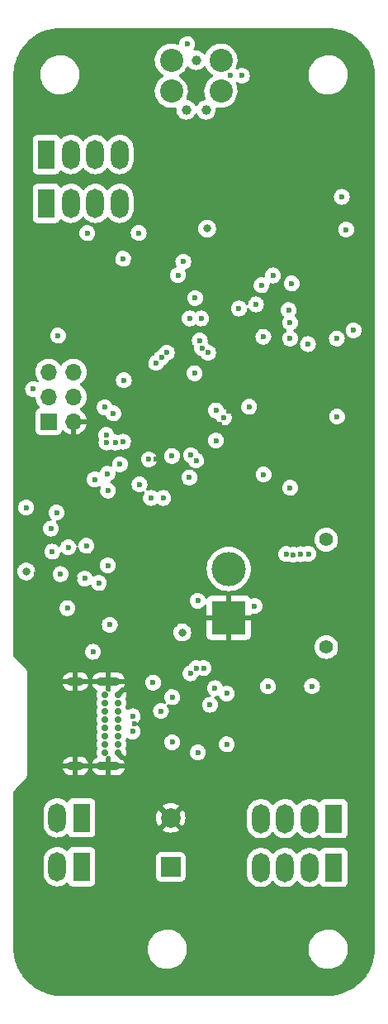
<source format=gbr>
%TF.GenerationSoftware,KiCad,Pcbnew,(6.0.2)*%
%TF.CreationDate,2022-04-15T22:59:47-04:00*%
%TF.ProjectId,Nova,4e6f7661-2e6b-4696-9361-645f70636258,rev?*%
%TF.SameCoordinates,Original*%
%TF.FileFunction,Copper,L3,Inr*%
%TF.FilePolarity,Positive*%
%FSLAX46Y46*%
G04 Gerber Fmt 4.6, Leading zero omitted, Abs format (unit mm)*
G04 Created by KiCad (PCBNEW (6.0.2)) date 2022-04-15 22:59:47*
%MOMM*%
%LPD*%
G01*
G04 APERTURE LIST*
%TA.AperFunction,ComponentPad*%
%ADD10R,2.000000X2.000000*%
%TD*%
%TA.AperFunction,ComponentPad*%
%ADD11C,2.000000*%
%TD*%
%TA.AperFunction,ComponentPad*%
%ADD12R,1.800000X3.000000*%
%TD*%
%TA.AperFunction,ComponentPad*%
%ADD13O,1.800000X3.000000*%
%TD*%
%TA.AperFunction,ComponentPad*%
%ADD14C,0.700000*%
%TD*%
%TA.AperFunction,ComponentPad*%
%ADD15O,1.700000X0.900000*%
%TD*%
%TA.AperFunction,ComponentPad*%
%ADD16O,2.400000X0.900000*%
%TD*%
%TA.AperFunction,ComponentPad*%
%ADD17C,1.400000*%
%TD*%
%TA.AperFunction,ComponentPad*%
%ADD18R,3.500000X3.500000*%
%TD*%
%TA.AperFunction,ComponentPad*%
%ADD19C,3.500000*%
%TD*%
%TA.AperFunction,ComponentPad*%
%ADD20R,1.700000X1.700000*%
%TD*%
%TA.AperFunction,ComponentPad*%
%ADD21O,1.700000X1.700000*%
%TD*%
%TA.AperFunction,ComponentPad*%
%ADD22C,0.991000*%
%TD*%
%TA.AperFunction,ComponentPad*%
%ADD23C,2.375000*%
%TD*%
%TA.AperFunction,ViaPad*%
%ADD24C,0.600000*%
%TD*%
%TA.AperFunction,ViaPad*%
%ADD25C,0.800000*%
%TD*%
G04 APERTURE END LIST*
D10*
%TO.N,Net-(C24-Pad1)*%
%TO.C,C24*%
X157350000Y-130050000D03*
D11*
%TO.N,GND*%
X157350000Y-125050000D03*
%TD*%
D12*
%TO.N,+BATT*%
%TO.C,J4*%
X148200000Y-130050000D03*
X148200000Y-125050000D03*
D13*
%TO.N,Net-(C24-Pad1)*%
X145700000Y-125050000D03*
X145700000Y-130050000D03*
%TD*%
D12*
%TO.N,/Pyro Channels/PYRO1*%
%TO.C,J5*%
X144618800Y-62150000D03*
X144618800Y-57150000D03*
D13*
%TO.N,Net-(C24-Pad1)*%
X147118800Y-57150000D03*
X147118800Y-62150000D03*
%TO.N,/Pyro Channels/PYRO2*%
X149618800Y-57150000D03*
X149618800Y-62150000D03*
%TO.N,Net-(C24-Pad1)*%
X152118800Y-62150000D03*
X152118800Y-57150000D03*
%TD*%
D12*
%TO.N,/Pyro Channels/PYRO3*%
%TO.C,J6*%
X174075000Y-130125000D03*
X174075000Y-125125000D03*
D13*
%TO.N,Net-(C24-Pad1)*%
X171575000Y-125125000D03*
X171575000Y-130125000D03*
%TO.N,/Pyro Channels/PYRO4*%
X169075000Y-125125000D03*
X169075000Y-130125000D03*
%TO.N,Net-(C24-Pad1)*%
X166575000Y-125125000D03*
X166575000Y-130125000D03*
%TD*%
D14*
%TO.N,GND*%
%TO.C,J7*%
X151950000Y-112450000D03*
%TO.N,Net-(F1-Pad2)*%
X151950000Y-113300000D03*
%TO.N,Net-(J7-PadA5)*%
X151950000Y-114150000D03*
%TO.N,/USB-C/_P*%
X151950000Y-115000000D03*
%TO.N,/USB-C/_N*%
X151950000Y-115850000D03*
%TO.N,unconnected-(J7-PadA8)*%
X151950000Y-116700000D03*
%TO.N,Net-(F1-Pad2)*%
X151950000Y-117550000D03*
%TO.N,GND*%
X151950000Y-118400000D03*
X150600000Y-118400000D03*
%TO.N,Net-(F1-Pad2)*%
X150600000Y-117550000D03*
%TO.N,Net-(J7-PadB5)*%
X150600000Y-116700000D03*
%TO.N,/USB-C/_P*%
X150600000Y-115850000D03*
%TO.N,/USB-C/_N*%
X150600000Y-115000000D03*
%TO.N,unconnected-(J7-PadB8)*%
X150600000Y-114150000D03*
%TO.N,Net-(F1-Pad2)*%
X150600000Y-113300000D03*
%TO.N,GND*%
X150600000Y-112450000D03*
D15*
X147590000Y-111100000D03*
X147590000Y-119750000D03*
D16*
X150970000Y-119750000D03*
X150970000Y-111100000D03*
%TD*%
D17*
%TO.N,*%
%TO.C,xt1*%
X173300000Y-107575000D03*
X173300000Y-96575000D03*
D18*
%TO.N,GND*%
X163300000Y-104575000D03*
D19*
%TO.N,+BATT*%
X163300000Y-99575000D03*
%TD*%
D20*
%TO.N,+3V3*%
%TO.C,J2*%
X144840000Y-84480000D03*
D21*
%TO.N,GND*%
X147380000Y-84480000D03*
%TO.N,/GPIO1*%
X144840000Y-81940000D03*
%TO.N,/ACCEL_INT2*%
X147380000Y-81940000D03*
%TO.N,/ACCEL_INT1*%
X144840000Y-79400000D03*
%TO.N,/IMU_INT*%
X147380000Y-79400000D03*
%TD*%
D22*
%TO.N,*%
%TO.C,J1*%
X158944400Y-52575600D03*
X160976400Y-52575600D03*
X159960400Y-47495600D03*
D23*
X157420400Y-50670600D03*
X162500400Y-47495600D03*
X157420400Y-47495600D03*
X162500400Y-50670600D03*
%TD*%
D24*
%TO.N,GND*%
X160025000Y-93475000D03*
X150950000Y-102825000D03*
X169750000Y-99600000D03*
X147100000Y-106875000D03*
X155875000Y-88350000D03*
X143600000Y-100075000D03*
X161400000Y-117300000D03*
X157480000Y-89450000D03*
X155925000Y-104650000D03*
X151175000Y-81075000D03*
X153625000Y-115450000D03*
X168675000Y-81000000D03*
X153500000Y-104650000D03*
X145000000Y-70575000D03*
X161690000Y-120530000D03*
X149950000Y-97250000D03*
X169225000Y-103375000D03*
X148175000Y-107575000D03*
X162356026Y-84775000D03*
X148225000Y-70450000D03*
X164775000Y-84650000D03*
X174473500Y-71818200D03*
X159940000Y-50680000D03*
X149850000Y-95575000D03*
X146750000Y-116700000D03*
X171805000Y-61535000D03*
X164925000Y-116775000D03*
X152300000Y-82200000D03*
X147565200Y-100545600D03*
X144470000Y-98710000D03*
X163300000Y-83375000D03*
X165450000Y-93050000D03*
X154875000Y-70425000D03*
X145700000Y-106025000D03*
X153325000Y-112125000D03*
X161690000Y-119200000D03*
X146320000Y-96480000D03*
X154000000Y-77025000D03*
X164925000Y-74500000D03*
X171575000Y-116800000D03*
X162525000Y-130050000D03*
X147300000Y-77050000D03*
X172550000Y-110275000D03*
X165975000Y-110250000D03*
X169100000Y-77925000D03*
X174290000Y-63680000D03*
X159953198Y-78341372D03*
X144568000Y-101968000D03*
X154728000Y-102984000D03*
X153600000Y-117750000D03*
%TO.N,+3V3*%
X159790000Y-79530000D03*
X159046000Y-45844600D03*
X149990000Y-101010000D03*
X163100000Y-112325000D03*
X152475000Y-67825000D03*
X151100000Y-105290000D03*
X161375000Y-113475000D03*
X169760000Y-70360000D03*
X160125000Y-102830000D03*
X161900000Y-111775000D03*
X174895600Y-61480400D03*
X146770000Y-103575000D03*
X146050000Y-100100000D03*
X155550000Y-111200000D03*
X156580000Y-92300000D03*
X165950000Y-103375000D03*
X166875000Y-89900000D03*
X174425000Y-83975000D03*
X157500000Y-117300000D03*
X150910000Y-99210000D03*
X145796000Y-75692000D03*
X157500000Y-112700000D03*
X150580000Y-83020000D03*
X161992400Y-83338759D03*
X159375000Y-110250000D03*
X163100000Y-117525000D03*
X169600000Y-74350000D03*
X159260000Y-90200000D03*
X162814000Y-84074000D03*
X169600000Y-91275000D03*
%TO.N,/USB-C/_N*%
X153450000Y-116200000D03*
%TO.N,Net-(C24-Pad1)*%
X142536000Y-93281200D03*
D25*
X142540000Y-99830000D03*
D24*
%TO.N,/USB-C/_P*%
X153450000Y-114650000D03*
%TO.N,Net-(D6-Pad1)*%
X160150000Y-118350000D03*
X156350000Y-114125000D03*
%TO.N,/SWCLK*%
X158100000Y-69487466D03*
X157474876Y-88001677D03*
X163507921Y-49080000D03*
X164656921Y-49080000D03*
%TO.N,/NRST*%
X161179600Y-77431600D03*
X159858800Y-71843600D03*
%TO.N,/SWDIO*%
X155124997Y-88350000D03*
X158650000Y-68125000D03*
%TO.N,/SWO*%
X159425205Y-87930439D03*
D25*
X161090456Y-64730456D03*
D24*
%TO.N,/TXD*%
X155325000Y-92300000D03*
X160725000Y-109725000D03*
%TO.N,/RXD*%
X154150000Y-90925000D03*
X159975000Y-109725000D03*
%TO.N,/BOOT0*%
X161992400Y-86423200D03*
X159300000Y-73926400D03*
%TO.N,Net-(R37-Pad2)*%
X169450000Y-73075000D03*
%TO.N,/VMonitor*%
X169189979Y-98050013D03*
%TO.N,/BAROMETER_CS*%
X150925000Y-91550000D03*
X150730913Y-85855913D03*
%TO.N,/FIRE1*%
X148800000Y-65200000D03*
X154067600Y-65188800D03*
X156950500Y-77431600D03*
%TO.N,/FIRE2*%
X156401724Y-77942089D03*
%TO.N,/FIRE3*%
X170689952Y-98055753D03*
%TO.N,/FIRE4*%
X165400000Y-82975000D03*
X159955183Y-88460417D03*
X169942345Y-98109028D03*
%TO.N,/SD_CS*%
X160341400Y-76177300D03*
X160468400Y-73926400D03*
%TO.N,/ACCELEROMETER_CS*%
X152543600Y-80241300D03*
X151475000Y-83650000D03*
%TO.N,/FL_CS*%
X171425000Y-76550000D03*
X176100000Y-75150000D03*
X166850000Y-75800000D03*
X160575000Y-76975000D03*
%TO.N,/IMU_INT*%
X150867200Y-89826800D03*
X149562135Y-90401335D03*
X152137200Y-88861600D03*
%TO.N,/ARM1*%
X155861300Y-78480242D03*
%TO.N,/ARM2*%
X167325000Y-111580002D03*
X171847600Y-111569200D03*
X171470696Y-98023324D03*
%TO.N,/ACCEL_INT1*%
X143237367Y-81149833D03*
%TO.N,/SPI2_MOSI*%
X166675000Y-70525000D03*
X152475000Y-86550000D03*
%TO.N,/SPI2_SCLK*%
X145074990Y-95435564D03*
X148700000Y-97200000D03*
X145200000Y-97800000D03*
X167840000Y-69530000D03*
X150775000Y-86625000D03*
X148530400Y-100545600D03*
X149375000Y-108050000D03*
%TO.N,/SPI2_MISO*%
X174387600Y-75975500D03*
X175352800Y-64833200D03*
X146850249Y-97342865D03*
X169600000Y-75975000D03*
X151675000Y-86625000D03*
X145650000Y-93800000D03*
%TO.N,/SPI1_SCLK*%
X164354600Y-72910400D03*
X166100500Y-72494247D03*
D25*
%TO.N,Net-(C1-Pad2)*%
X158540000Y-106080000D03*
%TD*%
%TA.AperFunction,Conductor*%
%TO.N,GND*%
G36*
X173452057Y-44197500D02*
G01*
X173466858Y-44199805D01*
X173466861Y-44199805D01*
X173475730Y-44201186D01*
X173496158Y-44198515D01*
X173517983Y-44197571D01*
X173897119Y-44214124D01*
X173908067Y-44215082D01*
X174314583Y-44268601D01*
X174325392Y-44270508D01*
X174725689Y-44359251D01*
X174736306Y-44362096D01*
X175127346Y-44485390D01*
X175137660Y-44489143D01*
X175516489Y-44646059D01*
X175526424Y-44650692D01*
X175890128Y-44840025D01*
X175899637Y-44845515D01*
X176245435Y-45065813D01*
X176254439Y-45072117D01*
X176579734Y-45321724D01*
X176588151Y-45328788D01*
X176868315Y-45585509D01*
X176890442Y-45605785D01*
X176898211Y-45613554D01*
X177175210Y-45915846D01*
X177182273Y-45924263D01*
X177276405Y-46046938D01*
X177431883Y-46249561D01*
X177438187Y-46258565D01*
X177658485Y-46604363D01*
X177663975Y-46613872D01*
X177853308Y-46977576D01*
X177857941Y-46987511D01*
X177984286Y-47292536D01*
X178014854Y-47366333D01*
X178018610Y-47376654D01*
X178104705Y-47649713D01*
X178141904Y-47767693D01*
X178144749Y-47778310D01*
X178231177Y-48168161D01*
X178233491Y-48178600D01*
X178235399Y-48189417D01*
X178276750Y-48503508D01*
X178288918Y-48595932D01*
X178289876Y-48606881D01*
X178294922Y-48722469D01*
X178306104Y-48978584D01*
X178304724Y-49003460D01*
X178302814Y-49015730D01*
X178304454Y-49028270D01*
X178306936Y-49047251D01*
X178308000Y-49063589D01*
X178308000Y-138380672D01*
X178306500Y-138400056D01*
X178302814Y-138423730D01*
X178305485Y-138444158D01*
X178306429Y-138465983D01*
X178302068Y-138565873D01*
X178289876Y-138845118D01*
X178288918Y-138856068D01*
X178235400Y-139262575D01*
X178233492Y-139273392D01*
X178154579Y-139629347D01*
X178144749Y-139673689D01*
X178141904Y-139684306D01*
X178029012Y-140042358D01*
X178018613Y-140075338D01*
X178014857Y-140085660D01*
X177869987Y-140435409D01*
X177857945Y-140464480D01*
X177853308Y-140474424D01*
X177663975Y-140838128D01*
X177658485Y-140847637D01*
X177438187Y-141193435D01*
X177431883Y-141202439D01*
X177182276Y-141527734D01*
X177175210Y-141536154D01*
X176898215Y-141838442D01*
X176890446Y-141846211D01*
X176588154Y-142123210D01*
X176579734Y-142130276D01*
X176254439Y-142379883D01*
X176245435Y-142386187D01*
X175899637Y-142606485D01*
X175890128Y-142611975D01*
X175526424Y-142801308D01*
X175516489Y-142805941D01*
X175137660Y-142962857D01*
X175127346Y-142966610D01*
X174736307Y-143089904D01*
X174725690Y-143092749D01*
X174325392Y-143181492D01*
X174314583Y-143183399D01*
X173908068Y-143236918D01*
X173897119Y-143237876D01*
X173525416Y-143254104D01*
X173500540Y-143252724D01*
X173498684Y-143252435D01*
X173497142Y-143252195D01*
X173497141Y-143252195D01*
X173488270Y-143250814D01*
X173456749Y-143254936D01*
X173440411Y-143256000D01*
X146099328Y-143256000D01*
X146079943Y-143254500D01*
X146065142Y-143252195D01*
X146065139Y-143252195D01*
X146056270Y-143250814D01*
X146035842Y-143253485D01*
X146014017Y-143254429D01*
X145634881Y-143237876D01*
X145623932Y-143236918D01*
X145217417Y-143183399D01*
X145206608Y-143181492D01*
X144806310Y-143092749D01*
X144795693Y-143089904D01*
X144404654Y-142966610D01*
X144394340Y-142962857D01*
X144015511Y-142805941D01*
X144005576Y-142801308D01*
X143641872Y-142611975D01*
X143632363Y-142606485D01*
X143286565Y-142386187D01*
X143277561Y-142379883D01*
X142952266Y-142130276D01*
X142943846Y-142123210D01*
X142641554Y-141846211D01*
X142633785Y-141838442D01*
X142356790Y-141536154D01*
X142349724Y-141527734D01*
X142100117Y-141202439D01*
X142093813Y-141193435D01*
X141873515Y-140847637D01*
X141868025Y-140838128D01*
X141678692Y-140474424D01*
X141674055Y-140464480D01*
X141662014Y-140435409D01*
X141517143Y-140085660D01*
X141513387Y-140075338D01*
X141502989Y-140042358D01*
X141390096Y-139684306D01*
X141387251Y-139673689D01*
X141377421Y-139629347D01*
X141298508Y-139273392D01*
X141296600Y-139262575D01*
X141243082Y-138856068D01*
X141242124Y-138845118D01*
X141225896Y-138473416D01*
X141227276Y-138448537D01*
X141227805Y-138445142D01*
X141227805Y-138445141D01*
X141229186Y-138436270D01*
X141228331Y-138429733D01*
X154987822Y-138429733D01*
X154987975Y-138434121D01*
X154987975Y-138434127D01*
X154988911Y-138460910D01*
X154997625Y-138710458D01*
X154998387Y-138714781D01*
X154998388Y-138714788D01*
X155022164Y-138849624D01*
X155046402Y-138987087D01*
X155133203Y-139254235D01*
X155135131Y-139258188D01*
X155135133Y-139258193D01*
X155139929Y-139268026D01*
X155256340Y-139506702D01*
X155258795Y-139510341D01*
X155258798Y-139510347D01*
X155331890Y-139618710D01*
X155413415Y-139739576D01*
X155601371Y-139948322D01*
X155816550Y-140128879D01*
X156054764Y-140277731D01*
X156311375Y-140391982D01*
X156581390Y-140469407D01*
X156585740Y-140470018D01*
X156585743Y-140470019D01*
X156688690Y-140484487D01*
X156859552Y-140508500D01*
X157070146Y-140508500D01*
X157072332Y-140508347D01*
X157072336Y-140508347D01*
X157275827Y-140494118D01*
X157275832Y-140494117D01*
X157280212Y-140493811D01*
X157554970Y-140435409D01*
X157559099Y-140433906D01*
X157559103Y-140433905D01*
X157814781Y-140340846D01*
X157814785Y-140340844D01*
X157818926Y-140339337D01*
X158066942Y-140207464D01*
X158171896Y-140131211D01*
X158290629Y-140044947D01*
X158290632Y-140044944D01*
X158294192Y-140042358D01*
X158496252Y-139847231D01*
X158669188Y-139625882D01*
X158671384Y-139622078D01*
X158671389Y-139622071D01*
X158807435Y-139386431D01*
X158809636Y-139382619D01*
X158914862Y-139122176D01*
X158948544Y-138987087D01*
X158981753Y-138853893D01*
X158981754Y-138853888D01*
X158982817Y-138849624D01*
X159012178Y-138570267D01*
X159008537Y-138465987D01*
X159007271Y-138429733D01*
X171487822Y-138429733D01*
X171487975Y-138434121D01*
X171487975Y-138434127D01*
X171488911Y-138460910D01*
X171497625Y-138710458D01*
X171498387Y-138714781D01*
X171498388Y-138714788D01*
X171522164Y-138849624D01*
X171546402Y-138987087D01*
X171633203Y-139254235D01*
X171635131Y-139258188D01*
X171635133Y-139258193D01*
X171639929Y-139268026D01*
X171756340Y-139506702D01*
X171758795Y-139510341D01*
X171758798Y-139510347D01*
X171831890Y-139618710D01*
X171913415Y-139739576D01*
X172101371Y-139948322D01*
X172316550Y-140128879D01*
X172554764Y-140277731D01*
X172811375Y-140391982D01*
X173081390Y-140469407D01*
X173085740Y-140470018D01*
X173085743Y-140470019D01*
X173188690Y-140484487D01*
X173359552Y-140508500D01*
X173570146Y-140508500D01*
X173572332Y-140508347D01*
X173572336Y-140508347D01*
X173775827Y-140494118D01*
X173775832Y-140494117D01*
X173780212Y-140493811D01*
X174054970Y-140435409D01*
X174059099Y-140433906D01*
X174059103Y-140433905D01*
X174314781Y-140340846D01*
X174314785Y-140340844D01*
X174318926Y-140339337D01*
X174566942Y-140207464D01*
X174671896Y-140131211D01*
X174790629Y-140044947D01*
X174790632Y-140044944D01*
X174794192Y-140042358D01*
X174996252Y-139847231D01*
X175169188Y-139625882D01*
X175171384Y-139622078D01*
X175171389Y-139622071D01*
X175307435Y-139386431D01*
X175309636Y-139382619D01*
X175414862Y-139122176D01*
X175448544Y-138987087D01*
X175481753Y-138853893D01*
X175481754Y-138853888D01*
X175482817Y-138849624D01*
X175512178Y-138570267D01*
X175508537Y-138465987D01*
X175502529Y-138293939D01*
X175502528Y-138293933D01*
X175502375Y-138289542D01*
X175478608Y-138154749D01*
X175454360Y-138017236D01*
X175453598Y-138012913D01*
X175366797Y-137745765D01*
X175243660Y-137493298D01*
X175241205Y-137489659D01*
X175241202Y-137489653D01*
X175160935Y-137370653D01*
X175086585Y-137260424D01*
X174898629Y-137051678D01*
X174683450Y-136871121D01*
X174445236Y-136722269D01*
X174188625Y-136608018D01*
X173918610Y-136530593D01*
X173914260Y-136529982D01*
X173914257Y-136529981D01*
X173811310Y-136515513D01*
X173640448Y-136491500D01*
X173429854Y-136491500D01*
X173427668Y-136491653D01*
X173427664Y-136491653D01*
X173224173Y-136505882D01*
X173224168Y-136505883D01*
X173219788Y-136506189D01*
X172945030Y-136564591D01*
X172940901Y-136566094D01*
X172940897Y-136566095D01*
X172685219Y-136659154D01*
X172685215Y-136659156D01*
X172681074Y-136660663D01*
X172433058Y-136792536D01*
X172429499Y-136795122D01*
X172429497Y-136795123D01*
X172324895Y-136871121D01*
X172205808Y-136957642D01*
X172003748Y-137152769D01*
X171830812Y-137374118D01*
X171828616Y-137377922D01*
X171828611Y-137377929D01*
X171714794Y-137575067D01*
X171690364Y-137617381D01*
X171585138Y-137877824D01*
X171584073Y-137882097D01*
X171584072Y-137882099D01*
X171550379Y-138017236D01*
X171517183Y-138150376D01*
X171516724Y-138154744D01*
X171516723Y-138154749D01*
X171490941Y-138400057D01*
X171487822Y-138429733D01*
X159007271Y-138429733D01*
X159002529Y-138293939D01*
X159002528Y-138293933D01*
X159002375Y-138289542D01*
X158978608Y-138154749D01*
X158954360Y-138017236D01*
X158953598Y-138012913D01*
X158866797Y-137745765D01*
X158743660Y-137493298D01*
X158741205Y-137489659D01*
X158741202Y-137489653D01*
X158660935Y-137370653D01*
X158586585Y-137260424D01*
X158398629Y-137051678D01*
X158183450Y-136871121D01*
X157945236Y-136722269D01*
X157688625Y-136608018D01*
X157418610Y-136530593D01*
X157414260Y-136529982D01*
X157414257Y-136529981D01*
X157311310Y-136515513D01*
X157140448Y-136491500D01*
X156929854Y-136491500D01*
X156927668Y-136491653D01*
X156927664Y-136491653D01*
X156724173Y-136505882D01*
X156724168Y-136505883D01*
X156719788Y-136506189D01*
X156445030Y-136564591D01*
X156440901Y-136566094D01*
X156440897Y-136566095D01*
X156185219Y-136659154D01*
X156185215Y-136659156D01*
X156181074Y-136660663D01*
X155933058Y-136792536D01*
X155929499Y-136795122D01*
X155929497Y-136795123D01*
X155824895Y-136871121D01*
X155705808Y-136957642D01*
X155503748Y-137152769D01*
X155330812Y-137374118D01*
X155328616Y-137377922D01*
X155328611Y-137377929D01*
X155214794Y-137575067D01*
X155190364Y-137617381D01*
X155085138Y-137877824D01*
X155084073Y-137882097D01*
X155084072Y-137882099D01*
X155050379Y-138017236D01*
X155017183Y-138150376D01*
X155016724Y-138154744D01*
X155016723Y-138154749D01*
X154990941Y-138400057D01*
X154987822Y-138429733D01*
X141228331Y-138429733D01*
X141225049Y-138404634D01*
X141223985Y-138388343D01*
X141223312Y-136566095D01*
X141221149Y-130710012D01*
X144291500Y-130710012D01*
X144306617Y-130888175D01*
X144307957Y-130893339D01*
X144307958Y-130893343D01*
X144361994Y-131101531D01*
X144366668Y-131119540D01*
X144368860Y-131124406D01*
X144442688Y-131288297D01*
X144464843Y-131337480D01*
X144598334Y-131535762D01*
X144602013Y-131539619D01*
X144602015Y-131539621D01*
X144610935Y-131548971D01*
X144763326Y-131708718D01*
X144955100Y-131851402D01*
X144959851Y-131853818D01*
X144959855Y-131853820D01*
X145107370Y-131928820D01*
X145168172Y-131959733D01*
X145236924Y-131981081D01*
X145391349Y-132029032D01*
X145391355Y-132029033D01*
X145396452Y-132030616D01*
X145523883Y-132047506D01*
X145628127Y-132061323D01*
X145628131Y-132061323D01*
X145633411Y-132062023D01*
X145638740Y-132061823D01*
X145638741Y-132061823D01*
X145737075Y-132058131D01*
X145872274Y-132053055D01*
X145971125Y-132032314D01*
X146100984Y-132005067D01*
X146100987Y-132005066D01*
X146106211Y-132003970D01*
X146328533Y-131916171D01*
X146532883Y-131792168D01*
X146633489Y-131704866D01*
X146698048Y-131675327D01*
X146768329Y-131685381D01*
X146822018Y-131731835D01*
X146834051Y-131755802D01*
X146849385Y-131796705D01*
X146936739Y-131913261D01*
X147053295Y-132000615D01*
X147189684Y-132051745D01*
X147251866Y-132058500D01*
X149148134Y-132058500D01*
X149210316Y-132051745D01*
X149346705Y-132000615D01*
X149463261Y-131913261D01*
X149550615Y-131796705D01*
X149601745Y-131660316D01*
X149608500Y-131598134D01*
X149608500Y-131098134D01*
X155841500Y-131098134D01*
X155848255Y-131160316D01*
X155899385Y-131296705D01*
X155986739Y-131413261D01*
X156103295Y-131500615D01*
X156239684Y-131551745D01*
X156301866Y-131558500D01*
X158398134Y-131558500D01*
X158460316Y-131551745D01*
X158596705Y-131500615D01*
X158713261Y-131413261D01*
X158800615Y-131296705D01*
X158851745Y-131160316D01*
X158858500Y-131098134D01*
X158858500Y-130785012D01*
X165166500Y-130785012D01*
X165181617Y-130963175D01*
X165182957Y-130968339D01*
X165182958Y-130968343D01*
X165234706Y-131167715D01*
X165241668Y-131194540D01*
X165243860Y-131199406D01*
X165283903Y-131288297D01*
X165339843Y-131412480D01*
X165473334Y-131610762D01*
X165477013Y-131614619D01*
X165477015Y-131614621D01*
X165529574Y-131669717D01*
X165638326Y-131783718D01*
X165830100Y-131926402D01*
X165834851Y-131928818D01*
X165834855Y-131928820D01*
X165982266Y-132003767D01*
X166043172Y-132034733D01*
X166128806Y-132061323D01*
X166266349Y-132104032D01*
X166266355Y-132104033D01*
X166271452Y-132105616D01*
X166398883Y-132122506D01*
X166503127Y-132136323D01*
X166503131Y-132136323D01*
X166508411Y-132137023D01*
X166513740Y-132136823D01*
X166513741Y-132136823D01*
X166612075Y-132133131D01*
X166747274Y-132128055D01*
X166834184Y-132109819D01*
X166975984Y-132080067D01*
X166975987Y-132080066D01*
X166981211Y-132078970D01*
X167203533Y-131991171D01*
X167407883Y-131867168D01*
X167477411Y-131806835D01*
X167584386Y-131714007D01*
X167584388Y-131714005D01*
X167588419Y-131710507D01*
X167629573Y-131660316D01*
X167729284Y-131538710D01*
X167787944Y-131498715D01*
X167858914Y-131496784D01*
X167919662Y-131533528D01*
X167931238Y-131548234D01*
X167970354Y-131606335D01*
X167973334Y-131610762D01*
X167977013Y-131614619D01*
X167977015Y-131614621D01*
X168029574Y-131669717D01*
X168138326Y-131783718D01*
X168330100Y-131926402D01*
X168334851Y-131928818D01*
X168334855Y-131928820D01*
X168482266Y-132003767D01*
X168543172Y-132034733D01*
X168628806Y-132061323D01*
X168766349Y-132104032D01*
X168766355Y-132104033D01*
X168771452Y-132105616D01*
X168898883Y-132122506D01*
X169003127Y-132136323D01*
X169003131Y-132136323D01*
X169008411Y-132137023D01*
X169013740Y-132136823D01*
X169013741Y-132136823D01*
X169112075Y-132133131D01*
X169247274Y-132128055D01*
X169334184Y-132109819D01*
X169475984Y-132080067D01*
X169475987Y-132080066D01*
X169481211Y-132078970D01*
X169703533Y-131991171D01*
X169907883Y-131867168D01*
X169977411Y-131806835D01*
X170084386Y-131714007D01*
X170084388Y-131714005D01*
X170088419Y-131710507D01*
X170129573Y-131660316D01*
X170229284Y-131538710D01*
X170287944Y-131498715D01*
X170358914Y-131496784D01*
X170419662Y-131533528D01*
X170431238Y-131548234D01*
X170470354Y-131606335D01*
X170473334Y-131610762D01*
X170477013Y-131614619D01*
X170477015Y-131614621D01*
X170529574Y-131669717D01*
X170638326Y-131783718D01*
X170830100Y-131926402D01*
X170834851Y-131928818D01*
X170834855Y-131928820D01*
X170982266Y-132003767D01*
X171043172Y-132034733D01*
X171128806Y-132061323D01*
X171266349Y-132104032D01*
X171266355Y-132104033D01*
X171271452Y-132105616D01*
X171398883Y-132122506D01*
X171503127Y-132136323D01*
X171503131Y-132136323D01*
X171508411Y-132137023D01*
X171513740Y-132136823D01*
X171513741Y-132136823D01*
X171612075Y-132133131D01*
X171747274Y-132128055D01*
X171834184Y-132109819D01*
X171975984Y-132080067D01*
X171975987Y-132080066D01*
X171981211Y-132078970D01*
X172203533Y-131991171D01*
X172407883Y-131867168D01*
X172508489Y-131779866D01*
X172573048Y-131750327D01*
X172643329Y-131760381D01*
X172697018Y-131806835D01*
X172709051Y-131830802D01*
X172724385Y-131871705D01*
X172811739Y-131988261D01*
X172928295Y-132075615D01*
X173064684Y-132126745D01*
X173126866Y-132133500D01*
X175023134Y-132133500D01*
X175085316Y-132126745D01*
X175221705Y-132075615D01*
X175338261Y-131988261D01*
X175425615Y-131871705D01*
X175476745Y-131735316D01*
X175483500Y-131673134D01*
X175483500Y-128576866D01*
X175476745Y-128514684D01*
X175425615Y-128378295D01*
X175338261Y-128261739D01*
X175221705Y-128174385D01*
X175085316Y-128123255D01*
X175023134Y-128116500D01*
X173126866Y-128116500D01*
X173064684Y-128123255D01*
X172928295Y-128174385D01*
X172811739Y-128261739D01*
X172724385Y-128378295D01*
X172714039Y-128405892D01*
X172710761Y-128414637D01*
X172668119Y-128471401D01*
X172601557Y-128496100D01*
X172532208Y-128480892D01*
X172512166Y-128466797D01*
X172511674Y-128466282D01*
X172319900Y-128323598D01*
X172315149Y-128321182D01*
X172315145Y-128321180D01*
X172111586Y-128217686D01*
X172111585Y-128217686D01*
X172106828Y-128215267D01*
X171964362Y-128171030D01*
X171883651Y-128145968D01*
X171883645Y-128145967D01*
X171878548Y-128144384D01*
X171740064Y-128126029D01*
X171646873Y-128113677D01*
X171646869Y-128113677D01*
X171641589Y-128112977D01*
X171636260Y-128113177D01*
X171636259Y-128113177D01*
X171538491Y-128116848D01*
X171402726Y-128121945D01*
X171396483Y-128123255D01*
X171174016Y-128169933D01*
X171174013Y-128169934D01*
X171168789Y-128171030D01*
X170946467Y-128258829D01*
X170742117Y-128382832D01*
X170738087Y-128386329D01*
X170581118Y-128522540D01*
X170561581Y-128539493D01*
X170530937Y-128576866D01*
X170420716Y-128711290D01*
X170362056Y-128751285D01*
X170291086Y-128753216D01*
X170230338Y-128716472D01*
X170218762Y-128701766D01*
X170179646Y-128643664D01*
X170179644Y-128643662D01*
X170176666Y-128639238D01*
X170011674Y-128466282D01*
X169819900Y-128323598D01*
X169815149Y-128321182D01*
X169815145Y-128321180D01*
X169611586Y-128217686D01*
X169611585Y-128217686D01*
X169606828Y-128215267D01*
X169464362Y-128171030D01*
X169383651Y-128145968D01*
X169383645Y-128145967D01*
X169378548Y-128144384D01*
X169240064Y-128126029D01*
X169146873Y-128113677D01*
X169146869Y-128113677D01*
X169141589Y-128112977D01*
X169136260Y-128113177D01*
X169136259Y-128113177D01*
X169038491Y-128116848D01*
X168902726Y-128121945D01*
X168896483Y-128123255D01*
X168674016Y-128169933D01*
X168674013Y-128169934D01*
X168668789Y-128171030D01*
X168446467Y-128258829D01*
X168242117Y-128382832D01*
X168238087Y-128386329D01*
X168081118Y-128522540D01*
X168061581Y-128539493D01*
X168030937Y-128576866D01*
X167920716Y-128711290D01*
X167862056Y-128751285D01*
X167791086Y-128753216D01*
X167730338Y-128716472D01*
X167718762Y-128701766D01*
X167679646Y-128643664D01*
X167679644Y-128643662D01*
X167676666Y-128639238D01*
X167511674Y-128466282D01*
X167319900Y-128323598D01*
X167315149Y-128321182D01*
X167315145Y-128321180D01*
X167111586Y-128217686D01*
X167111585Y-128217686D01*
X167106828Y-128215267D01*
X166964362Y-128171030D01*
X166883651Y-128145968D01*
X166883645Y-128145967D01*
X166878548Y-128144384D01*
X166740064Y-128126029D01*
X166646873Y-128113677D01*
X166646869Y-128113677D01*
X166641589Y-128112977D01*
X166636260Y-128113177D01*
X166636259Y-128113177D01*
X166538491Y-128116848D01*
X166402726Y-128121945D01*
X166396483Y-128123255D01*
X166174016Y-128169933D01*
X166174013Y-128169934D01*
X166168789Y-128171030D01*
X165946467Y-128258829D01*
X165742117Y-128382832D01*
X165738087Y-128386329D01*
X165581118Y-128522540D01*
X165561581Y-128539493D01*
X165558198Y-128543619D01*
X165558194Y-128543623D01*
X165479795Y-128639238D01*
X165410022Y-128724333D01*
X165407383Y-128728969D01*
X165407381Y-128728972D01*
X165325811Y-128872270D01*
X165291773Y-128932066D01*
X165210216Y-129156753D01*
X165209267Y-129162002D01*
X165209266Y-129162005D01*
X165168420Y-129387885D01*
X165168419Y-129387893D01*
X165167682Y-129391969D01*
X165166500Y-129417032D01*
X165166500Y-130785012D01*
X158858500Y-130785012D01*
X158858500Y-129001866D01*
X158851745Y-128939684D01*
X158800615Y-128803295D01*
X158713261Y-128686739D01*
X158596705Y-128599385D01*
X158460316Y-128548255D01*
X158398134Y-128541500D01*
X156301866Y-128541500D01*
X156239684Y-128548255D01*
X156103295Y-128599385D01*
X155986739Y-128686739D01*
X155899385Y-128803295D01*
X155848255Y-128939684D01*
X155841500Y-129001866D01*
X155841500Y-131098134D01*
X149608500Y-131098134D01*
X149608500Y-128501866D01*
X149601745Y-128439684D01*
X149550615Y-128303295D01*
X149463261Y-128186739D01*
X149346705Y-128099385D01*
X149210316Y-128048255D01*
X149148134Y-128041500D01*
X147251866Y-128041500D01*
X147189684Y-128048255D01*
X147053295Y-128099385D01*
X146936739Y-128186739D01*
X146849385Y-128303295D01*
X146846234Y-128311701D01*
X146835761Y-128339637D01*
X146793119Y-128396401D01*
X146726557Y-128421100D01*
X146657208Y-128405892D01*
X146637166Y-128391797D01*
X146636674Y-128391282D01*
X146444900Y-128248598D01*
X146440149Y-128246182D01*
X146440145Y-128246180D01*
X146236586Y-128142686D01*
X146236585Y-128142686D01*
X146231828Y-128140267D01*
X146089362Y-128096030D01*
X146008651Y-128070968D01*
X146008645Y-128070967D01*
X146003548Y-128069384D01*
X145865064Y-128051029D01*
X145771873Y-128038677D01*
X145771869Y-128038677D01*
X145766589Y-128037977D01*
X145761260Y-128038177D01*
X145761259Y-128038177D01*
X145663491Y-128041848D01*
X145527726Y-128046945D01*
X145521483Y-128048255D01*
X145299016Y-128094933D01*
X145299013Y-128094934D01*
X145293789Y-128096030D01*
X145071467Y-128183829D01*
X144867117Y-128307832D01*
X144863087Y-128311329D01*
X144706118Y-128447540D01*
X144686581Y-128464493D01*
X144683198Y-128468619D01*
X144683194Y-128468623D01*
X144597226Y-128573469D01*
X144535022Y-128649333D01*
X144532383Y-128653969D01*
X144532381Y-128653972D01*
X144476987Y-128751285D01*
X144416773Y-128857066D01*
X144335216Y-129081753D01*
X144334267Y-129087002D01*
X144334266Y-129087005D01*
X144293420Y-129312885D01*
X144293419Y-129312893D01*
X144292682Y-129316969D01*
X144291500Y-129342032D01*
X144291500Y-130710012D01*
X141221149Y-130710012D01*
X141219303Y-125710012D01*
X144291500Y-125710012D01*
X144306617Y-125888175D01*
X144307957Y-125893339D01*
X144307958Y-125893343D01*
X144327425Y-125968343D01*
X144366668Y-126119540D01*
X144368860Y-126124406D01*
X144444612Y-126292568D01*
X144464843Y-126337480D01*
X144598334Y-126535762D01*
X144602013Y-126539619D01*
X144602015Y-126539621D01*
X144623626Y-126562275D01*
X144763326Y-126708718D01*
X144955100Y-126851402D01*
X144959851Y-126853818D01*
X144959855Y-126853820D01*
X145107370Y-126928820D01*
X145168172Y-126959733D01*
X145236924Y-126981081D01*
X145391349Y-127029032D01*
X145391355Y-127029033D01*
X145396452Y-127030616D01*
X145523883Y-127047506D01*
X145628127Y-127061323D01*
X145628131Y-127061323D01*
X145633411Y-127062023D01*
X145638740Y-127061823D01*
X145638741Y-127061823D01*
X145737075Y-127058131D01*
X145872274Y-127053055D01*
X145971125Y-127032314D01*
X146100984Y-127005067D01*
X146100987Y-127005066D01*
X146106211Y-127003970D01*
X146328533Y-126916171D01*
X146532883Y-126792168D01*
X146633489Y-126704866D01*
X146698048Y-126675327D01*
X146768329Y-126685381D01*
X146822018Y-126731835D01*
X146834051Y-126755802D01*
X146849385Y-126796705D01*
X146936739Y-126913261D01*
X147053295Y-127000615D01*
X147189684Y-127051745D01*
X147251866Y-127058500D01*
X149148134Y-127058500D01*
X149210316Y-127051745D01*
X149346705Y-127000615D01*
X149463261Y-126913261D01*
X149550615Y-126796705D01*
X149601745Y-126660316D01*
X149608500Y-126598134D01*
X149608500Y-126282670D01*
X156482160Y-126282670D01*
X156487887Y-126290320D01*
X156659042Y-126395205D01*
X156667837Y-126399687D01*
X156877988Y-126486734D01*
X156887373Y-126489783D01*
X157108554Y-126542885D01*
X157118301Y-126544428D01*
X157345070Y-126562275D01*
X157354930Y-126562275D01*
X157581699Y-126544428D01*
X157591446Y-126542885D01*
X157812627Y-126489783D01*
X157822012Y-126486734D01*
X158032163Y-126399687D01*
X158040958Y-126395205D01*
X158208445Y-126292568D01*
X158217907Y-126282110D01*
X158214124Y-126273334D01*
X157362812Y-125422022D01*
X157348868Y-125414408D01*
X157347035Y-125414539D01*
X157340420Y-125418790D01*
X156488920Y-126270290D01*
X156482160Y-126282670D01*
X149608500Y-126282670D01*
X149608500Y-125054930D01*
X155837725Y-125054930D01*
X155855572Y-125281699D01*
X155857115Y-125291446D01*
X155910217Y-125512627D01*
X155913266Y-125522012D01*
X156000313Y-125732163D01*
X156004795Y-125740958D01*
X156107432Y-125908445D01*
X156117890Y-125917907D01*
X156126666Y-125914124D01*
X156977978Y-125062812D01*
X156984356Y-125051132D01*
X157714408Y-125051132D01*
X157714539Y-125052965D01*
X157718790Y-125059580D01*
X158570290Y-125911080D01*
X158582670Y-125917840D01*
X158590320Y-125912113D01*
X158668208Y-125785012D01*
X165166500Y-125785012D01*
X165181617Y-125963175D01*
X165182957Y-125968339D01*
X165182958Y-125968343D01*
X165223465Y-126124406D01*
X165241668Y-126194540D01*
X165339843Y-126412480D01*
X165473334Y-126610762D01*
X165477013Y-126614619D01*
X165477015Y-126614621D01*
X165529574Y-126669717D01*
X165638326Y-126783718D01*
X165830100Y-126926402D01*
X165834851Y-126928818D01*
X165834855Y-126928820D01*
X165982266Y-127003767D01*
X166043172Y-127034733D01*
X166128806Y-127061323D01*
X166266349Y-127104032D01*
X166266355Y-127104033D01*
X166271452Y-127105616D01*
X166398883Y-127122506D01*
X166503127Y-127136323D01*
X166503131Y-127136323D01*
X166508411Y-127137023D01*
X166513740Y-127136823D01*
X166513741Y-127136823D01*
X166612075Y-127133131D01*
X166747274Y-127128055D01*
X166834184Y-127109819D01*
X166975984Y-127080067D01*
X166975987Y-127080066D01*
X166981211Y-127078970D01*
X167203533Y-126991171D01*
X167407883Y-126867168D01*
X167477411Y-126806835D01*
X167584386Y-126714007D01*
X167584388Y-126714005D01*
X167588419Y-126710507D01*
X167629573Y-126660316D01*
X167729284Y-126538710D01*
X167787944Y-126498715D01*
X167858914Y-126496784D01*
X167919662Y-126533528D01*
X167931238Y-126548234D01*
X167970354Y-126606335D01*
X167973334Y-126610762D01*
X167977013Y-126614619D01*
X167977015Y-126614621D01*
X168029574Y-126669717D01*
X168138326Y-126783718D01*
X168330100Y-126926402D01*
X168334851Y-126928818D01*
X168334855Y-126928820D01*
X168482266Y-127003767D01*
X168543172Y-127034733D01*
X168628806Y-127061323D01*
X168766349Y-127104032D01*
X168766355Y-127104033D01*
X168771452Y-127105616D01*
X168898883Y-127122506D01*
X169003127Y-127136323D01*
X169003131Y-127136323D01*
X169008411Y-127137023D01*
X169013740Y-127136823D01*
X169013741Y-127136823D01*
X169112075Y-127133131D01*
X169247274Y-127128055D01*
X169334184Y-127109819D01*
X169475984Y-127080067D01*
X169475987Y-127080066D01*
X169481211Y-127078970D01*
X169703533Y-126991171D01*
X169907883Y-126867168D01*
X169977411Y-126806835D01*
X170084386Y-126714007D01*
X170084388Y-126714005D01*
X170088419Y-126710507D01*
X170129573Y-126660316D01*
X170229284Y-126538710D01*
X170287944Y-126498715D01*
X170358914Y-126496784D01*
X170419662Y-126533528D01*
X170431238Y-126548234D01*
X170470354Y-126606335D01*
X170473334Y-126610762D01*
X170477013Y-126614619D01*
X170477015Y-126614621D01*
X170529574Y-126669717D01*
X170638326Y-126783718D01*
X170830100Y-126926402D01*
X170834851Y-126928818D01*
X170834855Y-126928820D01*
X170982266Y-127003767D01*
X171043172Y-127034733D01*
X171128806Y-127061323D01*
X171266349Y-127104032D01*
X171266355Y-127104033D01*
X171271452Y-127105616D01*
X171398883Y-127122506D01*
X171503127Y-127136323D01*
X171503131Y-127136323D01*
X171508411Y-127137023D01*
X171513740Y-127136823D01*
X171513741Y-127136823D01*
X171612075Y-127133131D01*
X171747274Y-127128055D01*
X171834184Y-127109819D01*
X171975984Y-127080067D01*
X171975987Y-127080066D01*
X171981211Y-127078970D01*
X172203533Y-126991171D01*
X172407883Y-126867168D01*
X172508489Y-126779866D01*
X172573048Y-126750327D01*
X172643329Y-126760381D01*
X172697018Y-126806835D01*
X172709051Y-126830802D01*
X172724385Y-126871705D01*
X172811739Y-126988261D01*
X172928295Y-127075615D01*
X173064684Y-127126745D01*
X173126866Y-127133500D01*
X175023134Y-127133500D01*
X175085316Y-127126745D01*
X175221705Y-127075615D01*
X175338261Y-126988261D01*
X175425615Y-126871705D01*
X175476745Y-126735316D01*
X175483500Y-126673134D01*
X175483500Y-123576866D01*
X175476745Y-123514684D01*
X175425615Y-123378295D01*
X175338261Y-123261739D01*
X175221705Y-123174385D01*
X175085316Y-123123255D01*
X175023134Y-123116500D01*
X173126866Y-123116500D01*
X173064684Y-123123255D01*
X172928295Y-123174385D01*
X172811739Y-123261739D01*
X172724385Y-123378295D01*
X172714039Y-123405892D01*
X172710761Y-123414637D01*
X172668119Y-123471401D01*
X172601557Y-123496100D01*
X172532208Y-123480892D01*
X172512166Y-123466797D01*
X172511674Y-123466282D01*
X172319900Y-123323598D01*
X172315149Y-123321182D01*
X172315145Y-123321180D01*
X172111586Y-123217686D01*
X172111585Y-123217686D01*
X172106828Y-123215267D01*
X171964362Y-123171030D01*
X171883651Y-123145968D01*
X171883645Y-123145967D01*
X171878548Y-123144384D01*
X171740064Y-123126029D01*
X171646873Y-123113677D01*
X171646869Y-123113677D01*
X171641589Y-123112977D01*
X171636260Y-123113177D01*
X171636259Y-123113177D01*
X171538491Y-123116848D01*
X171402726Y-123121945D01*
X171396483Y-123123255D01*
X171174016Y-123169933D01*
X171174013Y-123169934D01*
X171168789Y-123171030D01*
X170946467Y-123258829D01*
X170742117Y-123382832D01*
X170738087Y-123386329D01*
X170581118Y-123522540D01*
X170561581Y-123539493D01*
X170530937Y-123576866D01*
X170420716Y-123711290D01*
X170362056Y-123751285D01*
X170291086Y-123753216D01*
X170230338Y-123716472D01*
X170218762Y-123701766D01*
X170179646Y-123643664D01*
X170179644Y-123643662D01*
X170176666Y-123639238D01*
X170148982Y-123610217D01*
X170098324Y-123557115D01*
X170011674Y-123466282D01*
X169819900Y-123323598D01*
X169815149Y-123321182D01*
X169815145Y-123321180D01*
X169611586Y-123217686D01*
X169611585Y-123217686D01*
X169606828Y-123215267D01*
X169464362Y-123171030D01*
X169383651Y-123145968D01*
X169383645Y-123145967D01*
X169378548Y-123144384D01*
X169240064Y-123126029D01*
X169146873Y-123113677D01*
X169146869Y-123113677D01*
X169141589Y-123112977D01*
X169136260Y-123113177D01*
X169136259Y-123113177D01*
X169038491Y-123116848D01*
X168902726Y-123121945D01*
X168896483Y-123123255D01*
X168674016Y-123169933D01*
X168674013Y-123169934D01*
X168668789Y-123171030D01*
X168446467Y-123258829D01*
X168242117Y-123382832D01*
X168238087Y-123386329D01*
X168081118Y-123522540D01*
X168061581Y-123539493D01*
X168030937Y-123576866D01*
X167920716Y-123711290D01*
X167862056Y-123751285D01*
X167791086Y-123753216D01*
X167730338Y-123716472D01*
X167718762Y-123701766D01*
X167679646Y-123643664D01*
X167679644Y-123643662D01*
X167676666Y-123639238D01*
X167648982Y-123610217D01*
X167598324Y-123557115D01*
X167511674Y-123466282D01*
X167319900Y-123323598D01*
X167315149Y-123321182D01*
X167315145Y-123321180D01*
X167111586Y-123217686D01*
X167111585Y-123217686D01*
X167106828Y-123215267D01*
X166964362Y-123171030D01*
X166883651Y-123145968D01*
X166883645Y-123145967D01*
X166878548Y-123144384D01*
X166740064Y-123126029D01*
X166646873Y-123113677D01*
X166646869Y-123113677D01*
X166641589Y-123112977D01*
X166636260Y-123113177D01*
X166636259Y-123113177D01*
X166538491Y-123116848D01*
X166402726Y-123121945D01*
X166396483Y-123123255D01*
X166174016Y-123169933D01*
X166174013Y-123169934D01*
X166168789Y-123171030D01*
X165946467Y-123258829D01*
X165742117Y-123382832D01*
X165738087Y-123386329D01*
X165581118Y-123522540D01*
X165561581Y-123539493D01*
X165558198Y-123543619D01*
X165558194Y-123543623D01*
X165479795Y-123639238D01*
X165410022Y-123724333D01*
X165407383Y-123728969D01*
X165407381Y-123728972D01*
X165325811Y-123872270D01*
X165291773Y-123932066D01*
X165210216Y-124156753D01*
X165209267Y-124162002D01*
X165209266Y-124162005D01*
X165168420Y-124387885D01*
X165168419Y-124387893D01*
X165167682Y-124391969D01*
X165166500Y-124417032D01*
X165166500Y-125785012D01*
X158668208Y-125785012D01*
X158695205Y-125740958D01*
X158699687Y-125732163D01*
X158786734Y-125522012D01*
X158789783Y-125512627D01*
X158842885Y-125291446D01*
X158844428Y-125281699D01*
X158862275Y-125054930D01*
X158862275Y-125045070D01*
X158844428Y-124818301D01*
X158842885Y-124808554D01*
X158789783Y-124587373D01*
X158786734Y-124577988D01*
X158699687Y-124367837D01*
X158695205Y-124359042D01*
X158592568Y-124191555D01*
X158582110Y-124182093D01*
X158573334Y-124185876D01*
X157722022Y-125037188D01*
X157714408Y-125051132D01*
X156984356Y-125051132D01*
X156985592Y-125048868D01*
X156985461Y-125047035D01*
X156981210Y-125040420D01*
X156129710Y-124188920D01*
X156117330Y-124182160D01*
X156109680Y-124187887D01*
X156004795Y-124359042D01*
X156000313Y-124367837D01*
X155913266Y-124577988D01*
X155910217Y-124587373D01*
X155857115Y-124808554D01*
X155855572Y-124818301D01*
X155837725Y-125045070D01*
X155837725Y-125054930D01*
X149608500Y-125054930D01*
X149608500Y-123817890D01*
X156482093Y-123817890D01*
X156485876Y-123826666D01*
X157337188Y-124677978D01*
X157351132Y-124685592D01*
X157352965Y-124685461D01*
X157359580Y-124681210D01*
X158211080Y-123829710D01*
X158217840Y-123817330D01*
X158212113Y-123809680D01*
X158040958Y-123704795D01*
X158032163Y-123700313D01*
X157822012Y-123613266D01*
X157812627Y-123610217D01*
X157591446Y-123557115D01*
X157581699Y-123555572D01*
X157354930Y-123537725D01*
X157345070Y-123537725D01*
X157118301Y-123555572D01*
X157108554Y-123557115D01*
X156887373Y-123610217D01*
X156877988Y-123613266D01*
X156667837Y-123700313D01*
X156659042Y-123704795D01*
X156491555Y-123807432D01*
X156482093Y-123817890D01*
X149608500Y-123817890D01*
X149608500Y-123501866D01*
X149601745Y-123439684D01*
X149550615Y-123303295D01*
X149463261Y-123186739D01*
X149346705Y-123099385D01*
X149210316Y-123048255D01*
X149148134Y-123041500D01*
X147251866Y-123041500D01*
X147189684Y-123048255D01*
X147053295Y-123099385D01*
X146936739Y-123186739D01*
X146849385Y-123303295D01*
X146846234Y-123311701D01*
X146835761Y-123339637D01*
X146793119Y-123396401D01*
X146726557Y-123421100D01*
X146657208Y-123405892D01*
X146637166Y-123391797D01*
X146636674Y-123391282D01*
X146444900Y-123248598D01*
X146440149Y-123246182D01*
X146440145Y-123246180D01*
X146236586Y-123142686D01*
X146236585Y-123142686D01*
X146231828Y-123140267D01*
X146089362Y-123096030D01*
X146008651Y-123070968D01*
X146008645Y-123070967D01*
X146003548Y-123069384D01*
X145865064Y-123051029D01*
X145771873Y-123038677D01*
X145771869Y-123038677D01*
X145766589Y-123037977D01*
X145761260Y-123038177D01*
X145761259Y-123038177D01*
X145663491Y-123041848D01*
X145527726Y-123046945D01*
X145521483Y-123048255D01*
X145299016Y-123094933D01*
X145299013Y-123094934D01*
X145293789Y-123096030D01*
X145071467Y-123183829D01*
X144867117Y-123307832D01*
X144863087Y-123311329D01*
X144706118Y-123447540D01*
X144686581Y-123464493D01*
X144683198Y-123468619D01*
X144683194Y-123468623D01*
X144611901Y-123555572D01*
X144535022Y-123649333D01*
X144532383Y-123653969D01*
X144532381Y-123653972D01*
X144476987Y-123751285D01*
X144416773Y-123857066D01*
X144335216Y-124081753D01*
X144334267Y-124087002D01*
X144334266Y-124087005D01*
X144293420Y-124312885D01*
X144293419Y-124312893D01*
X144292682Y-124316969D01*
X144291500Y-124342032D01*
X144291500Y-125710012D01*
X141219303Y-125710012D01*
X141218092Y-122430910D01*
X141238069Y-122362782D01*
X141252229Y-122344625D01*
X141443753Y-122140611D01*
X142411819Y-121109410D01*
X142416604Y-121104865D01*
X142421520Y-121101783D01*
X142427479Y-121095075D01*
X142427484Y-121095070D01*
X142465038Y-121052790D01*
X142467379Y-121050226D01*
X142482266Y-121034369D01*
X142482271Y-121034362D01*
X142485335Y-121031099D01*
X142487906Y-121027432D01*
X142489924Y-121024951D01*
X142493476Y-121020773D01*
X142512191Y-120999702D01*
X142518155Y-120992988D01*
X142526194Y-120975991D01*
X142536934Y-120957520D01*
X142542572Y-120949481D01*
X142542573Y-120949480D01*
X142547727Y-120942130D01*
X142559408Y-120907701D01*
X142564824Y-120894316D01*
X142576532Y-120869563D01*
X142576534Y-120869556D01*
X142580371Y-120861444D01*
X142583317Y-120842872D01*
X142588440Y-120822135D01*
X142594481Y-120804331D01*
X142596030Y-120768000D01*
X142596764Y-120760681D01*
X142596734Y-120760679D01*
X142597123Y-120755832D01*
X142597886Y-120751019D01*
X142597960Y-120725092D01*
X142598073Y-120720086D01*
X142600297Y-120667916D01*
X142600297Y-120667914D01*
X142600679Y-120658949D01*
X142598718Y-120651002D01*
X142598200Y-120640293D01*
X142598210Y-120636984D01*
X142599978Y-120014075D01*
X146266363Y-120014075D01*
X146322310Y-120166136D01*
X146327877Y-120177549D01*
X146423708Y-120332108D01*
X146431460Y-120342174D01*
X146556408Y-120474303D01*
X146566026Y-120482605D01*
X146714987Y-120586908D01*
X146726081Y-120593108D01*
X146892980Y-120665332D01*
X146905083Y-120669171D01*
X147084600Y-120706675D01*
X147094152Y-120707915D01*
X147097384Y-120708000D01*
X147317885Y-120708000D01*
X147333124Y-120703525D01*
X147334329Y-120702135D01*
X147336000Y-120694452D01*
X147336000Y-120689885D01*
X147844000Y-120689885D01*
X147848475Y-120705124D01*
X147849865Y-120706329D01*
X147857548Y-120708000D01*
X148035447Y-120708000D01*
X148041822Y-120707677D01*
X148177277Y-120693918D01*
X148189717Y-120691364D01*
X148363244Y-120636984D01*
X148374932Y-120631975D01*
X148533979Y-120543813D01*
X148544412Y-120536562D01*
X148682491Y-120418215D01*
X148691244Y-120409024D01*
X148802711Y-120265320D01*
X148809435Y-120254560D01*
X148889732Y-120091375D01*
X148894155Y-120079481D01*
X148909251Y-120021530D01*
X148909021Y-120014075D01*
X149296363Y-120014075D01*
X149352310Y-120166136D01*
X149357877Y-120177549D01*
X149453708Y-120332108D01*
X149461460Y-120342174D01*
X149586408Y-120474303D01*
X149596026Y-120482605D01*
X149744987Y-120586908D01*
X149756081Y-120593108D01*
X149922980Y-120665332D01*
X149935083Y-120669171D01*
X150114600Y-120706675D01*
X150124152Y-120707915D01*
X150127384Y-120708000D01*
X150697885Y-120708000D01*
X150713124Y-120703525D01*
X150714329Y-120702135D01*
X150716000Y-120694452D01*
X150716000Y-120689885D01*
X151224000Y-120689885D01*
X151228475Y-120705124D01*
X151229865Y-120706329D01*
X151237548Y-120708000D01*
X151765447Y-120708000D01*
X151771822Y-120707677D01*
X151907277Y-120693918D01*
X151919717Y-120691364D01*
X152093244Y-120636984D01*
X152104932Y-120631975D01*
X152263979Y-120543813D01*
X152274412Y-120536562D01*
X152412491Y-120418215D01*
X152421244Y-120409024D01*
X152532711Y-120265320D01*
X152539435Y-120254560D01*
X152619732Y-120091375D01*
X152624155Y-120079481D01*
X152639251Y-120021530D01*
X152638817Y-120007436D01*
X152630636Y-120004000D01*
X151242115Y-120004000D01*
X151226876Y-120008475D01*
X151225671Y-120009865D01*
X151224000Y-120017548D01*
X151224000Y-120689885D01*
X150716000Y-120689885D01*
X150716000Y-120022115D01*
X150711525Y-120006876D01*
X150710135Y-120005671D01*
X150702452Y-120004000D01*
X149310771Y-120004000D01*
X149297240Y-120007973D01*
X149296363Y-120014075D01*
X148909021Y-120014075D01*
X148908817Y-120007436D01*
X148900636Y-120004000D01*
X147862115Y-120004000D01*
X147846876Y-120008475D01*
X147845671Y-120009865D01*
X147844000Y-120017548D01*
X147844000Y-120689885D01*
X147336000Y-120689885D01*
X147336000Y-120022115D01*
X147331525Y-120006876D01*
X147330135Y-120005671D01*
X147322452Y-120004000D01*
X146280771Y-120004000D01*
X146267240Y-120007973D01*
X146266363Y-120014075D01*
X142599978Y-120014075D01*
X142601498Y-119478470D01*
X146270749Y-119478470D01*
X146271183Y-119492564D01*
X146279364Y-119496000D01*
X147317885Y-119496000D01*
X147333124Y-119491525D01*
X147334329Y-119490135D01*
X147336000Y-119482452D01*
X147336000Y-119477885D01*
X147844000Y-119477885D01*
X147848475Y-119493124D01*
X147849865Y-119494329D01*
X147857548Y-119496000D01*
X148899229Y-119496000D01*
X148912760Y-119492027D01*
X148913637Y-119485925D01*
X148857690Y-119333864D01*
X148852123Y-119322451D01*
X148756292Y-119167892D01*
X148748540Y-119157826D01*
X148623592Y-119025697D01*
X148613974Y-119017395D01*
X148465013Y-118913092D01*
X148453919Y-118906892D01*
X148287020Y-118834668D01*
X148274917Y-118830829D01*
X148095400Y-118793325D01*
X148085848Y-118792085D01*
X148082616Y-118792000D01*
X147862115Y-118792000D01*
X147846876Y-118796475D01*
X147845671Y-118797865D01*
X147844000Y-118805548D01*
X147844000Y-119477885D01*
X147336000Y-119477885D01*
X147336000Y-118810115D01*
X147331525Y-118794876D01*
X147330135Y-118793671D01*
X147322452Y-118792000D01*
X147144553Y-118792000D01*
X147138178Y-118792323D01*
X147002723Y-118806082D01*
X146990283Y-118808636D01*
X146816756Y-118863016D01*
X146805068Y-118868025D01*
X146646021Y-118956187D01*
X146635588Y-118963438D01*
X146497509Y-119081785D01*
X146488756Y-119090976D01*
X146377289Y-119234680D01*
X146370565Y-119245440D01*
X146290268Y-119408625D01*
X146285845Y-119420519D01*
X146270749Y-119478470D01*
X142601498Y-119478470D01*
X142615193Y-114652841D01*
X142624527Y-111364075D01*
X146266363Y-111364075D01*
X146322310Y-111516136D01*
X146327877Y-111527549D01*
X146423708Y-111682108D01*
X146431460Y-111692174D01*
X146556408Y-111824303D01*
X146566026Y-111832605D01*
X146714987Y-111936908D01*
X146726081Y-111943108D01*
X146892980Y-112015332D01*
X146905083Y-112019171D01*
X147084600Y-112056675D01*
X147094152Y-112057915D01*
X147097384Y-112058000D01*
X147317885Y-112058000D01*
X147333124Y-112053525D01*
X147334329Y-112052135D01*
X147336000Y-112044452D01*
X147336000Y-112039885D01*
X147844000Y-112039885D01*
X147848475Y-112055124D01*
X147849865Y-112056329D01*
X147857548Y-112058000D01*
X148035447Y-112058000D01*
X148041822Y-112057677D01*
X148177277Y-112043918D01*
X148189717Y-112041364D01*
X148363244Y-111986984D01*
X148374932Y-111981975D01*
X148533979Y-111893813D01*
X148544412Y-111886562D01*
X148682491Y-111768215D01*
X148691244Y-111759024D01*
X148802711Y-111615320D01*
X148809435Y-111604560D01*
X148889732Y-111441375D01*
X148894155Y-111429481D01*
X148909251Y-111371530D01*
X148909021Y-111364075D01*
X149296363Y-111364075D01*
X149352310Y-111516136D01*
X149357877Y-111527549D01*
X149453708Y-111682108D01*
X149461460Y-111692174D01*
X149586408Y-111824303D01*
X149596026Y-111832605D01*
X149744983Y-111936905D01*
X149756530Y-111943358D01*
X149806237Y-111994051D01*
X149820647Y-112063569D01*
X149811594Y-112099011D01*
X149811861Y-112099098D01*
X149810511Y-112103252D01*
X149810167Y-112104600D01*
X149809820Y-112105379D01*
X149758167Y-112264350D01*
X149755437Y-112277193D01*
X149737964Y-112443435D01*
X149737964Y-112456565D01*
X149755437Y-112622807D01*
X149758167Y-112635650D01*
X149809819Y-112794617D01*
X149815165Y-112806625D01*
X149817981Y-112811503D01*
X149834717Y-112880498D01*
X149817978Y-112937501D01*
X149811401Y-112948893D01*
X149755635Y-113120525D01*
X149754945Y-113127088D01*
X149754945Y-113127089D01*
X149738486Y-113283685D01*
X149736771Y-113300000D01*
X149737461Y-113306565D01*
X149753236Y-113456646D01*
X149755635Y-113479475D01*
X149757675Y-113485753D01*
X149757675Y-113485754D01*
X149761536Y-113497637D01*
X149811401Y-113651107D01*
X149817691Y-113662001D01*
X149834428Y-113730996D01*
X149817691Y-113787998D01*
X149811401Y-113798893D01*
X149809359Y-113805177D01*
X149809359Y-113805178D01*
X149769756Y-113927066D01*
X149755635Y-113970525D01*
X149754945Y-113977088D01*
X149754945Y-113977089D01*
X149751261Y-114012143D01*
X149736771Y-114150000D01*
X149755635Y-114329475D01*
X149811401Y-114501107D01*
X149817691Y-114512001D01*
X149834428Y-114580996D01*
X149817691Y-114637998D01*
X149811401Y-114648893D01*
X149755635Y-114820525D01*
X149754945Y-114827088D01*
X149754945Y-114827089D01*
X149744902Y-114922637D01*
X149736771Y-115000000D01*
X149755635Y-115179475D01*
X149811401Y-115351107D01*
X149817691Y-115362001D01*
X149834428Y-115430996D01*
X149817691Y-115487998D01*
X149811401Y-115498893D01*
X149755635Y-115670525D01*
X149754945Y-115677088D01*
X149754945Y-115677089D01*
X149753627Y-115689627D01*
X149736771Y-115850000D01*
X149755635Y-116029475D01*
X149811401Y-116201107D01*
X149817691Y-116212001D01*
X149834428Y-116280996D01*
X149817691Y-116337998D01*
X149811401Y-116348893D01*
X149755635Y-116520525D01*
X149736771Y-116700000D01*
X149737461Y-116706565D01*
X149747345Y-116800598D01*
X149755635Y-116879475D01*
X149757675Y-116885753D01*
X149757675Y-116885754D01*
X149768450Y-116918916D01*
X149811401Y-117051107D01*
X149817691Y-117062001D01*
X149834428Y-117130996D01*
X149817691Y-117187998D01*
X149811401Y-117198893D01*
X149809359Y-117205178D01*
X149769756Y-117327066D01*
X149755635Y-117370525D01*
X149754945Y-117377088D01*
X149754945Y-117377089D01*
X149745268Y-117469160D01*
X149736771Y-117550000D01*
X149737461Y-117556565D01*
X149746998Y-117647297D01*
X149755635Y-117729475D01*
X149811401Y-117901107D01*
X149814704Y-117906828D01*
X149817978Y-117912498D01*
X149834717Y-117981493D01*
X149817981Y-118038497D01*
X149815165Y-118043375D01*
X149809819Y-118055383D01*
X149758167Y-118214350D01*
X149755437Y-118227193D01*
X149737964Y-118393435D01*
X149737964Y-118406565D01*
X149755437Y-118572807D01*
X149758167Y-118585650D01*
X149809819Y-118744617D01*
X149811924Y-118749345D01*
X149821359Y-118819712D01*
X149791254Y-118884010D01*
X149757904Y-118910798D01*
X149676021Y-118956187D01*
X149665588Y-118963438D01*
X149527509Y-119081785D01*
X149518756Y-119090976D01*
X149407289Y-119234680D01*
X149400565Y-119245440D01*
X149320268Y-119408625D01*
X149315845Y-119420519D01*
X149300749Y-119478470D01*
X149301183Y-119492564D01*
X149309364Y-119496000D01*
X150697885Y-119496000D01*
X150713124Y-119491525D01*
X150714329Y-119490135D01*
X150716000Y-119482452D01*
X150716000Y-118878000D01*
X150736002Y-118809879D01*
X150789658Y-118763386D01*
X150842000Y-118752000D01*
X151098000Y-118752000D01*
X151166121Y-118772002D01*
X151212614Y-118825658D01*
X151224000Y-118878000D01*
X151224000Y-119477885D01*
X151228475Y-119493124D01*
X151229865Y-119494329D01*
X151237548Y-119496000D01*
X152629229Y-119496000D01*
X152642760Y-119492027D01*
X152643637Y-119485925D01*
X152587690Y-119333864D01*
X152582123Y-119322451D01*
X152486292Y-119167891D01*
X152481509Y-119161681D01*
X152469292Y-119154560D01*
X152454947Y-119155184D01*
X152409172Y-119167935D01*
X152341336Y-119146986D01*
X152321832Y-119131042D01*
X151814385Y-118623595D01*
X151780359Y-118561283D01*
X151785424Y-118490468D01*
X151827971Y-118433632D01*
X151894491Y-118408821D01*
X151903480Y-118408500D01*
X152040232Y-118408500D01*
X152046685Y-118407128D01*
X152046689Y-118407128D01*
X152202153Y-118374083D01*
X152272944Y-118379485D01*
X152317445Y-118408235D01*
X152696767Y-118787557D01*
X152709147Y-118794317D01*
X152716062Y-118789141D01*
X152734835Y-118756625D01*
X152740181Y-118744617D01*
X152791833Y-118585650D01*
X152794563Y-118572807D01*
X152812036Y-118406565D01*
X152812036Y-118393435D01*
X152806277Y-118338640D01*
X159336463Y-118338640D01*
X159354163Y-118519160D01*
X159411418Y-118691273D01*
X159415065Y-118697295D01*
X159415066Y-118697297D01*
X159492804Y-118825658D01*
X159505380Y-118846424D01*
X159510269Y-118851487D01*
X159510270Y-118851488D01*
X159563774Y-118906892D01*
X159631382Y-118976902D01*
X159783159Y-119076222D01*
X159789763Y-119078678D01*
X159789765Y-119078679D01*
X159946558Y-119136990D01*
X159946560Y-119136990D01*
X159953168Y-119139448D01*
X160036995Y-119150633D01*
X160125980Y-119162507D01*
X160125984Y-119162507D01*
X160132961Y-119163438D01*
X160139972Y-119162800D01*
X160139976Y-119162800D01*
X160282459Y-119149832D01*
X160313600Y-119146998D01*
X160320302Y-119144820D01*
X160320304Y-119144820D01*
X160479409Y-119093124D01*
X160479412Y-119093123D01*
X160486108Y-119090947D01*
X160595566Y-119025697D01*
X160635860Y-119001677D01*
X160635862Y-119001676D01*
X160641912Y-118998069D01*
X160773266Y-118872982D01*
X160873643Y-118721902D01*
X160925401Y-118585650D01*
X160935555Y-118558920D01*
X160935556Y-118558918D01*
X160938055Y-118552338D01*
X160939035Y-118545366D01*
X160962748Y-118376639D01*
X160962748Y-118376636D01*
X160963299Y-118372717D01*
X160963616Y-118350000D01*
X160943397Y-118169745D01*
X160941080Y-118163091D01*
X160886064Y-118005106D01*
X160886062Y-118005103D01*
X160883745Y-117998448D01*
X160787626Y-117844624D01*
X160770960Y-117827841D01*
X160664778Y-117720915D01*
X160664774Y-117720912D01*
X160659815Y-117715918D01*
X160648697Y-117708862D01*
X160590457Y-117671902D01*
X160506666Y-117618727D01*
X160477463Y-117608328D01*
X160342425Y-117560243D01*
X160342420Y-117560242D01*
X160335790Y-117557881D01*
X160328802Y-117557048D01*
X160328799Y-117557047D01*
X160205698Y-117542368D01*
X160155680Y-117536404D01*
X160148677Y-117537140D01*
X160148676Y-117537140D01*
X159982288Y-117554628D01*
X159982286Y-117554629D01*
X159975288Y-117555364D01*
X159803579Y-117613818D01*
X159797575Y-117617512D01*
X159655095Y-117705166D01*
X159655092Y-117705168D01*
X159649088Y-117708862D01*
X159644053Y-117713793D01*
X159644050Y-117713795D01*
X159527591Y-117827841D01*
X159519493Y-117835771D01*
X159421235Y-117988238D01*
X159418826Y-117994858D01*
X159418824Y-117994861D01*
X159363510Y-118146834D01*
X159359197Y-118158685D01*
X159336463Y-118338640D01*
X152806277Y-118338640D01*
X152794563Y-118227193D01*
X152791833Y-118214350D01*
X152740181Y-118055383D01*
X152734835Y-118043375D01*
X152732019Y-118038497D01*
X152715283Y-117969502D01*
X152732022Y-117912498D01*
X152735296Y-117906828D01*
X152738599Y-117901107D01*
X152794365Y-117729475D01*
X152803003Y-117647297D01*
X152812539Y-117556565D01*
X152813229Y-117550000D01*
X152804732Y-117469160D01*
X152795055Y-117377089D01*
X152795055Y-117377088D01*
X152794365Y-117370525D01*
X152780245Y-117327066D01*
X152767760Y-117288640D01*
X156686463Y-117288640D01*
X156704163Y-117469160D01*
X156761418Y-117641273D01*
X156765065Y-117647295D01*
X156765066Y-117647297D01*
X156817527Y-117733920D01*
X156855380Y-117796424D01*
X156860269Y-117801487D01*
X156860270Y-117801488D01*
X156916379Y-117859590D01*
X156981382Y-117926902D01*
X156987278Y-117930760D01*
X157116623Y-118015401D01*
X157133159Y-118026222D01*
X157139763Y-118028678D01*
X157139765Y-118028679D01*
X157296558Y-118086990D01*
X157296560Y-118086990D01*
X157303168Y-118089448D01*
X157386995Y-118100633D01*
X157475980Y-118112507D01*
X157475984Y-118112507D01*
X157482961Y-118113438D01*
X157489972Y-118112800D01*
X157489976Y-118112800D01*
X157632459Y-118099832D01*
X157663600Y-118096998D01*
X157670302Y-118094820D01*
X157670304Y-118094820D01*
X157829409Y-118043124D01*
X157829412Y-118043123D01*
X157836108Y-118040947D01*
X157991912Y-117948069D01*
X158123266Y-117822982D01*
X158223643Y-117671902D01*
X158274835Y-117537140D01*
X158283762Y-117513640D01*
X162286463Y-117513640D01*
X162304163Y-117694160D01*
X162361418Y-117866273D01*
X162365065Y-117872295D01*
X162365066Y-117872297D01*
X162445498Y-118005106D01*
X162455380Y-118021424D01*
X162460269Y-118026487D01*
X162460270Y-118026488D01*
X162476578Y-118043375D01*
X162581382Y-118151902D01*
X162733159Y-118251222D01*
X162739763Y-118253678D01*
X162739765Y-118253679D01*
X162896558Y-118311990D01*
X162896560Y-118311990D01*
X162903168Y-118314448D01*
X162986995Y-118325633D01*
X163075980Y-118337507D01*
X163075984Y-118337507D01*
X163082961Y-118338438D01*
X163089972Y-118337800D01*
X163089976Y-118337800D01*
X163232459Y-118324832D01*
X163263600Y-118321998D01*
X163270302Y-118319820D01*
X163270304Y-118319820D01*
X163429409Y-118268124D01*
X163429412Y-118268123D01*
X163436108Y-118265947D01*
X163560987Y-118191504D01*
X163585860Y-118176677D01*
X163585862Y-118176676D01*
X163591912Y-118173069D01*
X163723266Y-118047982D01*
X163823643Y-117896902D01*
X163888055Y-117727338D01*
X163891171Y-117705166D01*
X163912748Y-117551639D01*
X163912748Y-117551636D01*
X163913299Y-117547717D01*
X163913616Y-117525000D01*
X163893397Y-117344745D01*
X163891080Y-117338091D01*
X163836064Y-117180106D01*
X163836062Y-117180103D01*
X163833745Y-117173448D01*
X163737626Y-117019624D01*
X163731483Y-117013438D01*
X163614778Y-116895915D01*
X163614774Y-116895912D01*
X163609815Y-116890918D01*
X163598697Y-116883862D01*
X163547981Y-116851677D01*
X163456666Y-116793727D01*
X163420483Y-116780843D01*
X163292425Y-116735243D01*
X163292420Y-116735242D01*
X163285790Y-116732881D01*
X163278802Y-116732048D01*
X163278799Y-116732047D01*
X163153540Y-116717111D01*
X163105680Y-116711404D01*
X163098677Y-116712140D01*
X163098676Y-116712140D01*
X162932288Y-116729628D01*
X162932286Y-116729629D01*
X162925288Y-116730364D01*
X162753579Y-116788818D01*
X162747575Y-116792512D01*
X162605095Y-116880166D01*
X162605092Y-116880168D01*
X162599088Y-116883862D01*
X162594053Y-116888793D01*
X162594050Y-116888795D01*
X162482905Y-116997637D01*
X162469493Y-117010771D01*
X162371235Y-117163238D01*
X162368826Y-117169858D01*
X162368824Y-117169861D01*
X162311606Y-117327066D01*
X162309197Y-117333685D01*
X162286463Y-117513640D01*
X158283762Y-117513640D01*
X158285555Y-117508920D01*
X158285556Y-117508918D01*
X158288055Y-117502338D01*
X158289035Y-117495366D01*
X158312748Y-117326639D01*
X158312748Y-117326636D01*
X158313299Y-117322717D01*
X158313616Y-117300000D01*
X158293397Y-117119745D01*
X158291080Y-117113091D01*
X158236064Y-116955106D01*
X158236062Y-116955103D01*
X158233745Y-116948448D01*
X158137626Y-116794624D01*
X158132664Y-116789627D01*
X158014778Y-116670915D01*
X158014774Y-116670912D01*
X158009815Y-116665918D01*
X157998697Y-116658862D01*
X157870920Y-116577773D01*
X157856666Y-116568727D01*
X157827463Y-116558328D01*
X157692425Y-116510243D01*
X157692420Y-116510242D01*
X157685790Y-116507881D01*
X157678802Y-116507048D01*
X157678799Y-116507047D01*
X157555698Y-116492368D01*
X157505680Y-116486404D01*
X157498677Y-116487140D01*
X157498676Y-116487140D01*
X157332288Y-116504628D01*
X157332286Y-116504629D01*
X157325288Y-116505364D01*
X157153579Y-116563818D01*
X157147575Y-116567512D01*
X157005095Y-116655166D01*
X157005092Y-116655168D01*
X156999088Y-116658862D01*
X156994053Y-116663793D01*
X156994050Y-116663795D01*
X156923502Y-116732881D01*
X156869493Y-116785771D01*
X156771235Y-116938238D01*
X156768826Y-116944858D01*
X156768824Y-116944861D01*
X156711606Y-117102066D01*
X156709197Y-117108685D01*
X156686463Y-117288640D01*
X152767760Y-117288640D01*
X152740641Y-117205178D01*
X152738599Y-117198893D01*
X152732309Y-117187998D01*
X152715572Y-117119004D01*
X152732309Y-117062001D01*
X152738599Y-117051107D01*
X152746888Y-117025598D01*
X152781550Y-116918916D01*
X152821623Y-116860310D01*
X152887019Y-116832672D01*
X152956976Y-116844778D01*
X152970377Y-116852419D01*
X153083159Y-116926222D01*
X153089763Y-116928678D01*
X153089765Y-116928679D01*
X153246558Y-116986990D01*
X153246560Y-116986990D01*
X153253168Y-116989448D01*
X153336995Y-117000633D01*
X153425980Y-117012507D01*
X153425984Y-117012507D01*
X153432961Y-117013438D01*
X153439972Y-117012800D01*
X153439976Y-117012800D01*
X153582459Y-116999832D01*
X153613600Y-116996998D01*
X153620302Y-116994820D01*
X153620304Y-116994820D01*
X153779409Y-116943124D01*
X153779412Y-116943123D01*
X153786108Y-116940947D01*
X153941912Y-116848069D01*
X154073266Y-116722982D01*
X154173643Y-116571902D01*
X154238055Y-116402338D01*
X154247097Y-116337999D01*
X154262748Y-116226639D01*
X154262748Y-116226636D01*
X154263299Y-116222717D01*
X154263616Y-116200000D01*
X154243397Y-116019745D01*
X154183745Y-115848448D01*
X154087626Y-115694624D01*
X154063695Y-115670525D01*
X153964778Y-115570915D01*
X153964774Y-115570912D01*
X153959815Y-115565918D01*
X153906436Y-115532043D01*
X153859639Y-115478656D01*
X153849133Y-115408441D01*
X153878256Y-115343693D01*
X153909431Y-115317431D01*
X153941912Y-115298069D01*
X154073266Y-115172982D01*
X154173643Y-115021902D01*
X154215423Y-114911917D01*
X154235555Y-114858920D01*
X154235556Y-114858918D01*
X154238055Y-114852338D01*
X154242526Y-114820525D01*
X154262748Y-114676639D01*
X154262748Y-114676636D01*
X154263299Y-114672717D01*
X154263616Y-114650000D01*
X154243397Y-114469745D01*
X154239861Y-114459590D01*
X154186064Y-114305106D01*
X154186062Y-114305103D01*
X154183745Y-114298448D01*
X154177490Y-114288438D01*
X154091359Y-114150598D01*
X154087626Y-114144624D01*
X154069804Y-114126677D01*
X154056858Y-114113640D01*
X155536463Y-114113640D01*
X155554163Y-114294160D01*
X155611418Y-114466273D01*
X155615065Y-114472295D01*
X155615066Y-114472297D01*
X155639112Y-114512001D01*
X155705380Y-114621424D01*
X155710269Y-114626487D01*
X155710270Y-114626488D01*
X155732976Y-114650000D01*
X155831382Y-114751902D01*
X155983159Y-114851222D01*
X155989763Y-114853678D01*
X155989765Y-114853679D01*
X156146558Y-114911990D01*
X156146560Y-114911990D01*
X156153168Y-114914448D01*
X156236995Y-114925633D01*
X156325980Y-114937507D01*
X156325984Y-114937507D01*
X156332961Y-114938438D01*
X156339972Y-114937800D01*
X156339976Y-114937800D01*
X156482459Y-114924832D01*
X156513600Y-114921998D01*
X156520302Y-114919820D01*
X156520304Y-114919820D01*
X156679409Y-114868124D01*
X156679412Y-114868123D01*
X156686108Y-114865947D01*
X156841912Y-114773069D01*
X156973266Y-114647982D01*
X157073643Y-114496902D01*
X157138055Y-114327338D01*
X157139035Y-114320366D01*
X157162748Y-114151639D01*
X157162748Y-114151636D01*
X157163299Y-114147717D01*
X157163616Y-114125000D01*
X157143397Y-113944745D01*
X157141080Y-113938091D01*
X157086064Y-113780106D01*
X157086062Y-113780103D01*
X157083745Y-113773448D01*
X156987626Y-113619624D01*
X156987029Y-113619023D01*
X156961314Y-113555488D01*
X156974486Y-113485724D01*
X157023284Y-113434156D01*
X157092215Y-113417156D01*
X157132603Y-113427717D01*
X157133159Y-113426222D01*
X157296558Y-113486990D01*
X157296560Y-113486990D01*
X157303168Y-113489448D01*
X157386995Y-113500633D01*
X157475980Y-113512507D01*
X157475984Y-113512507D01*
X157482961Y-113513438D01*
X157489972Y-113512800D01*
X157489976Y-113512800D01*
X157632459Y-113499832D01*
X157663600Y-113496998D01*
X157670302Y-113494820D01*
X157670304Y-113494820D01*
X157766267Y-113463640D01*
X160561463Y-113463640D01*
X160579163Y-113644160D01*
X160636418Y-113816273D01*
X160640065Y-113822295D01*
X160640066Y-113822297D01*
X160714223Y-113944745D01*
X160730380Y-113971424D01*
X160735269Y-113976487D01*
X160735270Y-113976488D01*
X160756027Y-113997982D01*
X160856382Y-114101902D01*
X161008159Y-114201222D01*
X161014763Y-114203678D01*
X161014765Y-114203679D01*
X161171558Y-114261990D01*
X161171560Y-114261990D01*
X161178168Y-114264448D01*
X161261995Y-114275633D01*
X161350980Y-114287507D01*
X161350984Y-114287507D01*
X161357961Y-114288438D01*
X161364972Y-114287800D01*
X161364976Y-114287800D01*
X161507459Y-114274832D01*
X161538600Y-114271998D01*
X161545302Y-114269820D01*
X161545304Y-114269820D01*
X161704409Y-114218124D01*
X161704412Y-114218123D01*
X161711108Y-114215947D01*
X161810722Y-114156565D01*
X161860860Y-114126677D01*
X161860862Y-114126676D01*
X161866912Y-114123069D01*
X161998266Y-113997982D01*
X162098643Y-113846902D01*
X162144950Y-113725000D01*
X162160555Y-113683920D01*
X162160556Y-113683918D01*
X162163055Y-113677338D01*
X162164035Y-113670366D01*
X162187748Y-113501639D01*
X162187748Y-113501636D01*
X162188299Y-113497717D01*
X162188616Y-113475000D01*
X162168397Y-113294745D01*
X162166080Y-113288091D01*
X162111064Y-113130106D01*
X162111062Y-113130103D01*
X162108745Y-113123448D01*
X162012626Y-112969624D01*
X161998941Y-112955843D01*
X161889778Y-112845915D01*
X161889774Y-112845912D01*
X161884815Y-112840918D01*
X161849136Y-112818275D01*
X161802340Y-112764889D01*
X161791834Y-112694674D01*
X161820957Y-112629925D01*
X161880463Y-112591201D01*
X161905231Y-112586411D01*
X162063600Y-112571998D01*
X162070302Y-112569820D01*
X162070304Y-112569820D01*
X162141691Y-112546625D01*
X162185068Y-112532531D01*
X162256035Y-112530504D01*
X162316832Y-112567166D01*
X162343559Y-112612588D01*
X162361418Y-112666273D01*
X162365065Y-112672295D01*
X162365066Y-112672297D01*
X162449372Y-112811503D01*
X162455380Y-112821424D01*
X162460269Y-112826487D01*
X162460270Y-112826488D01*
X162472155Y-112838795D01*
X162581382Y-112951902D01*
X162619242Y-112976677D01*
X162707743Y-113034590D01*
X162733159Y-113051222D01*
X162739763Y-113053678D01*
X162739765Y-113053679D01*
X162896558Y-113111990D01*
X162896560Y-113111990D01*
X162903168Y-113114448D01*
X162986995Y-113125633D01*
X163075980Y-113137507D01*
X163075984Y-113137507D01*
X163082961Y-113138438D01*
X163089972Y-113137800D01*
X163089976Y-113137800D01*
X163232459Y-113124832D01*
X163263600Y-113121998D01*
X163270302Y-113119820D01*
X163270304Y-113119820D01*
X163429409Y-113068124D01*
X163429412Y-113068123D01*
X163436108Y-113065947D01*
X163591912Y-112973069D01*
X163723266Y-112847982D01*
X163823643Y-112696902D01*
X163871090Y-112571998D01*
X163885555Y-112533920D01*
X163885556Y-112533918D01*
X163888055Y-112527338D01*
X163890057Y-112513091D01*
X163912748Y-112351639D01*
X163912748Y-112351636D01*
X163913299Y-112347717D01*
X163913616Y-112325000D01*
X163893397Y-112144745D01*
X163881155Y-112109590D01*
X163836064Y-111980106D01*
X163836062Y-111980103D01*
X163833745Y-111973448D01*
X163827728Y-111963818D01*
X163741359Y-111825598D01*
X163737626Y-111819624D01*
X163732664Y-111814627D01*
X163614778Y-111695915D01*
X163614774Y-111695912D01*
X163609815Y-111690918D01*
X163456666Y-111593727D01*
X163411862Y-111577773D01*
X163386219Y-111568642D01*
X166511463Y-111568642D01*
X166529163Y-111749162D01*
X166586418Y-111921275D01*
X166590065Y-111927297D01*
X166590066Y-111927299D01*
X166672594Y-112063569D01*
X166680380Y-112076426D01*
X166685269Y-112081489D01*
X166685270Y-112081490D01*
X166710719Y-112107843D01*
X166806382Y-112206904D01*
X166827735Y-112220877D01*
X166912718Y-112276488D01*
X166958159Y-112306224D01*
X166964763Y-112308680D01*
X166964765Y-112308681D01*
X167121558Y-112366992D01*
X167121560Y-112366992D01*
X167128168Y-112369450D01*
X167211995Y-112380635D01*
X167300980Y-112392509D01*
X167300984Y-112392509D01*
X167307961Y-112393440D01*
X167314972Y-112392802D01*
X167314976Y-112392802D01*
X167457459Y-112379834D01*
X167488600Y-112377000D01*
X167495302Y-112374822D01*
X167495304Y-112374822D01*
X167654409Y-112323126D01*
X167654412Y-112323125D01*
X167661108Y-112320949D01*
X167816912Y-112228071D01*
X167948266Y-112102984D01*
X168048643Y-111951904D01*
X168097115Y-111824303D01*
X168110555Y-111788922D01*
X168110556Y-111788920D01*
X168113055Y-111782340D01*
X168114573Y-111771538D01*
X168137748Y-111606641D01*
X168137748Y-111606638D01*
X168138299Y-111602719D01*
X168138616Y-111580002D01*
X168136130Y-111557840D01*
X171034063Y-111557840D01*
X171051763Y-111738360D01*
X171109018Y-111910473D01*
X171112665Y-111916495D01*
X171112666Y-111916497D01*
X171198885Y-112058862D01*
X171202980Y-112065624D01*
X171207869Y-112070687D01*
X171207870Y-112070688D01*
X171257709Y-112122297D01*
X171328982Y-112196102D01*
X171480759Y-112295422D01*
X171487363Y-112297878D01*
X171487365Y-112297879D01*
X171644158Y-112356190D01*
X171644160Y-112356190D01*
X171650768Y-112358648D01*
X171731724Y-112369450D01*
X171823580Y-112381707D01*
X171823584Y-112381707D01*
X171830561Y-112382638D01*
X171837572Y-112382000D01*
X171837576Y-112382000D01*
X171993136Y-112367842D01*
X172011200Y-112366198D01*
X172017902Y-112364020D01*
X172017904Y-112364020D01*
X172177009Y-112312324D01*
X172177012Y-112312323D01*
X172183708Y-112310147D01*
X172321392Y-112228071D01*
X172333460Y-112220877D01*
X172333462Y-112220876D01*
X172339512Y-112217269D01*
X172470866Y-112092182D01*
X172571243Y-111941102D01*
X172619287Y-111814627D01*
X172633155Y-111778120D01*
X172633156Y-111778118D01*
X172635655Y-111771538D01*
X172637748Y-111756646D01*
X172660348Y-111595839D01*
X172660348Y-111595836D01*
X172660899Y-111591917D01*
X172661216Y-111569200D01*
X172640997Y-111388945D01*
X172638602Y-111382068D01*
X172583664Y-111224306D01*
X172583662Y-111224303D01*
X172581345Y-111217648D01*
X172485226Y-111063824D01*
X172469152Y-111047637D01*
X172362378Y-110940115D01*
X172362374Y-110940112D01*
X172357415Y-110935118D01*
X172346297Y-110928062D01*
X172257695Y-110871834D01*
X172204266Y-110837927D01*
X172175063Y-110827528D01*
X172040025Y-110779443D01*
X172040020Y-110779442D01*
X172033390Y-110777081D01*
X172026402Y-110776248D01*
X172026399Y-110776247D01*
X171903298Y-110761568D01*
X171853280Y-110755604D01*
X171846277Y-110756340D01*
X171846276Y-110756340D01*
X171679888Y-110773828D01*
X171679886Y-110773829D01*
X171672888Y-110774564D01*
X171501179Y-110833018D01*
X171469499Y-110852508D01*
X171352695Y-110924366D01*
X171352692Y-110924368D01*
X171346688Y-110928062D01*
X171341653Y-110932993D01*
X171341650Y-110932995D01*
X171224716Y-111047506D01*
X171217093Y-111054971D01*
X171118835Y-111207438D01*
X171116426Y-111214058D01*
X171116424Y-111214061D01*
X171065490Y-111354000D01*
X171056797Y-111377885D01*
X171034063Y-111557840D01*
X168136130Y-111557840D01*
X168118397Y-111399747D01*
X168116080Y-111393093D01*
X168061064Y-111235108D01*
X168061062Y-111235105D01*
X168058745Y-111228450D01*
X168007172Y-111145915D01*
X167966359Y-111080600D01*
X167962626Y-111074626D01*
X167951516Y-111063438D01*
X167839778Y-110950917D01*
X167839774Y-110950914D01*
X167834815Y-110945920D01*
X167823697Y-110938864D01*
X167759414Y-110898069D01*
X167681666Y-110848729D01*
X167623129Y-110827885D01*
X167517425Y-110790245D01*
X167517420Y-110790244D01*
X167510790Y-110787883D01*
X167503802Y-110787050D01*
X167503799Y-110787049D01*
X167365172Y-110770519D01*
X167330680Y-110766406D01*
X167323677Y-110767142D01*
X167323676Y-110767142D01*
X167157288Y-110784630D01*
X167157286Y-110784631D01*
X167150288Y-110785366D01*
X166978579Y-110843820D01*
X166970600Y-110848729D01*
X166830095Y-110935168D01*
X166830092Y-110935170D01*
X166824088Y-110938864D01*
X166819053Y-110943795D01*
X166819050Y-110943797D01*
X166701586Y-111058827D01*
X166694493Y-111065773D01*
X166596235Y-111218240D01*
X166593826Y-111224860D01*
X166593824Y-111224863D01*
X166536606Y-111382068D01*
X166534197Y-111388687D01*
X166511463Y-111568642D01*
X163386219Y-111568642D01*
X163292425Y-111535243D01*
X163292420Y-111535242D01*
X163285790Y-111532881D01*
X163278802Y-111532048D01*
X163278799Y-111532047D01*
X163145363Y-111516136D01*
X163105680Y-111511404D01*
X163098677Y-111512140D01*
X163098676Y-111512140D01*
X162932288Y-111529628D01*
X162932286Y-111529629D01*
X162925288Y-111530364D01*
X162844577Y-111557840D01*
X162816377Y-111567440D01*
X162745445Y-111570458D01*
X162684141Y-111534648D01*
X162656783Y-111489604D01*
X162633745Y-111423448D01*
X162609642Y-111384875D01*
X162541359Y-111275598D01*
X162537626Y-111269624D01*
X162503350Y-111235108D01*
X162414778Y-111145915D01*
X162414774Y-111145912D01*
X162409815Y-111140918D01*
X162398697Y-111133862D01*
X162350538Y-111103300D01*
X162256666Y-111043727D01*
X162208972Y-111026744D01*
X162092425Y-110985243D01*
X162092420Y-110985242D01*
X162085790Y-110982881D01*
X162078802Y-110982048D01*
X162078799Y-110982047D01*
X161955698Y-110967368D01*
X161905680Y-110961404D01*
X161898677Y-110962140D01*
X161898676Y-110962140D01*
X161732288Y-110979628D01*
X161732286Y-110979629D01*
X161725288Y-110980364D01*
X161553579Y-111038818D01*
X161495374Y-111074626D01*
X161405095Y-111130166D01*
X161405092Y-111130168D01*
X161399088Y-111133862D01*
X161394053Y-111138793D01*
X161394050Y-111138795D01*
X161306161Y-111224863D01*
X161269493Y-111260771D01*
X161171235Y-111413238D01*
X161168826Y-111419858D01*
X161168824Y-111419861D01*
X161115110Y-111567440D01*
X161109197Y-111583685D01*
X161086463Y-111763640D01*
X161104163Y-111944160D01*
X161161418Y-112116273D01*
X161165065Y-112122295D01*
X161165066Y-112122297D01*
X161251096Y-112264350D01*
X161255380Y-112271424D01*
X161260269Y-112276487D01*
X161260270Y-112276488D01*
X161294877Y-112312324D01*
X161381382Y-112401902D01*
X161387278Y-112405760D01*
X161387279Y-112405761D01*
X161426878Y-112431674D01*
X161472927Y-112485712D01*
X161482450Y-112556067D01*
X161452425Y-112620402D01*
X161392384Y-112658291D01*
X161371059Y-112662415D01*
X161257568Y-112674344D01*
X161207289Y-112679628D01*
X161207288Y-112679628D01*
X161200288Y-112680364D01*
X161028579Y-112738818D01*
X160983331Y-112766655D01*
X160880095Y-112830166D01*
X160880092Y-112830168D01*
X160874088Y-112833862D01*
X160869053Y-112838793D01*
X160869050Y-112838795D01*
X160750204Y-112955178D01*
X160744493Y-112960771D01*
X160646235Y-113113238D01*
X160643826Y-113119858D01*
X160643824Y-113119861D01*
X160588701Y-113271310D01*
X160584197Y-113283685D01*
X160561463Y-113463640D01*
X157766267Y-113463640D01*
X157829409Y-113443124D01*
X157829412Y-113443123D01*
X157836108Y-113440947D01*
X157991912Y-113348069D01*
X158123266Y-113222982D01*
X158223643Y-113071902D01*
X158271152Y-112946834D01*
X158285555Y-112908920D01*
X158285556Y-112908918D01*
X158288055Y-112902338D01*
X158289035Y-112895366D01*
X158312748Y-112726639D01*
X158312748Y-112726636D01*
X158313299Y-112722717D01*
X158313616Y-112700000D01*
X158293397Y-112519745D01*
X158291080Y-112513091D01*
X158236064Y-112355106D01*
X158236062Y-112355103D01*
X158233745Y-112348448D01*
X158217922Y-112323126D01*
X158141359Y-112200598D01*
X158137626Y-112194624D01*
X158123941Y-112180843D01*
X158014778Y-112070915D01*
X158014774Y-112070912D01*
X158009815Y-112065918D01*
X157998697Y-112058862D01*
X157896570Y-111994051D01*
X157856666Y-111968727D01*
X157825909Y-111957775D01*
X157692425Y-111910243D01*
X157692420Y-111910242D01*
X157685790Y-111907881D01*
X157678802Y-111907048D01*
X157678799Y-111907047D01*
X157555698Y-111892368D01*
X157505680Y-111886404D01*
X157498677Y-111887140D01*
X157498676Y-111887140D01*
X157332288Y-111904628D01*
X157332286Y-111904629D01*
X157325288Y-111905364D01*
X157153579Y-111963818D01*
X157115914Y-111986990D01*
X157005095Y-112055166D01*
X157005092Y-112055168D01*
X156999088Y-112058862D01*
X156994053Y-112063793D01*
X156994050Y-112063795D01*
X156934310Y-112122297D01*
X156869493Y-112185771D01*
X156771235Y-112338238D01*
X156768826Y-112344858D01*
X156768824Y-112344861D01*
X156714484Y-112494160D01*
X156709197Y-112508685D01*
X156686463Y-112688640D01*
X156704163Y-112869160D01*
X156761418Y-113041273D01*
X156765065Y-113047295D01*
X156765066Y-113047297D01*
X156776361Y-113065947D01*
X156855380Y-113196424D01*
X156860271Y-113201488D01*
X156863078Y-113205134D01*
X156888793Y-113271310D01*
X156874648Y-113340883D01*
X156825134Y-113391765D01*
X156755972Y-113407800D01*
X156709825Y-113395732D01*
X156706666Y-113393727D01*
X156686502Y-113386547D01*
X156542425Y-113335243D01*
X156542420Y-113335242D01*
X156535790Y-113332881D01*
X156528802Y-113332048D01*
X156528799Y-113332047D01*
X156405698Y-113317368D01*
X156355680Y-113311404D01*
X156348677Y-113312140D01*
X156348676Y-113312140D01*
X156182288Y-113329628D01*
X156182286Y-113329629D01*
X156175288Y-113330364D01*
X156003579Y-113388818D01*
X155942780Y-113426222D01*
X155855095Y-113480166D01*
X155855092Y-113480168D01*
X155849088Y-113483862D01*
X155844053Y-113488793D01*
X155844050Y-113488795D01*
X155775946Y-113555488D01*
X155719493Y-113610771D01*
X155621235Y-113763238D01*
X155618826Y-113769858D01*
X155618824Y-113769861D01*
X155564641Y-113918727D01*
X155559197Y-113933685D01*
X155536463Y-114113640D01*
X154056858Y-114113640D01*
X153964778Y-114020915D01*
X153964774Y-114020912D01*
X153959815Y-114015918D01*
X153948697Y-114008862D01*
X153878393Y-113964246D01*
X153806666Y-113918727D01*
X153777463Y-113908328D01*
X153642425Y-113860243D01*
X153642420Y-113860242D01*
X153635790Y-113857881D01*
X153628802Y-113857048D01*
X153628799Y-113857047D01*
X153488470Y-113840314D01*
X153455680Y-113836404D01*
X153448677Y-113837140D01*
X153448676Y-113837140D01*
X153282288Y-113854628D01*
X153282286Y-113854629D01*
X153275288Y-113855364D01*
X153103579Y-113913818D01*
X153012276Y-113969988D01*
X152966898Y-113997905D01*
X152898397Y-114016564D01*
X152830683Y-113995225D01*
X152785255Y-113940666D01*
X152781043Y-113929524D01*
X152776767Y-113916362D01*
X152756708Y-113854628D01*
X152740641Y-113805177D01*
X152740640Y-113805175D01*
X152738599Y-113798893D01*
X152732309Y-113787998D01*
X152715572Y-113719004D01*
X152732309Y-113662001D01*
X152738599Y-113651107D01*
X152788464Y-113497637D01*
X152792325Y-113485754D01*
X152792325Y-113485753D01*
X152794365Y-113479475D01*
X152796765Y-113456646D01*
X152812539Y-113306565D01*
X152813229Y-113300000D01*
X152811514Y-113283685D01*
X152795055Y-113127089D01*
X152795055Y-113127088D01*
X152794365Y-113120525D01*
X152738599Y-112948893D01*
X152732022Y-112937501D01*
X152715283Y-112868507D01*
X152732019Y-112811503D01*
X152734835Y-112806625D01*
X152740181Y-112794617D01*
X152791833Y-112635650D01*
X152794563Y-112622807D01*
X152812036Y-112456565D01*
X152812036Y-112443435D01*
X152794563Y-112277193D01*
X152791833Y-112264350D01*
X152740181Y-112105383D01*
X152734835Y-112093375D01*
X152718637Y-112065320D01*
X152708431Y-112055589D01*
X152700410Y-112058800D01*
X152317445Y-112441765D01*
X152255133Y-112475791D01*
X152202153Y-112475917D01*
X152201561Y-112475791D01*
X152180812Y-112471381D01*
X152046689Y-112442872D01*
X152046685Y-112442872D01*
X152040232Y-112441500D01*
X151903480Y-112441500D01*
X151835359Y-112421498D01*
X151788866Y-112367842D01*
X151778762Y-112297568D01*
X151808256Y-112232988D01*
X151814385Y-112226405D01*
X152323963Y-111716827D01*
X152386275Y-111682801D01*
X152457090Y-111687866D01*
X152467800Y-111692757D01*
X152479077Y-111684465D01*
X152532711Y-111615320D01*
X152539435Y-111604560D01*
X152619732Y-111441375D01*
X152624155Y-111429481D01*
X152639251Y-111371530D01*
X152638817Y-111357436D01*
X152630636Y-111354000D01*
X151242115Y-111354000D01*
X151226876Y-111358475D01*
X151225671Y-111359865D01*
X151224000Y-111367548D01*
X151224000Y-111972000D01*
X151203998Y-112040121D01*
X151150342Y-112086614D01*
X151098000Y-112098000D01*
X150842000Y-112098000D01*
X150773879Y-112077998D01*
X150727386Y-112024342D01*
X150716000Y-111972000D01*
X150716000Y-111372115D01*
X150711525Y-111356876D01*
X150710135Y-111355671D01*
X150702452Y-111354000D01*
X149310771Y-111354000D01*
X149297240Y-111357973D01*
X149296363Y-111364075D01*
X148909021Y-111364075D01*
X148908817Y-111357436D01*
X148900636Y-111354000D01*
X147862115Y-111354000D01*
X147846876Y-111358475D01*
X147845671Y-111359865D01*
X147844000Y-111367548D01*
X147844000Y-112039885D01*
X147336000Y-112039885D01*
X147336000Y-111372115D01*
X147331525Y-111356876D01*
X147330135Y-111355671D01*
X147322452Y-111354000D01*
X146280771Y-111354000D01*
X146267240Y-111357973D01*
X146266363Y-111364075D01*
X142624527Y-111364075D01*
X142625025Y-111188640D01*
X154736463Y-111188640D01*
X154754163Y-111369160D01*
X154811418Y-111541273D01*
X154815065Y-111547295D01*
X154815066Y-111547297D01*
X154897130Y-111682801D01*
X154905380Y-111696424D01*
X154910269Y-111701487D01*
X154910270Y-111701488D01*
X154970290Y-111763640D01*
X155031382Y-111826902D01*
X155037278Y-111830760D01*
X155168298Y-111916497D01*
X155183159Y-111926222D01*
X155189763Y-111928678D01*
X155189765Y-111928679D01*
X155346558Y-111986990D01*
X155346560Y-111986990D01*
X155353168Y-111989448D01*
X155436995Y-112000633D01*
X155525980Y-112012507D01*
X155525984Y-112012507D01*
X155532961Y-112013438D01*
X155539972Y-112012800D01*
X155539976Y-112012800D01*
X155682459Y-111999832D01*
X155713600Y-111996998D01*
X155720302Y-111994820D01*
X155720304Y-111994820D01*
X155879409Y-111943124D01*
X155879412Y-111943123D01*
X155886108Y-111940947D01*
X156041912Y-111848069D01*
X156173266Y-111722982D01*
X156273643Y-111571902D01*
X156332307Y-111417469D01*
X156335555Y-111408920D01*
X156335556Y-111408918D01*
X156338055Y-111402338D01*
X156340509Y-111384875D01*
X156362748Y-111226639D01*
X156362748Y-111226636D01*
X156363299Y-111222717D01*
X156363616Y-111200000D01*
X156343397Y-111019745D01*
X156341080Y-111013091D01*
X156286064Y-110855106D01*
X156286062Y-110855103D01*
X156283745Y-110848448D01*
X156272684Y-110830747D01*
X156191359Y-110700598D01*
X156187626Y-110694624D01*
X156173941Y-110680843D01*
X156064778Y-110570915D01*
X156064774Y-110570912D01*
X156059815Y-110565918D01*
X156048697Y-110558862D01*
X155984138Y-110517892D01*
X155906666Y-110468727D01*
X155857506Y-110451222D01*
X155742425Y-110410243D01*
X155742420Y-110410242D01*
X155735790Y-110407881D01*
X155728802Y-110407048D01*
X155728799Y-110407047D01*
X155605698Y-110392368D01*
X155555680Y-110386404D01*
X155548677Y-110387140D01*
X155548676Y-110387140D01*
X155382288Y-110404628D01*
X155382286Y-110404629D01*
X155375288Y-110405364D01*
X155203579Y-110463818D01*
X155196580Y-110468124D01*
X155055095Y-110555166D01*
X155055092Y-110555168D01*
X155049088Y-110558862D01*
X155044053Y-110563793D01*
X155044050Y-110563795D01*
X154933095Y-110672451D01*
X154919493Y-110685771D01*
X154821235Y-110838238D01*
X154818826Y-110844858D01*
X154818824Y-110844861D01*
X154770118Y-110978679D01*
X154759197Y-111008685D01*
X154736463Y-111188640D01*
X142625025Y-111188640D01*
X142626047Y-110828470D01*
X146270749Y-110828470D01*
X146271183Y-110842564D01*
X146279364Y-110846000D01*
X147317885Y-110846000D01*
X147333124Y-110841525D01*
X147334329Y-110840135D01*
X147336000Y-110832452D01*
X147336000Y-110827885D01*
X147844000Y-110827885D01*
X147848475Y-110843124D01*
X147849865Y-110844329D01*
X147857548Y-110846000D01*
X148899229Y-110846000D01*
X148912760Y-110842027D01*
X148913637Y-110835925D01*
X148910894Y-110828470D01*
X149300749Y-110828470D01*
X149301183Y-110842564D01*
X149309364Y-110846000D01*
X150697885Y-110846000D01*
X150713124Y-110841525D01*
X150714329Y-110840135D01*
X150716000Y-110832452D01*
X150716000Y-110827885D01*
X151224000Y-110827885D01*
X151228475Y-110843124D01*
X151229865Y-110844329D01*
X151237548Y-110846000D01*
X152629229Y-110846000D01*
X152642760Y-110842027D01*
X152643637Y-110835925D01*
X152587690Y-110683864D01*
X152582123Y-110672451D01*
X152486292Y-110517892D01*
X152478540Y-110507826D01*
X152353592Y-110375697D01*
X152343974Y-110367395D01*
X152195013Y-110263092D01*
X152183919Y-110256892D01*
X152141741Y-110238640D01*
X158561463Y-110238640D01*
X158579163Y-110419160D01*
X158636418Y-110591273D01*
X158640065Y-110597295D01*
X158640066Y-110597297D01*
X158695983Y-110689627D01*
X158730380Y-110746424D01*
X158735269Y-110751487D01*
X158735270Y-110751488D01*
X158809611Y-110828470D01*
X158856382Y-110876902D01*
X158862278Y-110880760D01*
X158985515Y-110961404D01*
X159008159Y-110976222D01*
X159014763Y-110978678D01*
X159014765Y-110978679D01*
X159171558Y-111036990D01*
X159171560Y-111036990D01*
X159178168Y-111039448D01*
X159257572Y-111050043D01*
X159350980Y-111062507D01*
X159350984Y-111062507D01*
X159357961Y-111063438D01*
X159364972Y-111062800D01*
X159364976Y-111062800D01*
X159507459Y-111049832D01*
X159538600Y-111046998D01*
X159545302Y-111044820D01*
X159545304Y-111044820D01*
X159704409Y-110993124D01*
X159704412Y-110993123D01*
X159711108Y-110990947D01*
X159816598Y-110928062D01*
X159860860Y-110901677D01*
X159860862Y-110901676D01*
X159866912Y-110898069D01*
X159998266Y-110772982D01*
X160098643Y-110621902D01*
X160101145Y-110615317D01*
X160101147Y-110615312D01*
X160114875Y-110579174D01*
X160157764Y-110522597D01*
X160193726Y-110504087D01*
X160311108Y-110465947D01*
X160311743Y-110467901D01*
X160372110Y-110459382D01*
X160397768Y-110465952D01*
X160528168Y-110514448D01*
X160611995Y-110525633D01*
X160700980Y-110537507D01*
X160700984Y-110537507D01*
X160707961Y-110538438D01*
X160714972Y-110537800D01*
X160714976Y-110537800D01*
X160857459Y-110524832D01*
X160888600Y-110521998D01*
X160895302Y-110519820D01*
X160895304Y-110519820D01*
X161054409Y-110468124D01*
X161054412Y-110468123D01*
X161061108Y-110465947D01*
X161158930Y-110407633D01*
X161210860Y-110376677D01*
X161210862Y-110376676D01*
X161216912Y-110373069D01*
X161348266Y-110247982D01*
X161448643Y-110096902D01*
X161513055Y-109927338D01*
X161521856Y-109864718D01*
X161537748Y-109751639D01*
X161537748Y-109751636D01*
X161538299Y-109747717D01*
X161538466Y-109735771D01*
X161538561Y-109728962D01*
X161538561Y-109728957D01*
X161538616Y-109725000D01*
X161518397Y-109544745D01*
X161516080Y-109538091D01*
X161461064Y-109380106D01*
X161461062Y-109380103D01*
X161458745Y-109373448D01*
X161362626Y-109219624D01*
X161348941Y-109205843D01*
X161239778Y-109095915D01*
X161239774Y-109095912D01*
X161234815Y-109090918D01*
X161223697Y-109083862D01*
X161100830Y-109005889D01*
X161081666Y-108993727D01*
X161051592Y-108983018D01*
X160917425Y-108935243D01*
X160917420Y-108935242D01*
X160910790Y-108932881D01*
X160903802Y-108932048D01*
X160903799Y-108932047D01*
X160780698Y-108917368D01*
X160730680Y-108911404D01*
X160723677Y-108912140D01*
X160723676Y-108912140D01*
X160557288Y-108929628D01*
X160557286Y-108929629D01*
X160550288Y-108930364D01*
X160449438Y-108964696D01*
X160389083Y-108985242D01*
X160318151Y-108988260D01*
X160306211Y-108984663D01*
X160301592Y-108983018D01*
X160288868Y-108978487D01*
X160167425Y-108935243D01*
X160167420Y-108935242D01*
X160160790Y-108932881D01*
X160153802Y-108932048D01*
X160153799Y-108932047D01*
X160030698Y-108917368D01*
X159980680Y-108911404D01*
X159973677Y-108912140D01*
X159973676Y-108912140D01*
X159807288Y-108929628D01*
X159807286Y-108929629D01*
X159800288Y-108930364D01*
X159699438Y-108964696D01*
X159639084Y-108985242D01*
X159628579Y-108988818D01*
X159622575Y-108992512D01*
X159480095Y-109080166D01*
X159480092Y-109080168D01*
X159474088Y-109083862D01*
X159469053Y-109088793D01*
X159469050Y-109088795D01*
X159349525Y-109205843D01*
X159344493Y-109210771D01*
X159246235Y-109363238D01*
X159235107Y-109393813D01*
X159193015Y-109450981D01*
X159157312Y-109469994D01*
X159028579Y-109513818D01*
X159022575Y-109517512D01*
X158880095Y-109605166D01*
X158880092Y-109605168D01*
X158874088Y-109608862D01*
X158869053Y-109613793D01*
X158869050Y-109613795D01*
X158759513Y-109721062D01*
X158744493Y-109735771D01*
X158684648Y-109828632D01*
X158653242Y-109877366D01*
X158646235Y-109888238D01*
X158643826Y-109894858D01*
X158643824Y-109894861D01*
X158609499Y-109989168D01*
X158584197Y-110058685D01*
X158561463Y-110238640D01*
X152141741Y-110238640D01*
X152017020Y-110184668D01*
X152004917Y-110180829D01*
X151825400Y-110143325D01*
X151815848Y-110142085D01*
X151812616Y-110142000D01*
X151242115Y-110142000D01*
X151226876Y-110146475D01*
X151225671Y-110147865D01*
X151224000Y-110155548D01*
X151224000Y-110827885D01*
X150716000Y-110827885D01*
X150716000Y-110160115D01*
X150711525Y-110144876D01*
X150710135Y-110143671D01*
X150702452Y-110142000D01*
X150174553Y-110142000D01*
X150168178Y-110142323D01*
X150032723Y-110156082D01*
X150020283Y-110158636D01*
X149846756Y-110213016D01*
X149835068Y-110218025D01*
X149676021Y-110306187D01*
X149665588Y-110313438D01*
X149527509Y-110431785D01*
X149518756Y-110440976D01*
X149407289Y-110584680D01*
X149400565Y-110595440D01*
X149320268Y-110758625D01*
X149315845Y-110770519D01*
X149300749Y-110828470D01*
X148910894Y-110828470D01*
X148857690Y-110683864D01*
X148852123Y-110672451D01*
X148756292Y-110517892D01*
X148748540Y-110507826D01*
X148623592Y-110375697D01*
X148613974Y-110367395D01*
X148465013Y-110263092D01*
X148453919Y-110256892D01*
X148287020Y-110184668D01*
X148274917Y-110180829D01*
X148095400Y-110143325D01*
X148085848Y-110142085D01*
X148082616Y-110142000D01*
X147862115Y-110142000D01*
X147846876Y-110146475D01*
X147845671Y-110147865D01*
X147844000Y-110155548D01*
X147844000Y-110827885D01*
X147336000Y-110827885D01*
X147336000Y-110160115D01*
X147331525Y-110144876D01*
X147330135Y-110143671D01*
X147322452Y-110142000D01*
X147144553Y-110142000D01*
X147138178Y-110142323D01*
X147002723Y-110156082D01*
X146990283Y-110158636D01*
X146816756Y-110213016D01*
X146805068Y-110218025D01*
X146646021Y-110306187D01*
X146635588Y-110313438D01*
X146497509Y-110431785D01*
X146488756Y-110440976D01*
X146377289Y-110584680D01*
X146370565Y-110595440D01*
X146290268Y-110758625D01*
X146285845Y-110770519D01*
X146270749Y-110828470D01*
X142626047Y-110828470D01*
X142627795Y-110212819D01*
X142628423Y-110200849D01*
X142630551Y-110192314D01*
X142629258Y-110160115D01*
X142628139Y-110132251D01*
X142628039Y-110126838D01*
X142628088Y-110109457D01*
X142628101Y-110104965D01*
X142627478Y-110100523D01*
X142627465Y-110100336D01*
X142626368Y-110088153D01*
X142625072Y-110055881D01*
X142624712Y-110046917D01*
X142620287Y-110033769D01*
X142614930Y-110011095D01*
X142613002Y-109997353D01*
X142609310Y-109989172D01*
X142609309Y-109989168D01*
X142596031Y-109959744D01*
X142591460Y-109948105D01*
X142581165Y-109917512D01*
X142581161Y-109917505D01*
X142578300Y-109909002D01*
X142573164Y-109901639D01*
X142570363Y-109897623D01*
X142558858Y-109877366D01*
X142556843Y-109872901D01*
X142556842Y-109872899D01*
X142553150Y-109864718D01*
X142526297Y-109833374D01*
X142518656Y-109823502D01*
X142517117Y-109821295D01*
X142517112Y-109821289D01*
X142514332Y-109817304D01*
X142510967Y-109813788D01*
X142510963Y-109813784D01*
X142499573Y-109801885D01*
X142494906Y-109796733D01*
X142464316Y-109761028D01*
X142458477Y-109754212D01*
X142450958Y-109749308D01*
X142444366Y-109743524D01*
X142436446Y-109735941D01*
X141725942Y-108993727D01*
X141229108Y-108474720D01*
X141196452Y-108411681D01*
X141194128Y-108387528D01*
X141194130Y-108384590D01*
X141194304Y-108038640D01*
X148561463Y-108038640D01*
X148579163Y-108219160D01*
X148636418Y-108391273D01*
X148640065Y-108397295D01*
X148640066Y-108397297D01*
X148706783Y-108507460D01*
X148730380Y-108546424D01*
X148735269Y-108551487D01*
X148735270Y-108551488D01*
X148806829Y-108625589D01*
X148856382Y-108676902D01*
X148862278Y-108680760D01*
X148983200Y-108759889D01*
X149008159Y-108776222D01*
X149014763Y-108778678D01*
X149014765Y-108778679D01*
X149171558Y-108836990D01*
X149171560Y-108836990D01*
X149178168Y-108839448D01*
X149261995Y-108850633D01*
X149350980Y-108862507D01*
X149350984Y-108862507D01*
X149357961Y-108863438D01*
X149364972Y-108862800D01*
X149364976Y-108862800D01*
X149507459Y-108849832D01*
X149538600Y-108846998D01*
X149545302Y-108844820D01*
X149545304Y-108844820D01*
X149704409Y-108793124D01*
X149704412Y-108793123D01*
X149711108Y-108790947D01*
X149866912Y-108698069D01*
X149998266Y-108572982D01*
X150098643Y-108421902D01*
X150163055Y-108252338D01*
X150164035Y-108245366D01*
X150187748Y-108076639D01*
X150187748Y-108076636D01*
X150188299Y-108072717D01*
X150188616Y-108050000D01*
X150168397Y-107869745D01*
X150166080Y-107863091D01*
X150111064Y-107705106D01*
X150111062Y-107705103D01*
X150108745Y-107698448D01*
X150031607Y-107575000D01*
X172086884Y-107575000D01*
X172105314Y-107785655D01*
X172160044Y-107989910D01*
X172162366Y-107994891D01*
X172162367Y-107994892D01*
X172198658Y-108072717D01*
X172249411Y-108181558D01*
X172370699Y-108354776D01*
X172520224Y-108504301D01*
X172693442Y-108625589D01*
X172698420Y-108627910D01*
X172698423Y-108627912D01*
X172856613Y-108701677D01*
X172885090Y-108714956D01*
X172890398Y-108716378D01*
X172890400Y-108716379D01*
X173084030Y-108768262D01*
X173084032Y-108768262D01*
X173089345Y-108769686D01*
X173300000Y-108788116D01*
X173510655Y-108769686D01*
X173515968Y-108768262D01*
X173515970Y-108768262D01*
X173709600Y-108716379D01*
X173709602Y-108716378D01*
X173714910Y-108714956D01*
X173743387Y-108701677D01*
X173901577Y-108627912D01*
X173901580Y-108627910D01*
X173906558Y-108625589D01*
X174079776Y-108504301D01*
X174229301Y-108354776D01*
X174350589Y-108181558D01*
X174401343Y-108072717D01*
X174437633Y-107994892D01*
X174437634Y-107994891D01*
X174439956Y-107989910D01*
X174494686Y-107785655D01*
X174513116Y-107575000D01*
X174494686Y-107364345D01*
X174465485Y-107255364D01*
X174441379Y-107165400D01*
X174441378Y-107165398D01*
X174439956Y-107160090D01*
X174437633Y-107155108D01*
X174352912Y-106973423D01*
X174352910Y-106973420D01*
X174350589Y-106968442D01*
X174229301Y-106795224D01*
X174079776Y-106645699D01*
X173906558Y-106524411D01*
X173901580Y-106522090D01*
X173901577Y-106522088D01*
X173719892Y-106437367D01*
X173719891Y-106437366D01*
X173714910Y-106435044D01*
X173709602Y-106433622D01*
X173709600Y-106433621D01*
X173515970Y-106381738D01*
X173515968Y-106381738D01*
X173510655Y-106380314D01*
X173300000Y-106361884D01*
X173089345Y-106380314D01*
X173084032Y-106381738D01*
X173084030Y-106381738D01*
X172890400Y-106433621D01*
X172890398Y-106433622D01*
X172885090Y-106435044D01*
X172880109Y-106437366D01*
X172880108Y-106437367D01*
X172698423Y-106522088D01*
X172698420Y-106522090D01*
X172693442Y-106524411D01*
X172520224Y-106645699D01*
X172370699Y-106795224D01*
X172249411Y-106968442D01*
X172247090Y-106973420D01*
X172247088Y-106973423D01*
X172162367Y-107155108D01*
X172160044Y-107160090D01*
X172158622Y-107165398D01*
X172158621Y-107165400D01*
X172134515Y-107255364D01*
X172105314Y-107364345D01*
X172086884Y-107575000D01*
X150031607Y-107575000D01*
X150012626Y-107544624D01*
X149998941Y-107530843D01*
X149889778Y-107420915D01*
X149889774Y-107420912D01*
X149884815Y-107415918D01*
X149873697Y-107408862D01*
X149803549Y-107364345D01*
X149731666Y-107318727D01*
X149702463Y-107308328D01*
X149567425Y-107260243D01*
X149567420Y-107260242D01*
X149560790Y-107257881D01*
X149553802Y-107257048D01*
X149553799Y-107257047D01*
X149430698Y-107242368D01*
X149380680Y-107236404D01*
X149373677Y-107237140D01*
X149373676Y-107237140D01*
X149207288Y-107254628D01*
X149207286Y-107254629D01*
X149200288Y-107255364D01*
X149028579Y-107313818D01*
X149022575Y-107317512D01*
X148880095Y-107405166D01*
X148880092Y-107405168D01*
X148874088Y-107408862D01*
X148869053Y-107413793D01*
X148869050Y-107413795D01*
X148749525Y-107530843D01*
X148744493Y-107535771D01*
X148646235Y-107688238D01*
X148643826Y-107694858D01*
X148643824Y-107694861D01*
X148612772Y-107780175D01*
X148584197Y-107858685D01*
X148561463Y-108038640D01*
X141194304Y-108038640D01*
X141195693Y-105278640D01*
X150286463Y-105278640D01*
X150304163Y-105459160D01*
X150361418Y-105631273D01*
X150365065Y-105637295D01*
X150365066Y-105637297D01*
X150375978Y-105655314D01*
X150455380Y-105786424D01*
X150581382Y-105916902D01*
X150733159Y-106016222D01*
X150739763Y-106018678D01*
X150739765Y-106018679D01*
X150896558Y-106076990D01*
X150896560Y-106076990D01*
X150903168Y-106079448D01*
X150986995Y-106090633D01*
X151075980Y-106102507D01*
X151075984Y-106102507D01*
X151082961Y-106103438D01*
X151089972Y-106102800D01*
X151089976Y-106102800D01*
X151232459Y-106089832D01*
X151263600Y-106086998D01*
X151270302Y-106084820D01*
X151270304Y-106084820D01*
X151285139Y-106080000D01*
X157626496Y-106080000D01*
X157646458Y-106269928D01*
X157705473Y-106451556D01*
X157800960Y-106616944D01*
X157928747Y-106758866D01*
X158083248Y-106871118D01*
X158089276Y-106873802D01*
X158089278Y-106873803D01*
X158251681Y-106946109D01*
X158257712Y-106948794D01*
X158328954Y-106963937D01*
X158438056Y-106987128D01*
X158438061Y-106987128D01*
X158444513Y-106988500D01*
X158635487Y-106988500D01*
X158641939Y-106987128D01*
X158641944Y-106987128D01*
X158751046Y-106963937D01*
X158822288Y-106948794D01*
X158828319Y-106946109D01*
X158990722Y-106873803D01*
X158990724Y-106873802D01*
X158996752Y-106871118D01*
X159151253Y-106758866D01*
X159279040Y-106616944D01*
X159374527Y-106451556D01*
X159401134Y-106369669D01*
X161042001Y-106369669D01*
X161042371Y-106376490D01*
X161047895Y-106427352D01*
X161051521Y-106442604D01*
X161096676Y-106563054D01*
X161105214Y-106578649D01*
X161181715Y-106680724D01*
X161194276Y-106693285D01*
X161296351Y-106769786D01*
X161311946Y-106778324D01*
X161432394Y-106823478D01*
X161447649Y-106827105D01*
X161498514Y-106832631D01*
X161505328Y-106833000D01*
X163027885Y-106833000D01*
X163043124Y-106828525D01*
X163044329Y-106827135D01*
X163046000Y-106819452D01*
X163046000Y-106814884D01*
X163554000Y-106814884D01*
X163558475Y-106830123D01*
X163559865Y-106831328D01*
X163567548Y-106832999D01*
X165094669Y-106832999D01*
X165101490Y-106832629D01*
X165152352Y-106827105D01*
X165167604Y-106823479D01*
X165288054Y-106778324D01*
X165303649Y-106769786D01*
X165405724Y-106693285D01*
X165418285Y-106680724D01*
X165494786Y-106578649D01*
X165503324Y-106563054D01*
X165548478Y-106442606D01*
X165552105Y-106427351D01*
X165557631Y-106376486D01*
X165558000Y-106369672D01*
X165558000Y-104847115D01*
X165553525Y-104831876D01*
X165552135Y-104830671D01*
X165544452Y-104829000D01*
X163572115Y-104829000D01*
X163556876Y-104833475D01*
X163555671Y-104834865D01*
X163554000Y-104842548D01*
X163554000Y-106814884D01*
X163046000Y-106814884D01*
X163046000Y-104847115D01*
X163041525Y-104831876D01*
X163040135Y-104830671D01*
X163032452Y-104829000D01*
X161060116Y-104829000D01*
X161044877Y-104833475D01*
X161043672Y-104834865D01*
X161042001Y-104842548D01*
X161042001Y-106369669D01*
X159401134Y-106369669D01*
X159433542Y-106269928D01*
X159453504Y-106080000D01*
X159438076Y-105933211D01*
X159434232Y-105896635D01*
X159434232Y-105896633D01*
X159433542Y-105890072D01*
X159374527Y-105708444D01*
X159279040Y-105543056D01*
X159233374Y-105492338D01*
X159155675Y-105406045D01*
X159155674Y-105406044D01*
X159151253Y-105401134D01*
X159029558Y-105312717D01*
X159002094Y-105292763D01*
X159002093Y-105292762D01*
X158996752Y-105288882D01*
X158990724Y-105286198D01*
X158990722Y-105286197D01*
X158828319Y-105213891D01*
X158828318Y-105213891D01*
X158822288Y-105211206D01*
X158728887Y-105191353D01*
X158641944Y-105172872D01*
X158641939Y-105172872D01*
X158635487Y-105171500D01*
X158444513Y-105171500D01*
X158438061Y-105172872D01*
X158438056Y-105172872D01*
X158351113Y-105191353D01*
X158257712Y-105211206D01*
X158251682Y-105213891D01*
X158251681Y-105213891D01*
X158089278Y-105286197D01*
X158089276Y-105286198D01*
X158083248Y-105288882D01*
X158077907Y-105292762D01*
X158077906Y-105292763D01*
X158050442Y-105312717D01*
X157928747Y-105401134D01*
X157924326Y-105406044D01*
X157924325Y-105406045D01*
X157846627Y-105492338D01*
X157800960Y-105543056D01*
X157705473Y-105708444D01*
X157646458Y-105890072D01*
X157645768Y-105896633D01*
X157645768Y-105896635D01*
X157641924Y-105933211D01*
X157626496Y-106080000D01*
X151285139Y-106080000D01*
X151429409Y-106033124D01*
X151429412Y-106033123D01*
X151436108Y-106030947D01*
X151591912Y-105938069D01*
X151723266Y-105812982D01*
X151823643Y-105661902D01*
X151888055Y-105492338D01*
X151889035Y-105485366D01*
X151912748Y-105316639D01*
X151912748Y-105316636D01*
X151913299Y-105312717D01*
X151913616Y-105290000D01*
X151893397Y-105109745D01*
X151891080Y-105103091D01*
X151836064Y-104945106D01*
X151836062Y-104945103D01*
X151833745Y-104938448D01*
X151737626Y-104784624D01*
X151723941Y-104770843D01*
X151614778Y-104660915D01*
X151614774Y-104660912D01*
X151609815Y-104655918D01*
X151598697Y-104648862D01*
X151550538Y-104618300D01*
X151456666Y-104558727D01*
X151427463Y-104548328D01*
X151292425Y-104500243D01*
X151292420Y-104500242D01*
X151285790Y-104497881D01*
X151278802Y-104497048D01*
X151278799Y-104497047D01*
X151155698Y-104482368D01*
X151105680Y-104476404D01*
X151098677Y-104477140D01*
X151098676Y-104477140D01*
X150932288Y-104494628D01*
X150932286Y-104494629D01*
X150925288Y-104495364D01*
X150753579Y-104553818D01*
X150747575Y-104557512D01*
X150605095Y-104645166D01*
X150605092Y-104645168D01*
X150599088Y-104648862D01*
X150594053Y-104653793D01*
X150594050Y-104653795D01*
X150474525Y-104770843D01*
X150469493Y-104775771D01*
X150371235Y-104928238D01*
X150368826Y-104934858D01*
X150368824Y-104934861D01*
X150311606Y-105092066D01*
X150309197Y-105098685D01*
X150286463Y-105278640D01*
X141195693Y-105278640D01*
X141196556Y-103563640D01*
X145956463Y-103563640D01*
X145974163Y-103744160D01*
X146031418Y-103916273D01*
X146035065Y-103922295D01*
X146035066Y-103922297D01*
X146045978Y-103940314D01*
X146125380Y-104071424D01*
X146251382Y-104201902D01*
X146403159Y-104301222D01*
X146409763Y-104303678D01*
X146409765Y-104303679D01*
X146566558Y-104361990D01*
X146566560Y-104361990D01*
X146573168Y-104364448D01*
X146656995Y-104375633D01*
X146745980Y-104387507D01*
X146745984Y-104387507D01*
X146752961Y-104388438D01*
X146759972Y-104387800D01*
X146759976Y-104387800D01*
X146902459Y-104374832D01*
X146933600Y-104371998D01*
X146940302Y-104369820D01*
X146940304Y-104369820D01*
X147099409Y-104318124D01*
X147099412Y-104318123D01*
X147106108Y-104315947D01*
X147261912Y-104223069D01*
X147393266Y-104097982D01*
X147493643Y-103946902D01*
X147558055Y-103777338D01*
X147559035Y-103770366D01*
X147582748Y-103601639D01*
X147582748Y-103601636D01*
X147583299Y-103597717D01*
X147583616Y-103575000D01*
X147563397Y-103394745D01*
X147561080Y-103388091D01*
X147506064Y-103230106D01*
X147506062Y-103230103D01*
X147503745Y-103223448D01*
X147407626Y-103069624D01*
X147393941Y-103055843D01*
X147284778Y-102945915D01*
X147284774Y-102945912D01*
X147279815Y-102940918D01*
X147268697Y-102933862D01*
X147220538Y-102903300D01*
X147126666Y-102843727D01*
X147075908Y-102825653D01*
X147056213Y-102818640D01*
X159311463Y-102818640D01*
X159329163Y-102999160D01*
X159386418Y-103171273D01*
X159390065Y-103177295D01*
X159390066Y-103177297D01*
X159461080Y-103294555D01*
X159480380Y-103326424D01*
X159485269Y-103331487D01*
X159485270Y-103331488D01*
X159542427Y-103390675D01*
X159606382Y-103456902D01*
X159758159Y-103556222D01*
X159764763Y-103558678D01*
X159764765Y-103558679D01*
X159921558Y-103616990D01*
X159921560Y-103616990D01*
X159928168Y-103619448D01*
X160011995Y-103630633D01*
X160100980Y-103642507D01*
X160100984Y-103642507D01*
X160107961Y-103643438D01*
X160114972Y-103642800D01*
X160114976Y-103642800D01*
X160257459Y-103629832D01*
X160288600Y-103626998D01*
X160295302Y-103624820D01*
X160295304Y-103624820D01*
X160454409Y-103573124D01*
X160454412Y-103573123D01*
X160461108Y-103570947D01*
X160616912Y-103478069D01*
X160748266Y-103352982D01*
X160811052Y-103258481D01*
X160865409Y-103212811D01*
X160935829Y-103203778D01*
X160999953Y-103234251D01*
X161037423Y-103294555D01*
X161042000Y-103328208D01*
X161042000Y-104302885D01*
X161046475Y-104318124D01*
X161047865Y-104319329D01*
X161055548Y-104321000D01*
X163027885Y-104321000D01*
X163043124Y-104316525D01*
X163044329Y-104315135D01*
X163046000Y-104307452D01*
X163046000Y-104302885D01*
X163554000Y-104302885D01*
X163558475Y-104318124D01*
X163559865Y-104319329D01*
X163567548Y-104321000D01*
X165539884Y-104321000D01*
X165555123Y-104316525D01*
X165556328Y-104315135D01*
X165557999Y-104307452D01*
X165557999Y-104273155D01*
X165578001Y-104205034D01*
X165631657Y-104158541D01*
X165701931Y-104148437D01*
X165727911Y-104155055D01*
X165753168Y-104164448D01*
X165836995Y-104175633D01*
X165925980Y-104187507D01*
X165925984Y-104187507D01*
X165932961Y-104188438D01*
X165939972Y-104187800D01*
X165939976Y-104187800D01*
X166082459Y-104174832D01*
X166113600Y-104171998D01*
X166120302Y-104169820D01*
X166120304Y-104169820D01*
X166279409Y-104118124D01*
X166279412Y-104118123D01*
X166286108Y-104115947D01*
X166441912Y-104023069D01*
X166573266Y-103897982D01*
X166673643Y-103746902D01*
X166722059Y-103619448D01*
X166735555Y-103583920D01*
X166735556Y-103583918D01*
X166738055Y-103577338D01*
X166754981Y-103456902D01*
X166762748Y-103401639D01*
X166762748Y-103401636D01*
X166763299Y-103397717D01*
X166763616Y-103375000D01*
X166743397Y-103194745D01*
X166741080Y-103188091D01*
X166686064Y-103030106D01*
X166686062Y-103030103D01*
X166683745Y-103023448D01*
X166664189Y-102992151D01*
X166591359Y-102875598D01*
X166587626Y-102869624D01*
X166559561Y-102841362D01*
X166464778Y-102745915D01*
X166464774Y-102745912D01*
X166459815Y-102740918D01*
X166448697Y-102733862D01*
X166400538Y-102703300D01*
X166306666Y-102643727D01*
X166273918Y-102632066D01*
X166142425Y-102585243D01*
X166142420Y-102585242D01*
X166135790Y-102582881D01*
X166128802Y-102582048D01*
X166128799Y-102582047D01*
X166005698Y-102567368D01*
X165955680Y-102561404D01*
X165948677Y-102562140D01*
X165948676Y-102562140D01*
X165782288Y-102579628D01*
X165782286Y-102579629D01*
X165775288Y-102580364D01*
X165643273Y-102625305D01*
X165572343Y-102628323D01*
X165511039Y-102592513D01*
X165500628Y-102578196D01*
X165500172Y-102578538D01*
X165418285Y-102469276D01*
X165405724Y-102456715D01*
X165303649Y-102380214D01*
X165288054Y-102371676D01*
X165167606Y-102326522D01*
X165152351Y-102322895D01*
X165101486Y-102317369D01*
X165094672Y-102317000D01*
X163572115Y-102317000D01*
X163556876Y-102321475D01*
X163555671Y-102322865D01*
X163554000Y-102330548D01*
X163554000Y-104302885D01*
X163046000Y-104302885D01*
X163046000Y-102335116D01*
X163041525Y-102319877D01*
X163040135Y-102318672D01*
X163032452Y-102317001D01*
X161505331Y-102317001D01*
X161498510Y-102317371D01*
X161447648Y-102322895D01*
X161432396Y-102326521D01*
X161311946Y-102371676D01*
X161296351Y-102380214D01*
X161194276Y-102456715D01*
X161181715Y-102469276D01*
X161100992Y-102576985D01*
X161044133Y-102619500D01*
X160973315Y-102624526D01*
X160911021Y-102590466D01*
X160881175Y-102542858D01*
X160880346Y-102540476D01*
X160858745Y-102478448D01*
X160762626Y-102324624D01*
X160757664Y-102319627D01*
X160639778Y-102200915D01*
X160639774Y-102200912D01*
X160634815Y-102195918D01*
X160623697Y-102188862D01*
X160575538Y-102158300D01*
X160481666Y-102098727D01*
X160452463Y-102088328D01*
X160317425Y-102040243D01*
X160317420Y-102040242D01*
X160310790Y-102037881D01*
X160303802Y-102037048D01*
X160303799Y-102037047D01*
X160180698Y-102022368D01*
X160130680Y-102016404D01*
X160123677Y-102017140D01*
X160123676Y-102017140D01*
X159957288Y-102034628D01*
X159957286Y-102034629D01*
X159950288Y-102035364D01*
X159778579Y-102093818D01*
X159772575Y-102097512D01*
X159630095Y-102185166D01*
X159630092Y-102185168D01*
X159624088Y-102188862D01*
X159619053Y-102193793D01*
X159619050Y-102193795D01*
X159499525Y-102310843D01*
X159494493Y-102315771D01*
X159396235Y-102468238D01*
X159393826Y-102474858D01*
X159393824Y-102474861D01*
X159354599Y-102582632D01*
X159334197Y-102638685D01*
X159311463Y-102818640D01*
X147056213Y-102818640D01*
X146962425Y-102785243D01*
X146962420Y-102785242D01*
X146955790Y-102782881D01*
X146948802Y-102782048D01*
X146948799Y-102782047D01*
X146825698Y-102767368D01*
X146775680Y-102761404D01*
X146768677Y-102762140D01*
X146768676Y-102762140D01*
X146602288Y-102779628D01*
X146602286Y-102779629D01*
X146595288Y-102780364D01*
X146423579Y-102838818D01*
X146417575Y-102842512D01*
X146275095Y-102930166D01*
X146275092Y-102930168D01*
X146269088Y-102933862D01*
X146264053Y-102938793D01*
X146264050Y-102938795D01*
X146144525Y-103055843D01*
X146139493Y-103060771D01*
X146041235Y-103213238D01*
X146038826Y-103219858D01*
X146038824Y-103219861D01*
X145986493Y-103363640D01*
X145979197Y-103383685D01*
X145956463Y-103563640D01*
X141196556Y-103563640D01*
X141198434Y-99830000D01*
X141626496Y-99830000D01*
X141646458Y-100019928D01*
X141705473Y-100201556D01*
X141800960Y-100366944D01*
X141805378Y-100371851D01*
X141805379Y-100371852D01*
X141900751Y-100477773D01*
X141928747Y-100508866D01*
X142083248Y-100621118D01*
X142089276Y-100623802D01*
X142089278Y-100623803D01*
X142182047Y-100665106D01*
X142257712Y-100698794D01*
X142332826Y-100714760D01*
X142438056Y-100737128D01*
X142438061Y-100737128D01*
X142444513Y-100738500D01*
X142635487Y-100738500D01*
X142641939Y-100737128D01*
X142641944Y-100737128D01*
X142747174Y-100714760D01*
X142822288Y-100698794D01*
X142897953Y-100665106D01*
X142990722Y-100623803D01*
X142990724Y-100623802D01*
X142996752Y-100621118D01*
X143151253Y-100508866D01*
X143179249Y-100477773D01*
X143274621Y-100371852D01*
X143274622Y-100371851D01*
X143279040Y-100366944D01*
X143374527Y-100201556D01*
X143411216Y-100088640D01*
X145236463Y-100088640D01*
X145254163Y-100269160D01*
X145311418Y-100441273D01*
X145315065Y-100447295D01*
X145315066Y-100447297D01*
X145371968Y-100541253D01*
X145405380Y-100596424D01*
X145531382Y-100726902D01*
X145683159Y-100826222D01*
X145689763Y-100828678D01*
X145689765Y-100828679D01*
X145846558Y-100886990D01*
X145846560Y-100886990D01*
X145853168Y-100889448D01*
X145936995Y-100900633D01*
X146025980Y-100912507D01*
X146025984Y-100912507D01*
X146032961Y-100913438D01*
X146039972Y-100912800D01*
X146039976Y-100912800D01*
X146182459Y-100899832D01*
X146213600Y-100896998D01*
X146220302Y-100894820D01*
X146220304Y-100894820D01*
X146379409Y-100843124D01*
X146379412Y-100843123D01*
X146386108Y-100840947D01*
X146541912Y-100748069D01*
X146673266Y-100622982D01*
X146732226Y-100534240D01*
X147716863Y-100534240D01*
X147734563Y-100714760D01*
X147791818Y-100886873D01*
X147795465Y-100892895D01*
X147795466Y-100892897D01*
X147880144Y-101032717D01*
X147885780Y-101042024D01*
X148011782Y-101172502D01*
X148072658Y-101212338D01*
X148134503Y-101252808D01*
X148163559Y-101271822D01*
X148170163Y-101274278D01*
X148170165Y-101274279D01*
X148326958Y-101332590D01*
X148326960Y-101332590D01*
X148333568Y-101335048D01*
X148417395Y-101346233D01*
X148506380Y-101358107D01*
X148506384Y-101358107D01*
X148513361Y-101359038D01*
X148520372Y-101358400D01*
X148520376Y-101358400D01*
X148672112Y-101344590D01*
X148694000Y-101342598D01*
X148700702Y-101340420D01*
X148700704Y-101340420D01*
X148859809Y-101288724D01*
X148859812Y-101288723D01*
X148866508Y-101286547D01*
X149022312Y-101193669D01*
X149024444Y-101191639D01*
X149089279Y-101166964D01*
X149158752Y-101181592D01*
X149209288Y-101231459D01*
X149218662Y-101252805D01*
X149251418Y-101351273D01*
X149255065Y-101357295D01*
X149255066Y-101357297D01*
X149265978Y-101375314D01*
X149345380Y-101506424D01*
X149471382Y-101636902D01*
X149623159Y-101736222D01*
X149629763Y-101738678D01*
X149629765Y-101738679D01*
X149786558Y-101796990D01*
X149786560Y-101796990D01*
X149793168Y-101799448D01*
X149876995Y-101810633D01*
X149965980Y-101822507D01*
X149965984Y-101822507D01*
X149972961Y-101823438D01*
X149979972Y-101822800D01*
X149979976Y-101822800D01*
X150122459Y-101809832D01*
X150153600Y-101806998D01*
X150160302Y-101804820D01*
X150160304Y-101804820D01*
X150319409Y-101753124D01*
X150319412Y-101753123D01*
X150326108Y-101750947D01*
X150422513Y-101693478D01*
X150475860Y-101661677D01*
X150475862Y-101661676D01*
X150481912Y-101658069D01*
X150613266Y-101532982D01*
X150713643Y-101381902D01*
X150778055Y-101212338D01*
X150779035Y-101205366D01*
X150802748Y-101036639D01*
X150802748Y-101036636D01*
X150803299Y-101032717D01*
X150803616Y-101010000D01*
X150783397Y-100829745D01*
X150756211Y-100751677D01*
X150726064Y-100665106D01*
X150726062Y-100665103D01*
X150723745Y-100658448D01*
X150688153Y-100601488D01*
X150631359Y-100510598D01*
X150627626Y-100504624D01*
X150595132Y-100471902D01*
X150504778Y-100380915D01*
X150504774Y-100380912D01*
X150499815Y-100375918D01*
X150488697Y-100368862D01*
X150420244Y-100325421D01*
X150346666Y-100278727D01*
X150300115Y-100262151D01*
X150182425Y-100220243D01*
X150182420Y-100220242D01*
X150175790Y-100217881D01*
X150168802Y-100217048D01*
X150168799Y-100217047D01*
X150045698Y-100202368D01*
X149995680Y-100196404D01*
X149988677Y-100197140D01*
X149988676Y-100197140D01*
X149822288Y-100214628D01*
X149822286Y-100214629D01*
X149815288Y-100215364D01*
X149643579Y-100273818D01*
X149489088Y-100368862D01*
X149487682Y-100366577D01*
X149433074Y-100388237D01*
X149363404Y-100374578D01*
X149312178Y-100325421D01*
X149302507Y-100304208D01*
X149287861Y-100262151D01*
X149264145Y-100194048D01*
X149168026Y-100040224D01*
X149154341Y-100026443D01*
X149045178Y-99916515D01*
X149045174Y-99916512D01*
X149040215Y-99911518D01*
X149029097Y-99904462D01*
X148961678Y-99861677D01*
X148887066Y-99814327D01*
X148857863Y-99803928D01*
X148722825Y-99755843D01*
X148722820Y-99755842D01*
X148716190Y-99753481D01*
X148709202Y-99752648D01*
X148709199Y-99752647D01*
X148585030Y-99737841D01*
X148536080Y-99732004D01*
X148529077Y-99732740D01*
X148529076Y-99732740D01*
X148362688Y-99750228D01*
X148362686Y-99750229D01*
X148355688Y-99750964D01*
X148183979Y-99809418D01*
X148139305Y-99836902D01*
X148035495Y-99900766D01*
X148035492Y-99900768D01*
X148029488Y-99904462D01*
X148024453Y-99909393D01*
X148024450Y-99909395D01*
X147908645Y-100022800D01*
X147899893Y-100031371D01*
X147801635Y-100183838D01*
X147799226Y-100190458D01*
X147799224Y-100190461D01*
X147750103Y-100325421D01*
X147739597Y-100354285D01*
X147716863Y-100534240D01*
X146732226Y-100534240D01*
X146773643Y-100471902D01*
X146820836Y-100347666D01*
X146835555Y-100308920D01*
X146835556Y-100308918D01*
X146838055Y-100302338D01*
X146841706Y-100276362D01*
X146862748Y-100126639D01*
X146862748Y-100126636D01*
X146863299Y-100122717D01*
X146863616Y-100100000D01*
X146843397Y-99919745D01*
X146839793Y-99909395D01*
X146786064Y-99755106D01*
X146786062Y-99755103D01*
X146783745Y-99748448D01*
X146687626Y-99594624D01*
X146678835Y-99585771D01*
X146564778Y-99470915D01*
X146564774Y-99470912D01*
X146559815Y-99465918D01*
X146548697Y-99458862D01*
X146433638Y-99385844D01*
X146406666Y-99368727D01*
X146377463Y-99358328D01*
X146242425Y-99310243D01*
X146242420Y-99310242D01*
X146235790Y-99307881D01*
X146228802Y-99307048D01*
X146228799Y-99307047D01*
X146070305Y-99288148D01*
X146055680Y-99286404D01*
X146048677Y-99287140D01*
X146048676Y-99287140D01*
X145882288Y-99304628D01*
X145882286Y-99304629D01*
X145875288Y-99305364D01*
X145703579Y-99363818D01*
X145641109Y-99402250D01*
X145555095Y-99455166D01*
X145555092Y-99455168D01*
X145549088Y-99458862D01*
X145544053Y-99463793D01*
X145544050Y-99463795D01*
X145424525Y-99580843D01*
X145419493Y-99585771D01*
X145380269Y-99646635D01*
X145325253Y-99732004D01*
X145321235Y-99738238D01*
X145318826Y-99744858D01*
X145318824Y-99744861D01*
X145274619Y-99866314D01*
X145259197Y-99908685D01*
X145236463Y-100088640D01*
X143411216Y-100088640D01*
X143433542Y-100019928D01*
X143453504Y-99830000D01*
X143433542Y-99640072D01*
X143374527Y-99458444D01*
X143279040Y-99293056D01*
X143273802Y-99287238D01*
X143194028Y-99198640D01*
X150096463Y-99198640D01*
X150114163Y-99379160D01*
X150171418Y-99551273D01*
X150175065Y-99557295D01*
X150175066Y-99557297D01*
X150229171Y-99646635D01*
X150265380Y-99706424D01*
X150270269Y-99711487D01*
X150270270Y-99711488D01*
X150300188Y-99742469D01*
X150391382Y-99836902D01*
X150397278Y-99840760D01*
X150513044Y-99916515D01*
X150543159Y-99936222D01*
X150549763Y-99938678D01*
X150549765Y-99938679D01*
X150706558Y-99996990D01*
X150706560Y-99996990D01*
X150713168Y-99999448D01*
X150796995Y-100010633D01*
X150885980Y-100022507D01*
X150885984Y-100022507D01*
X150892961Y-100023438D01*
X150899972Y-100022800D01*
X150899976Y-100022800D01*
X151042459Y-100009832D01*
X151073600Y-100006998D01*
X151080302Y-100004820D01*
X151080304Y-100004820D01*
X151239409Y-99953124D01*
X151239412Y-99953123D01*
X151246108Y-99950947D01*
X151401912Y-99858069D01*
X151533266Y-99732982D01*
X151633643Y-99581902D01*
X151636265Y-99575000D01*
X161036654Y-99575000D01*
X161036924Y-99579119D01*
X161055444Y-99861677D01*
X161056017Y-99870426D01*
X161056819Y-99874459D01*
X161056820Y-99874465D01*
X161106201Y-100122717D01*
X161113776Y-100160797D01*
X161115103Y-100164706D01*
X161115104Y-100164710D01*
X161186799Y-100375918D01*
X161208941Y-100441145D01*
X161244252Y-100512749D01*
X161336000Y-100698794D01*
X161339885Y-100706673D01*
X161342179Y-100710106D01*
X161478041Y-100913438D01*
X161504367Y-100952838D01*
X161507081Y-100955932D01*
X161507085Y-100955938D01*
X161582581Y-101042024D01*
X161699573Y-101175427D01*
X161702662Y-101178136D01*
X161919062Y-101367915D01*
X161919068Y-101367919D01*
X161922162Y-101370633D01*
X161925588Y-101372922D01*
X161925593Y-101372926D01*
X162109405Y-101495744D01*
X162168327Y-101535115D01*
X162172026Y-101536939D01*
X162172031Y-101536942D01*
X162308313Y-101604148D01*
X162433855Y-101666059D01*
X162437760Y-101667384D01*
X162437761Y-101667385D01*
X162710290Y-101759896D01*
X162710294Y-101759897D01*
X162714203Y-101761224D01*
X162718247Y-101762028D01*
X162718253Y-101762030D01*
X163000535Y-101818180D01*
X163000541Y-101818181D01*
X163004574Y-101818983D01*
X163008679Y-101819252D01*
X163008686Y-101819253D01*
X163295881Y-101838076D01*
X163300000Y-101838346D01*
X163304119Y-101838076D01*
X163591314Y-101819253D01*
X163591321Y-101819252D01*
X163595426Y-101818983D01*
X163599459Y-101818181D01*
X163599465Y-101818180D01*
X163881747Y-101762030D01*
X163881753Y-101762028D01*
X163885797Y-101761224D01*
X163889706Y-101759897D01*
X163889710Y-101759896D01*
X164162239Y-101667385D01*
X164162240Y-101667384D01*
X164166145Y-101666059D01*
X164291687Y-101604148D01*
X164427969Y-101536942D01*
X164427974Y-101536939D01*
X164431673Y-101535115D01*
X164490595Y-101495744D01*
X164674407Y-101372926D01*
X164674412Y-101372922D01*
X164677838Y-101370633D01*
X164680932Y-101367919D01*
X164680938Y-101367915D01*
X164897338Y-101178136D01*
X164900427Y-101175427D01*
X165017419Y-101042024D01*
X165092915Y-100955938D01*
X165092919Y-100955932D01*
X165095633Y-100952838D01*
X165121960Y-100913438D01*
X165257821Y-100710106D01*
X165260115Y-100706673D01*
X165264001Y-100698794D01*
X165355748Y-100512749D01*
X165391059Y-100441145D01*
X165413201Y-100375918D01*
X165484896Y-100164710D01*
X165484897Y-100164706D01*
X165486224Y-100160797D01*
X165493799Y-100122717D01*
X165543180Y-99874465D01*
X165543181Y-99874459D01*
X165543983Y-99870426D01*
X165544557Y-99861677D01*
X165563076Y-99579119D01*
X165563346Y-99575000D01*
X165556524Y-99470915D01*
X165544253Y-99283686D01*
X165544252Y-99283679D01*
X165543983Y-99279574D01*
X165534663Y-99232717D01*
X165487030Y-98993253D01*
X165487028Y-98993247D01*
X165486224Y-98989203D01*
X165476721Y-98961206D01*
X165392385Y-98712761D01*
X165392384Y-98712760D01*
X165391059Y-98708855D01*
X165310899Y-98546306D01*
X165261942Y-98447031D01*
X165261939Y-98447026D01*
X165260115Y-98443327D01*
X165175780Y-98317111D01*
X165097926Y-98200593D01*
X165097922Y-98200588D01*
X165095633Y-98197162D01*
X165092919Y-98194068D01*
X165092915Y-98194062D01*
X164956624Y-98038653D01*
X168376442Y-98038653D01*
X168394142Y-98219173D01*
X168451397Y-98391286D01*
X168455044Y-98397308D01*
X168455045Y-98397310D01*
X168539850Y-98537340D01*
X168545359Y-98546437D01*
X168550248Y-98551500D01*
X168550249Y-98551501D01*
X168627100Y-98631081D01*
X168671361Y-98676915D01*
X168823138Y-98776235D01*
X168829742Y-98778691D01*
X168829744Y-98778692D01*
X168986537Y-98837003D01*
X168986539Y-98837003D01*
X168993147Y-98839461D01*
X169071944Y-98849975D01*
X169165959Y-98862520D01*
X169165963Y-98862520D01*
X169172940Y-98863451D01*
X169179951Y-98862813D01*
X169179955Y-98862813D01*
X169322438Y-98849845D01*
X169353579Y-98847011D01*
X169360279Y-98844834D01*
X169360284Y-98844833D01*
X169448786Y-98816077D01*
X169456467Y-98813581D01*
X169527435Y-98811554D01*
X169564398Y-98827982D01*
X169575504Y-98835250D01*
X169582108Y-98837706D01*
X169738903Y-98896018D01*
X169738905Y-98896018D01*
X169745513Y-98898476D01*
X169829340Y-98909661D01*
X169918325Y-98921535D01*
X169918329Y-98921535D01*
X169925306Y-98922466D01*
X169932317Y-98921828D01*
X169932321Y-98921828D01*
X170074804Y-98908860D01*
X170105945Y-98906026D01*
X170112647Y-98903848D01*
X170112649Y-98903848D01*
X170271754Y-98852152D01*
X170271757Y-98852151D01*
X170278453Y-98849975D01*
X170314001Y-98828784D01*
X170382756Y-98811084D01*
X170422439Y-98818915D01*
X170486518Y-98842746D01*
X170486520Y-98842747D01*
X170493120Y-98845201D01*
X170500101Y-98846132D01*
X170500103Y-98846133D01*
X170665932Y-98868260D01*
X170665936Y-98868260D01*
X170672913Y-98869191D01*
X170679924Y-98868553D01*
X170679928Y-98868553D01*
X170830368Y-98854861D01*
X170853552Y-98852751D01*
X170860254Y-98850573D01*
X170860256Y-98850573D01*
X171019361Y-98798877D01*
X171019364Y-98798876D01*
X171026060Y-98796700D01*
X171052807Y-98780755D01*
X171121560Y-98763056D01*
X171161241Y-98770887D01*
X171273864Y-98812772D01*
X171357691Y-98823957D01*
X171446676Y-98835831D01*
X171446680Y-98835831D01*
X171453657Y-98836762D01*
X171460668Y-98836124D01*
X171460672Y-98836124D01*
X171603155Y-98823156D01*
X171634296Y-98820322D01*
X171640998Y-98818144D01*
X171641000Y-98818144D01*
X171800105Y-98766448D01*
X171800108Y-98766447D01*
X171806804Y-98764271D01*
X171921714Y-98695771D01*
X171956556Y-98675001D01*
X171956558Y-98675000D01*
X171962608Y-98671393D01*
X172093962Y-98546306D01*
X172194339Y-98395226D01*
X172258751Y-98225662D01*
X172262274Y-98200593D01*
X172283444Y-98049963D01*
X172283444Y-98049960D01*
X172283995Y-98046041D01*
X172284312Y-98023324D01*
X172264093Y-97843069D01*
X172254632Y-97815900D01*
X172206760Y-97678430D01*
X172206758Y-97678427D01*
X172204441Y-97671772D01*
X172200705Y-97665793D01*
X172112055Y-97523922D01*
X172108322Y-97517948D01*
X172076363Y-97485765D01*
X171985474Y-97394239D01*
X171985470Y-97394236D01*
X171980511Y-97389242D01*
X171827362Y-97292051D01*
X171747558Y-97263634D01*
X171663121Y-97233567D01*
X171663116Y-97233566D01*
X171656486Y-97231205D01*
X171649498Y-97230372D01*
X171649495Y-97230371D01*
X171526394Y-97215692D01*
X171476376Y-97209728D01*
X171469373Y-97210464D01*
X171469372Y-97210464D01*
X171302984Y-97227952D01*
X171302982Y-97227953D01*
X171295984Y-97228688D01*
X171212641Y-97257060D01*
X171130945Y-97284871D01*
X171130942Y-97284872D01*
X171124275Y-97287142D01*
X171116878Y-97291693D01*
X171108779Y-97296675D01*
X171040278Y-97315332D01*
X171000493Y-97308055D01*
X170882380Y-97265997D01*
X170882374Y-97265996D01*
X170875742Y-97263634D01*
X170868754Y-97262801D01*
X170868751Y-97262800D01*
X170745650Y-97248121D01*
X170695632Y-97242157D01*
X170688629Y-97242893D01*
X170688628Y-97242893D01*
X170522240Y-97260381D01*
X170522238Y-97260382D01*
X170515240Y-97261117D01*
X170435942Y-97288112D01*
X170350201Y-97317300D01*
X170350198Y-97317301D01*
X170343531Y-97319571D01*
X170337533Y-97323261D01*
X170337531Y-97323262D01*
X170318723Y-97334833D01*
X170250222Y-97353491D01*
X170210439Y-97346216D01*
X170128135Y-97316909D01*
X170121143Y-97316075D01*
X170121142Y-97316075D01*
X170038080Y-97306171D01*
X169948025Y-97295432D01*
X169941022Y-97296168D01*
X169941021Y-97296168D01*
X169774633Y-97313656D01*
X169774631Y-97313657D01*
X169767633Y-97314392D01*
X169716438Y-97331820D01*
X169676490Y-97345419D01*
X169605557Y-97348437D01*
X169568373Y-97332528D01*
X169552591Y-97322513D01*
X169552588Y-97322512D01*
X169546645Y-97318740D01*
X169539161Y-97316075D01*
X169382404Y-97260256D01*
X169382399Y-97260255D01*
X169375769Y-97257894D01*
X169368781Y-97257061D01*
X169368778Y-97257060D01*
X169243796Y-97242157D01*
X169195659Y-97236417D01*
X169188656Y-97237153D01*
X169188655Y-97237153D01*
X169022267Y-97254641D01*
X169022265Y-97254642D01*
X169015267Y-97255377D01*
X168843558Y-97313831D01*
X168813167Y-97332528D01*
X168695074Y-97405179D01*
X168695071Y-97405181D01*
X168689067Y-97408875D01*
X168684032Y-97413806D01*
X168684029Y-97413808D01*
X168591621Y-97504301D01*
X168559472Y-97535784D01*
X168461214Y-97688251D01*
X168458805Y-97694871D01*
X168458803Y-97694874D01*
X168404813Y-97843211D01*
X168399176Y-97858698D01*
X168398293Y-97865688D01*
X168378379Y-98023324D01*
X168376442Y-98038653D01*
X164956624Y-98038653D01*
X164903136Y-97977662D01*
X164900427Y-97974573D01*
X164889168Y-97964699D01*
X164680938Y-97782085D01*
X164680932Y-97782081D01*
X164677838Y-97779367D01*
X164674412Y-97777078D01*
X164674407Y-97777074D01*
X164442971Y-97622434D01*
X164431673Y-97614885D01*
X164427974Y-97613061D01*
X164427969Y-97613058D01*
X164224971Y-97512951D01*
X164166145Y-97483941D01*
X164031508Y-97438238D01*
X163889710Y-97390104D01*
X163889706Y-97390103D01*
X163885797Y-97388776D01*
X163881753Y-97387972D01*
X163881747Y-97387970D01*
X163599465Y-97331820D01*
X163599459Y-97331819D01*
X163595426Y-97331017D01*
X163591321Y-97330748D01*
X163591314Y-97330747D01*
X163304119Y-97311924D01*
X163300000Y-97311654D01*
X163295881Y-97311924D01*
X163008686Y-97330747D01*
X163008679Y-97330748D01*
X163004574Y-97331017D01*
X163000541Y-97331819D01*
X163000535Y-97331820D01*
X162718253Y-97387970D01*
X162718247Y-97387972D01*
X162714203Y-97388776D01*
X162710294Y-97390103D01*
X162710290Y-97390104D01*
X162568492Y-97438238D01*
X162433855Y-97483941D01*
X162375029Y-97512951D01*
X162172031Y-97613058D01*
X162172026Y-97613061D01*
X162168327Y-97614885D01*
X162157029Y-97622434D01*
X161925593Y-97777074D01*
X161925588Y-97777078D01*
X161922162Y-97779367D01*
X161919068Y-97782081D01*
X161919062Y-97782085D01*
X161710832Y-97964699D01*
X161699573Y-97974573D01*
X161696864Y-97977662D01*
X161507085Y-98194062D01*
X161507081Y-98194068D01*
X161504367Y-98197162D01*
X161502078Y-98200588D01*
X161502074Y-98200593D01*
X161424220Y-98317111D01*
X161339885Y-98443327D01*
X161338061Y-98447026D01*
X161338058Y-98447031D01*
X161289101Y-98546306D01*
X161208941Y-98708855D01*
X161207616Y-98712760D01*
X161207615Y-98712761D01*
X161123280Y-98961206D01*
X161113776Y-98989203D01*
X161112972Y-98993247D01*
X161112970Y-98993253D01*
X161065338Y-99232717D01*
X161056017Y-99279574D01*
X161055748Y-99283679D01*
X161055747Y-99283686D01*
X161043476Y-99470915D01*
X161036654Y-99575000D01*
X151636265Y-99575000D01*
X151698055Y-99412338D01*
X151699035Y-99405366D01*
X151722748Y-99236639D01*
X151722748Y-99236636D01*
X151723299Y-99232717D01*
X151723616Y-99210000D01*
X151703397Y-99029745D01*
X151701080Y-99023091D01*
X151646064Y-98865106D01*
X151646062Y-98865103D01*
X151643745Y-98858448D01*
X151635467Y-98845201D01*
X151551359Y-98710598D01*
X151547626Y-98704624D01*
X151509802Y-98666535D01*
X151424778Y-98580915D01*
X151424774Y-98580912D01*
X151419815Y-98575918D01*
X151408697Y-98568862D01*
X151335427Y-98522364D01*
X151266666Y-98478727D01*
X151190701Y-98451677D01*
X151102425Y-98420243D01*
X151102420Y-98420242D01*
X151095790Y-98417881D01*
X151088802Y-98417048D01*
X151088799Y-98417047D01*
X150955036Y-98401097D01*
X150915680Y-98396404D01*
X150908677Y-98397140D01*
X150908676Y-98397140D01*
X150742288Y-98414628D01*
X150742286Y-98414629D01*
X150735288Y-98415364D01*
X150563579Y-98473818D01*
X150557575Y-98477512D01*
X150415095Y-98565166D01*
X150415092Y-98565168D01*
X150409088Y-98568862D01*
X150404053Y-98573793D01*
X150404050Y-98573795D01*
X150298748Y-98676915D01*
X150279493Y-98695771D01*
X150181235Y-98848238D01*
X150178826Y-98854858D01*
X150178824Y-98854861D01*
X150121606Y-99012066D01*
X150119197Y-99018685D01*
X150096463Y-99198640D01*
X143194028Y-99198640D01*
X143155675Y-99156045D01*
X143155674Y-99156044D01*
X143151253Y-99151134D01*
X142996752Y-99038882D01*
X142990724Y-99036198D01*
X142990722Y-99036197D01*
X142828319Y-98963891D01*
X142828318Y-98963891D01*
X142822288Y-98961206D01*
X142728887Y-98941353D01*
X142641944Y-98922872D01*
X142641939Y-98922872D01*
X142635487Y-98921500D01*
X142444513Y-98921500D01*
X142438061Y-98922872D01*
X142438056Y-98922872D01*
X142351113Y-98941353D01*
X142257712Y-98961206D01*
X142251682Y-98963891D01*
X142251681Y-98963891D01*
X142089278Y-99036197D01*
X142089276Y-99036198D01*
X142083248Y-99038882D01*
X141928747Y-99151134D01*
X141924326Y-99156044D01*
X141924325Y-99156045D01*
X141806199Y-99287238D01*
X141800960Y-99293056D01*
X141705473Y-99458444D01*
X141646458Y-99640072D01*
X141626496Y-99830000D01*
X141198434Y-99830000D01*
X141199461Y-97788640D01*
X144386463Y-97788640D01*
X144404163Y-97969160D01*
X144461418Y-98141273D01*
X144465065Y-98147295D01*
X144465066Y-98147297D01*
X144516512Y-98232244D01*
X144555380Y-98296424D01*
X144681382Y-98426902D01*
X144833159Y-98526222D01*
X144839763Y-98528678D01*
X144839765Y-98528679D01*
X144996558Y-98586990D01*
X144996560Y-98586990D01*
X145003168Y-98589448D01*
X145086995Y-98600633D01*
X145175980Y-98612507D01*
X145175984Y-98612507D01*
X145182961Y-98613438D01*
X145189972Y-98612800D01*
X145189976Y-98612800D01*
X145332459Y-98599832D01*
X145363600Y-98596998D01*
X145370302Y-98594820D01*
X145370304Y-98594820D01*
X145529409Y-98543124D01*
X145529412Y-98543123D01*
X145536108Y-98540947D01*
X145648718Y-98473818D01*
X145685860Y-98451677D01*
X145685862Y-98451676D01*
X145691912Y-98448069D01*
X145823266Y-98322982D01*
X145923643Y-98171902D01*
X145981579Y-98019386D01*
X145985555Y-98008920D01*
X145985556Y-98008918D01*
X145988055Y-98002338D01*
X145990212Y-97986990D01*
X145999747Y-97919147D01*
X146029035Y-97854473D01*
X146088640Y-97815900D01*
X146159636Y-97815675D01*
X146215157Y-97849155D01*
X146331631Y-97969767D01*
X146483408Y-98069087D01*
X146490012Y-98071543D01*
X146490014Y-98071544D01*
X146646807Y-98129855D01*
X146646809Y-98129855D01*
X146653417Y-98132313D01*
X146720568Y-98141273D01*
X146826229Y-98155372D01*
X146826233Y-98155372D01*
X146833210Y-98156303D01*
X146840221Y-98155665D01*
X146840225Y-98155665D01*
X146998356Y-98141273D01*
X147013849Y-98139863D01*
X147020551Y-98137685D01*
X147020553Y-98137685D01*
X147179658Y-98085989D01*
X147179661Y-98085988D01*
X147186357Y-98083812D01*
X147287826Y-98023324D01*
X147336109Y-97994542D01*
X147336111Y-97994541D01*
X147342161Y-97990934D01*
X147473515Y-97865847D01*
X147573892Y-97714767D01*
X147628162Y-97571902D01*
X147635804Y-97551785D01*
X147635805Y-97551783D01*
X147638304Y-97545203D01*
X147641295Y-97523922D01*
X147659894Y-97391584D01*
X147689182Y-97326910D01*
X147748786Y-97288337D01*
X147819783Y-97288112D01*
X147879630Y-97326306D01*
X147904225Y-97369346D01*
X147961418Y-97541273D01*
X147965065Y-97547295D01*
X147965066Y-97547297D01*
X148044483Y-97678430D01*
X148055380Y-97696424D01*
X148060269Y-97701487D01*
X148060270Y-97701488D01*
X148071033Y-97712633D01*
X148181382Y-97826902D01*
X148333159Y-97926222D01*
X148339763Y-97928678D01*
X148339765Y-97928679D01*
X148496558Y-97986990D01*
X148496560Y-97986990D01*
X148503168Y-97989448D01*
X148586995Y-98000633D01*
X148675980Y-98012507D01*
X148675984Y-98012507D01*
X148682961Y-98013438D01*
X148689972Y-98012800D01*
X148689976Y-98012800D01*
X148832459Y-97999832D01*
X148863600Y-97996998D01*
X148870302Y-97994820D01*
X148870304Y-97994820D01*
X149029409Y-97943124D01*
X149029412Y-97943123D01*
X149036108Y-97940947D01*
X149174082Y-97858698D01*
X149185860Y-97851677D01*
X149185862Y-97851676D01*
X149191912Y-97848069D01*
X149323266Y-97722982D01*
X149423643Y-97571902D01*
X149488055Y-97402338D01*
X149489193Y-97394239D01*
X149512748Y-97226639D01*
X149512748Y-97226636D01*
X149513299Y-97222717D01*
X149513616Y-97200000D01*
X149493397Y-97019745D01*
X149490088Y-97010243D01*
X149436064Y-96855106D01*
X149436062Y-96855103D01*
X149433745Y-96848448D01*
X149349596Y-96713780D01*
X149341359Y-96700598D01*
X149337626Y-96694624D01*
X149323941Y-96680843D01*
X149218835Y-96575000D01*
X172086884Y-96575000D01*
X172105314Y-96785655D01*
X172106738Y-96790968D01*
X172106738Y-96790970D01*
X172120804Y-96843463D01*
X172160044Y-96989910D01*
X172162366Y-96994891D01*
X172162367Y-96994892D01*
X172241325Y-97164217D01*
X172249411Y-97181558D01*
X172370699Y-97354776D01*
X172520224Y-97504301D01*
X172693442Y-97625589D01*
X172698420Y-97627910D01*
X172698423Y-97627912D01*
X172880108Y-97712633D01*
X172885090Y-97714956D01*
X172890398Y-97716378D01*
X172890400Y-97716379D01*
X173084030Y-97768262D01*
X173084032Y-97768262D01*
X173089345Y-97769686D01*
X173300000Y-97788116D01*
X173510655Y-97769686D01*
X173515968Y-97768262D01*
X173515970Y-97768262D01*
X173709600Y-97716379D01*
X173709602Y-97716378D01*
X173714910Y-97714956D01*
X173719892Y-97712633D01*
X173901577Y-97627912D01*
X173901580Y-97627910D01*
X173906558Y-97625589D01*
X174079776Y-97504301D01*
X174229301Y-97354776D01*
X174350589Y-97181558D01*
X174358676Y-97164217D01*
X174437633Y-96994892D01*
X174437634Y-96994891D01*
X174439956Y-96989910D01*
X174479197Y-96843463D01*
X174493262Y-96790970D01*
X174493262Y-96790968D01*
X174494686Y-96785655D01*
X174513116Y-96575000D01*
X174494686Y-96364345D01*
X174463609Y-96248364D01*
X174441379Y-96165400D01*
X174441378Y-96165398D01*
X174439956Y-96160090D01*
X174405986Y-96087241D01*
X174352912Y-95973423D01*
X174352910Y-95973420D01*
X174350589Y-95968442D01*
X174229301Y-95795224D01*
X174079776Y-95645699D01*
X173906558Y-95524411D01*
X173901580Y-95522090D01*
X173901577Y-95522088D01*
X173719892Y-95437367D01*
X173719891Y-95437366D01*
X173714910Y-95435044D01*
X173709602Y-95433622D01*
X173709600Y-95433621D01*
X173515970Y-95381738D01*
X173515968Y-95381738D01*
X173510655Y-95380314D01*
X173300000Y-95361884D01*
X173089345Y-95380314D01*
X173084032Y-95381738D01*
X173084030Y-95381738D01*
X172890400Y-95433621D01*
X172890398Y-95433622D01*
X172885090Y-95435044D01*
X172880109Y-95437366D01*
X172880108Y-95437367D01*
X172698423Y-95522088D01*
X172698420Y-95522090D01*
X172693442Y-95524411D01*
X172520224Y-95645699D01*
X172370699Y-95795224D01*
X172249411Y-95968442D01*
X172247090Y-95973420D01*
X172247088Y-95973423D01*
X172194014Y-96087241D01*
X172160044Y-96160090D01*
X172158622Y-96165398D01*
X172158621Y-96165400D01*
X172136391Y-96248364D01*
X172105314Y-96364345D01*
X172086884Y-96575000D01*
X149218835Y-96575000D01*
X149214778Y-96570915D01*
X149214774Y-96570912D01*
X149209815Y-96565918D01*
X149198697Y-96558862D01*
X149150538Y-96528300D01*
X149056666Y-96468727D01*
X149027463Y-96458328D01*
X148892425Y-96410243D01*
X148892420Y-96410242D01*
X148885790Y-96407881D01*
X148878802Y-96407048D01*
X148878799Y-96407047D01*
X148755698Y-96392368D01*
X148705680Y-96386404D01*
X148698677Y-96387140D01*
X148698676Y-96387140D01*
X148532288Y-96404628D01*
X148532286Y-96404629D01*
X148525288Y-96405364D01*
X148353579Y-96463818D01*
X148347575Y-96467512D01*
X148205095Y-96555166D01*
X148205092Y-96555168D01*
X148199088Y-96558862D01*
X148194053Y-96563793D01*
X148194050Y-96563795D01*
X148145242Y-96611592D01*
X148069493Y-96685771D01*
X147971235Y-96838238D01*
X147968826Y-96844858D01*
X147968824Y-96844861D01*
X147911606Y-97002066D01*
X147909197Y-97008685D01*
X147908314Y-97015675D01*
X147891080Y-97152092D01*
X147862698Y-97217169D01*
X147803638Y-97256570D01*
X147732652Y-97257787D01*
X147672277Y-97220432D01*
X147643998Y-97165749D01*
X147643646Y-97162610D01*
X147608452Y-97061547D01*
X147586313Y-96997971D01*
X147586311Y-96997968D01*
X147583994Y-96991313D01*
X147494723Y-96848448D01*
X147491608Y-96843463D01*
X147487875Y-96837489D01*
X147474190Y-96823708D01*
X147365027Y-96713780D01*
X147365023Y-96713777D01*
X147360064Y-96708783D01*
X147348946Y-96701727D01*
X147300787Y-96671165D01*
X147206915Y-96611592D01*
X147177712Y-96601193D01*
X147042674Y-96553108D01*
X147042669Y-96553107D01*
X147036039Y-96550746D01*
X147029051Y-96549913D01*
X147029048Y-96549912D01*
X146905947Y-96535233D01*
X146855929Y-96529269D01*
X146848926Y-96530005D01*
X146848925Y-96530005D01*
X146682537Y-96547493D01*
X146682535Y-96547494D01*
X146675537Y-96548229D01*
X146503828Y-96606683D01*
X146497824Y-96610377D01*
X146355344Y-96698031D01*
X146355341Y-96698033D01*
X146349337Y-96701727D01*
X146344302Y-96706658D01*
X146344299Y-96706660D01*
X146258205Y-96790970D01*
X146219742Y-96828636D01*
X146121484Y-96981103D01*
X146119075Y-96987723D01*
X146119073Y-96987726D01*
X146089591Y-97068727D01*
X146059446Y-97151550D01*
X146050755Y-97220344D01*
X146022375Y-97285417D01*
X145963315Y-97324819D01*
X145892329Y-97326036D01*
X145836344Y-97293333D01*
X145714778Y-97170915D01*
X145714774Y-97170912D01*
X145709815Y-97165918D01*
X145698697Y-97158862D01*
X145650538Y-97128300D01*
X145556666Y-97068727D01*
X145527463Y-97058328D01*
X145392425Y-97010243D01*
X145392420Y-97010242D01*
X145385790Y-97007881D01*
X145378802Y-97007048D01*
X145378799Y-97007047D01*
X145246848Y-96991313D01*
X145205680Y-96986404D01*
X145198677Y-96987140D01*
X145198676Y-96987140D01*
X145032288Y-97004628D01*
X145032286Y-97004629D01*
X145025288Y-97005364D01*
X144853579Y-97063818D01*
X144847575Y-97067512D01*
X144705095Y-97155166D01*
X144705092Y-97155168D01*
X144699088Y-97158862D01*
X144694053Y-97163793D01*
X144694050Y-97163795D01*
X144574525Y-97280843D01*
X144569493Y-97285771D01*
X144471235Y-97438238D01*
X144468826Y-97444858D01*
X144468824Y-97444861D01*
X144429907Y-97551785D01*
X144409197Y-97608685D01*
X144386463Y-97788640D01*
X141199461Y-97788640D01*
X141200651Y-95424204D01*
X144261453Y-95424204D01*
X144279153Y-95604724D01*
X144336408Y-95776837D01*
X144340055Y-95782859D01*
X144340056Y-95782861D01*
X144350968Y-95800878D01*
X144430370Y-95931988D01*
X144435259Y-95937051D01*
X144435260Y-95937052D01*
X144512111Y-96016632D01*
X144556372Y-96062466D01*
X144708149Y-96161786D01*
X144714753Y-96164242D01*
X144714755Y-96164243D01*
X144871548Y-96222554D01*
X144871550Y-96222554D01*
X144878158Y-96225012D01*
X144961985Y-96236197D01*
X145050970Y-96248071D01*
X145050974Y-96248071D01*
X145057951Y-96249002D01*
X145064962Y-96248364D01*
X145064966Y-96248364D01*
X145207449Y-96235396D01*
X145238590Y-96232562D01*
X145245292Y-96230384D01*
X145245294Y-96230384D01*
X145404399Y-96178688D01*
X145404402Y-96178687D01*
X145411098Y-96176511D01*
X145566902Y-96083633D01*
X145698256Y-95958546D01*
X145798633Y-95807466D01*
X145863045Y-95637902D01*
X145864025Y-95630930D01*
X145887738Y-95462203D01*
X145887738Y-95462200D01*
X145888289Y-95458281D01*
X145888606Y-95435564D01*
X145868387Y-95255309D01*
X145866070Y-95248655D01*
X145811054Y-95090670D01*
X145811052Y-95090667D01*
X145808735Y-95084012D01*
X145712616Y-94930188D01*
X145606213Y-94823040D01*
X145572406Y-94760610D01*
X145577718Y-94689812D01*
X145620462Y-94633125D01*
X145684199Y-94608775D01*
X145771361Y-94600842D01*
X145813600Y-94596998D01*
X145820302Y-94594820D01*
X145820304Y-94594820D01*
X145979409Y-94543124D01*
X145979412Y-94543123D01*
X145986108Y-94540947D01*
X146141912Y-94448069D01*
X146273266Y-94322982D01*
X146373643Y-94171902D01*
X146430530Y-94022147D01*
X146435555Y-94008920D01*
X146435556Y-94008918D01*
X146438055Y-94002338D01*
X146439035Y-93995366D01*
X146462748Y-93826639D01*
X146462748Y-93826636D01*
X146463299Y-93822717D01*
X146463616Y-93800000D01*
X146443397Y-93619745D01*
X146441080Y-93613091D01*
X146386064Y-93455106D01*
X146386062Y-93455103D01*
X146383745Y-93448448D01*
X146287626Y-93294624D01*
X146278230Y-93285162D01*
X146164778Y-93170915D01*
X146164774Y-93170912D01*
X146159815Y-93165918D01*
X146148697Y-93158862D01*
X146068462Y-93107944D01*
X146006666Y-93068727D01*
X145977463Y-93058328D01*
X145842425Y-93010243D01*
X145842420Y-93010242D01*
X145835790Y-93007881D01*
X145828802Y-93007048D01*
X145828799Y-93007047D01*
X145705698Y-92992368D01*
X145655680Y-92986404D01*
X145648677Y-92987140D01*
X145648676Y-92987140D01*
X145482288Y-93004628D01*
X145482286Y-93004629D01*
X145475288Y-93005364D01*
X145303579Y-93063818D01*
X145297575Y-93067512D01*
X145155095Y-93155166D01*
X145155092Y-93155168D01*
X145149088Y-93158862D01*
X145144053Y-93163793D01*
X145144050Y-93163795D01*
X145028182Y-93277262D01*
X145019493Y-93285771D01*
X144921235Y-93438238D01*
X144918826Y-93444858D01*
X144918824Y-93444861D01*
X144904747Y-93483538D01*
X144859197Y-93608685D01*
X144836463Y-93788640D01*
X144854163Y-93969160D01*
X144911418Y-94141273D01*
X144915065Y-94147295D01*
X144915066Y-94147297D01*
X144925978Y-94165314D01*
X145005380Y-94296424D01*
X145010270Y-94301487D01*
X145010274Y-94301493D01*
X145118266Y-94413321D01*
X145151199Y-94476217D01*
X145144899Y-94546934D01*
X145101367Y-94603018D01*
X145040801Y-94626158D01*
X144907278Y-94640192D01*
X144907276Y-94640193D01*
X144900278Y-94640928D01*
X144728569Y-94699382D01*
X144722565Y-94703076D01*
X144580085Y-94790730D01*
X144580082Y-94790732D01*
X144574078Y-94794426D01*
X144569043Y-94799357D01*
X144569040Y-94799359D01*
X144544858Y-94823040D01*
X144444483Y-94921335D01*
X144346225Y-95073802D01*
X144343816Y-95080422D01*
X144343814Y-95080425D01*
X144286596Y-95237630D01*
X144284187Y-95244249D01*
X144261453Y-95424204D01*
X141200651Y-95424204D01*
X141201735Y-93269840D01*
X141722463Y-93269840D01*
X141740163Y-93450360D01*
X141797418Y-93622473D01*
X141801065Y-93628495D01*
X141801066Y-93628497D01*
X141811978Y-93646514D01*
X141891380Y-93777624D01*
X141896269Y-93782687D01*
X141896270Y-93782688D01*
X141973121Y-93862268D01*
X142017382Y-93908102D01*
X142023278Y-93911960D01*
X142161390Y-94002338D01*
X142169159Y-94007422D01*
X142175763Y-94009878D01*
X142175765Y-94009879D01*
X142332558Y-94068190D01*
X142332560Y-94068190D01*
X142339168Y-94070648D01*
X142422995Y-94081833D01*
X142511980Y-94093707D01*
X142511984Y-94093707D01*
X142518961Y-94094638D01*
X142525972Y-94094000D01*
X142525976Y-94094000D01*
X142668459Y-94081032D01*
X142699600Y-94078198D01*
X142706302Y-94076020D01*
X142706304Y-94076020D01*
X142865409Y-94024324D01*
X142865412Y-94024323D01*
X142872108Y-94022147D01*
X143027912Y-93929269D01*
X143159266Y-93804182D01*
X143259643Y-93653102D01*
X143324055Y-93483538D01*
X143325035Y-93476566D01*
X143348748Y-93307839D01*
X143348748Y-93307836D01*
X143349299Y-93303917D01*
X143349470Y-93291693D01*
X143349561Y-93285162D01*
X143349561Y-93285157D01*
X143349616Y-93281200D01*
X143329397Y-93100945D01*
X143325718Y-93090380D01*
X143272064Y-92936306D01*
X143272062Y-92936303D01*
X143269745Y-92929648D01*
X143198202Y-92815154D01*
X143177359Y-92781798D01*
X143173626Y-92775824D01*
X143070427Y-92671902D01*
X143050778Y-92652115D01*
X143050774Y-92652112D01*
X143045815Y-92647118D01*
X143034697Y-92640062D01*
X142986538Y-92609500D01*
X142892666Y-92549927D01*
X142863463Y-92539528D01*
X142728425Y-92491443D01*
X142728420Y-92491442D01*
X142721790Y-92489081D01*
X142714802Y-92488248D01*
X142714799Y-92488247D01*
X142591698Y-92473568D01*
X142541680Y-92467604D01*
X142534677Y-92468340D01*
X142534676Y-92468340D01*
X142368288Y-92485828D01*
X142368286Y-92485829D01*
X142361288Y-92486564D01*
X142189579Y-92545018D01*
X142183575Y-92548712D01*
X142041095Y-92636366D01*
X142041092Y-92636368D01*
X142035088Y-92640062D01*
X142030053Y-92644993D01*
X142030050Y-92644995D01*
X141910525Y-92762043D01*
X141905493Y-92766971D01*
X141807235Y-92919438D01*
X141804826Y-92926058D01*
X141804824Y-92926061D01*
X141767474Y-93028679D01*
X141745197Y-93089885D01*
X141722463Y-93269840D01*
X141201735Y-93269840D01*
X141203184Y-90389975D01*
X148748598Y-90389975D01*
X148766298Y-90570495D01*
X148823553Y-90742608D01*
X148827200Y-90748630D01*
X148827201Y-90748632D01*
X148897459Y-90864642D01*
X148917515Y-90897759D01*
X148922404Y-90902822D01*
X148922405Y-90902823D01*
X148948752Y-90930106D01*
X149043517Y-91028237D01*
X149049413Y-91032095D01*
X149155848Y-91101744D01*
X149195294Y-91127557D01*
X149201898Y-91130013D01*
X149201900Y-91130014D01*
X149358693Y-91188325D01*
X149358695Y-91188325D01*
X149365303Y-91190783D01*
X149449130Y-91201968D01*
X149538115Y-91213842D01*
X149538119Y-91213842D01*
X149545096Y-91214773D01*
X149552107Y-91214135D01*
X149552111Y-91214135D01*
X149694594Y-91201167D01*
X149725735Y-91198333D01*
X149732437Y-91196155D01*
X149732439Y-91196155D01*
X149891544Y-91144459D01*
X149891547Y-91144458D01*
X149898243Y-91142282D01*
X149984814Y-91090675D01*
X149996225Y-91083873D01*
X150064979Y-91066173D01*
X150132389Y-91088455D01*
X150177051Y-91143644D01*
X150184786Y-91214218D01*
X150179143Y-91235197D01*
X150154960Y-91301639D01*
X150134197Y-91358685D01*
X150111463Y-91538640D01*
X150129163Y-91719160D01*
X150186418Y-91891273D01*
X150190065Y-91897295D01*
X150190066Y-91897297D01*
X150261923Y-92015947D01*
X150280380Y-92046424D01*
X150285269Y-92051487D01*
X150285270Y-92051488D01*
X150320953Y-92088438D01*
X150406382Y-92176902D01*
X150558159Y-92276222D01*
X150564763Y-92278678D01*
X150564765Y-92278679D01*
X150721558Y-92336990D01*
X150721560Y-92336990D01*
X150728168Y-92339448D01*
X150811995Y-92350633D01*
X150900980Y-92362507D01*
X150900984Y-92362507D01*
X150907961Y-92363438D01*
X150914972Y-92362800D01*
X150914976Y-92362800D01*
X151057459Y-92349832D01*
X151088600Y-92346998D01*
X151095302Y-92344820D01*
X151095304Y-92344820D01*
X151254409Y-92293124D01*
X151254412Y-92293123D01*
X151261108Y-92290947D01*
X151416912Y-92198069D01*
X151548266Y-92072982D01*
X151648643Y-91921902D01*
X151696992Y-91794624D01*
X151710555Y-91758920D01*
X151710556Y-91758918D01*
X151713055Y-91752338D01*
X151715098Y-91737800D01*
X151737748Y-91576639D01*
X151737748Y-91576636D01*
X151738299Y-91572717D01*
X151738616Y-91550000D01*
X151718397Y-91369745D01*
X151716080Y-91363091D01*
X151661064Y-91205106D01*
X151661062Y-91205103D01*
X151658745Y-91198448D01*
X151562626Y-91044624D01*
X151546353Y-91028237D01*
X151439778Y-90920915D01*
X151439774Y-90920912D01*
X151434815Y-90915918D01*
X151431226Y-90913640D01*
X153336463Y-90913640D01*
X153354163Y-91094160D01*
X153411418Y-91266273D01*
X153415065Y-91272295D01*
X153415066Y-91272297D01*
X153481774Y-91382445D01*
X153505380Y-91421424D01*
X153631382Y-91551902D01*
X153783159Y-91651222D01*
X153789763Y-91653678D01*
X153789765Y-91653679D01*
X153946558Y-91711990D01*
X153946560Y-91711990D01*
X153953168Y-91714448D01*
X154027199Y-91724326D01*
X154125980Y-91737507D01*
X154125984Y-91737507D01*
X154132961Y-91738438D01*
X154139972Y-91737800D01*
X154139976Y-91737800D01*
X154295602Y-91723636D01*
X154313600Y-91721998D01*
X154320302Y-91719820D01*
X154320304Y-91719820D01*
X154479409Y-91668124D01*
X154479412Y-91668123D01*
X154486108Y-91665947D01*
X154492157Y-91662341D01*
X154498574Y-91659430D01*
X154499595Y-91661681D01*
X154557209Y-91646851D01*
X154624618Y-91669136D01*
X154669278Y-91724326D01*
X154677010Y-91794900D01*
X154658878Y-91841035D01*
X154596235Y-91938238D01*
X154593826Y-91944858D01*
X154593824Y-91944861D01*
X154541566Y-92088438D01*
X154534197Y-92108685D01*
X154511463Y-92288640D01*
X154529163Y-92469160D01*
X154586418Y-92641273D01*
X154590065Y-92647295D01*
X154590066Y-92647297D01*
X154662543Y-92766971D01*
X154680380Y-92796424D01*
X154806382Y-92926902D01*
X154812278Y-92930760D01*
X154933741Y-93010243D01*
X154958159Y-93026222D01*
X154964763Y-93028678D01*
X154964765Y-93028679D01*
X155121558Y-93086990D01*
X155121560Y-93086990D01*
X155128168Y-93089448D01*
X155211995Y-93100633D01*
X155300980Y-93112507D01*
X155300984Y-93112507D01*
X155307961Y-93113438D01*
X155314972Y-93112800D01*
X155314976Y-93112800D01*
X155457459Y-93099832D01*
X155488600Y-93096998D01*
X155495302Y-93094820D01*
X155495304Y-93094820D01*
X155654409Y-93043124D01*
X155654412Y-93043123D01*
X155661108Y-93040947D01*
X155816912Y-92948069D01*
X155822018Y-92943207D01*
X155864304Y-92902939D01*
X155927429Y-92870446D01*
X155998099Y-92877239D01*
X156041829Y-92906655D01*
X156061382Y-92926902D01*
X156067278Y-92930760D01*
X156188741Y-93010243D01*
X156213159Y-93026222D01*
X156219763Y-93028678D01*
X156219765Y-93028679D01*
X156376558Y-93086990D01*
X156376560Y-93086990D01*
X156383168Y-93089448D01*
X156466995Y-93100633D01*
X156555980Y-93112507D01*
X156555984Y-93112507D01*
X156562961Y-93113438D01*
X156569972Y-93112800D01*
X156569976Y-93112800D01*
X156712459Y-93099832D01*
X156743600Y-93096998D01*
X156750302Y-93094820D01*
X156750304Y-93094820D01*
X156909409Y-93043124D01*
X156909412Y-93043123D01*
X156916108Y-93040947D01*
X157071912Y-92948069D01*
X157203266Y-92822982D01*
X157303643Y-92671902D01*
X157348542Y-92553706D01*
X157365555Y-92508920D01*
X157365556Y-92508918D01*
X157368055Y-92502338D01*
X157369953Y-92488833D01*
X157392748Y-92326639D01*
X157392748Y-92326636D01*
X157393299Y-92322717D01*
X157393616Y-92300000D01*
X157373397Y-92119745D01*
X157371080Y-92113091D01*
X157316064Y-91955106D01*
X157316062Y-91955103D01*
X157313745Y-91948448D01*
X157278018Y-91891273D01*
X157221359Y-91800598D01*
X157217626Y-91794624D01*
X157199616Y-91776488D01*
X157094778Y-91670915D01*
X157094774Y-91670912D01*
X157089815Y-91665918D01*
X157078697Y-91658862D01*
X156949133Y-91576639D01*
X156936666Y-91568727D01*
X156889416Y-91551902D01*
X156772425Y-91510243D01*
X156772420Y-91510242D01*
X156765790Y-91507881D01*
X156758802Y-91507048D01*
X156758799Y-91507047D01*
X156607903Y-91489054D01*
X156585680Y-91486404D01*
X156578677Y-91487140D01*
X156578676Y-91487140D01*
X156412288Y-91504628D01*
X156412286Y-91504629D01*
X156405288Y-91505364D01*
X156233579Y-91563818D01*
X156227575Y-91567512D01*
X156085095Y-91655166D01*
X156085092Y-91655168D01*
X156079088Y-91658862D01*
X156074053Y-91663793D01*
X156074050Y-91663795D01*
X156041092Y-91696071D01*
X155978427Y-91729442D01*
X155907669Y-91723636D01*
X155863528Y-91694832D01*
X155839778Y-91670915D01*
X155839774Y-91670912D01*
X155834815Y-91665918D01*
X155823697Y-91658862D01*
X155694133Y-91576639D01*
X155681666Y-91568727D01*
X155634416Y-91551902D01*
X155517425Y-91510243D01*
X155517420Y-91510242D01*
X155510790Y-91507881D01*
X155503802Y-91507048D01*
X155503799Y-91507047D01*
X155352903Y-91489054D01*
X155330680Y-91486404D01*
X155323677Y-91487140D01*
X155323676Y-91487140D01*
X155157288Y-91504628D01*
X155157286Y-91504629D01*
X155150288Y-91505364D01*
X154978579Y-91563818D01*
X154974517Y-91566317D01*
X154905257Y-91577087D01*
X154840342Y-91548336D01*
X154801276Y-91489054D01*
X154800462Y-91418062D01*
X154816809Y-91382445D01*
X154869742Y-91302773D01*
X154873643Y-91296902D01*
X154886278Y-91263640D01*
X168786463Y-91263640D01*
X168804163Y-91444160D01*
X168861418Y-91616273D01*
X168865065Y-91622295D01*
X168865066Y-91622297D01*
X168939599Y-91745366D01*
X168955380Y-91771424D01*
X168960269Y-91776487D01*
X168960270Y-91776488D01*
X168981027Y-91797982D01*
X169081382Y-91901902D01*
X169233159Y-92001222D01*
X169239763Y-92003678D01*
X169239765Y-92003679D01*
X169396558Y-92061990D01*
X169396560Y-92061990D01*
X169403168Y-92064448D01*
X169486995Y-92075633D01*
X169575980Y-92087507D01*
X169575984Y-92087507D01*
X169582961Y-92088438D01*
X169589972Y-92087800D01*
X169589976Y-92087800D01*
X169732459Y-92074832D01*
X169763600Y-92071998D01*
X169770302Y-92069820D01*
X169770304Y-92069820D01*
X169929409Y-92018124D01*
X169929412Y-92018123D01*
X169936108Y-92015947D01*
X170038170Y-91955106D01*
X170085860Y-91926677D01*
X170085862Y-91926676D01*
X170091912Y-91923069D01*
X170223266Y-91797982D01*
X170323643Y-91646902D01*
X170367425Y-91531646D01*
X170385555Y-91483920D01*
X170385556Y-91483918D01*
X170388055Y-91477338D01*
X170389035Y-91470366D01*
X170412748Y-91301639D01*
X170412748Y-91301636D01*
X170413299Y-91297717D01*
X170413616Y-91275000D01*
X170393397Y-91094745D01*
X170391080Y-91088091D01*
X170336064Y-90930106D01*
X170336062Y-90930103D01*
X170333745Y-90923448D01*
X170237626Y-90769624D01*
X170223365Y-90755263D01*
X170114778Y-90645915D01*
X170114774Y-90645912D01*
X170109815Y-90640918D01*
X170098697Y-90633862D01*
X170003499Y-90573448D01*
X169956666Y-90543727D01*
X169909416Y-90526902D01*
X169792425Y-90485243D01*
X169792420Y-90485242D01*
X169785790Y-90482881D01*
X169778802Y-90482048D01*
X169778799Y-90482047D01*
X169655091Y-90467296D01*
X169605680Y-90461404D01*
X169598677Y-90462140D01*
X169598676Y-90462140D01*
X169432288Y-90479628D01*
X169432286Y-90479629D01*
X169425288Y-90480364D01*
X169253579Y-90538818D01*
X169223518Y-90557312D01*
X169105095Y-90630166D01*
X169105092Y-90630168D01*
X169099088Y-90633862D01*
X169094053Y-90638793D01*
X169094050Y-90638795D01*
X168975014Y-90755364D01*
X168969493Y-90760771D01*
X168871235Y-90913238D01*
X168868826Y-90919858D01*
X168868824Y-90919861D01*
X168827974Y-91032095D01*
X168809197Y-91083685D01*
X168786463Y-91263640D01*
X154886278Y-91263640D01*
X154915423Y-91186917D01*
X154935555Y-91133920D01*
X154935556Y-91133918D01*
X154938055Y-91127338D01*
X154941652Y-91101744D01*
X154962748Y-90951639D01*
X154962748Y-90951636D01*
X154963299Y-90947717D01*
X154963616Y-90925000D01*
X154943397Y-90744745D01*
X154941080Y-90738091D01*
X154886064Y-90580106D01*
X154886062Y-90580103D01*
X154883745Y-90573448D01*
X154819111Y-90470011D01*
X154791359Y-90425598D01*
X154787626Y-90419624D01*
X154778835Y-90410771D01*
X154664778Y-90295915D01*
X154664774Y-90295912D01*
X154659815Y-90290918D01*
X154648697Y-90283862D01*
X154543354Y-90217010D01*
X154506666Y-90193727D01*
X154492380Y-90188640D01*
X158446463Y-90188640D01*
X158464163Y-90369160D01*
X158521418Y-90541273D01*
X158525065Y-90547295D01*
X158525066Y-90547297D01*
X158611720Y-90690380D01*
X158615380Y-90696424D01*
X158620269Y-90701487D01*
X158620270Y-90701488D01*
X158677520Y-90760771D01*
X158741382Y-90826902D01*
X158747278Y-90830760D01*
X158885274Y-90921062D01*
X158893159Y-90926222D01*
X158899763Y-90928678D01*
X158899765Y-90928679D01*
X159056558Y-90986990D01*
X159056560Y-90986990D01*
X159063168Y-90989448D01*
X159146995Y-91000633D01*
X159235980Y-91012507D01*
X159235984Y-91012507D01*
X159242961Y-91013438D01*
X159249972Y-91012800D01*
X159249976Y-91012800D01*
X159392459Y-90999832D01*
X159423600Y-90996998D01*
X159430302Y-90994820D01*
X159430304Y-90994820D01*
X159589409Y-90943124D01*
X159589412Y-90943123D01*
X159596108Y-90940947D01*
X159751912Y-90848069D01*
X159883266Y-90722982D01*
X159983643Y-90571902D01*
X160048055Y-90402338D01*
X160049793Y-90389975D01*
X160072748Y-90226639D01*
X160072748Y-90226636D01*
X160073299Y-90222717D01*
X160073616Y-90200000D01*
X160053397Y-90019745D01*
X160051080Y-90013091D01*
X160007742Y-89888640D01*
X166061463Y-89888640D01*
X166079163Y-90069160D01*
X166136418Y-90241273D01*
X166140065Y-90247295D01*
X166140066Y-90247297D01*
X166222239Y-90382981D01*
X166230380Y-90396424D01*
X166235269Y-90401487D01*
X166235270Y-90401488D01*
X166250357Y-90417111D01*
X166356382Y-90526902D01*
X166508159Y-90626222D01*
X166514763Y-90628678D01*
X166514765Y-90628679D01*
X166671558Y-90686990D01*
X166671560Y-90686990D01*
X166678168Y-90689448D01*
X166761995Y-90700633D01*
X166850980Y-90712507D01*
X166850984Y-90712507D01*
X166857961Y-90713438D01*
X166864972Y-90712800D01*
X166864976Y-90712800D01*
X167007459Y-90699832D01*
X167038600Y-90696998D01*
X167045302Y-90694820D01*
X167045304Y-90694820D01*
X167204409Y-90643124D01*
X167204412Y-90643123D01*
X167211108Y-90640947D01*
X167318080Y-90577179D01*
X167360860Y-90551677D01*
X167360862Y-90551676D01*
X167366912Y-90548069D01*
X167498266Y-90422982D01*
X167598643Y-90271902D01*
X167640423Y-90161917D01*
X167660555Y-90108920D01*
X167660556Y-90108918D01*
X167663055Y-90102338D01*
X167664035Y-90095366D01*
X167687748Y-89926639D01*
X167687748Y-89926636D01*
X167688299Y-89922717D01*
X167688616Y-89900000D01*
X167668397Y-89719745D01*
X167666080Y-89713091D01*
X167611064Y-89555106D01*
X167611062Y-89555103D01*
X167608745Y-89548448D01*
X167561292Y-89472506D01*
X167516359Y-89400598D01*
X167512626Y-89394624D01*
X167507479Y-89389441D01*
X167389778Y-89270915D01*
X167389774Y-89270912D01*
X167384815Y-89265918D01*
X167373697Y-89258862D01*
X167286524Y-89203541D01*
X167231666Y-89168727D01*
X167202463Y-89158328D01*
X167067425Y-89110243D01*
X167067420Y-89110242D01*
X167060790Y-89107881D01*
X167053802Y-89107048D01*
X167053799Y-89107047D01*
X166896974Y-89088347D01*
X166880680Y-89086404D01*
X166873677Y-89087140D01*
X166873676Y-89087140D01*
X166707288Y-89104628D01*
X166707286Y-89104629D01*
X166700288Y-89105364D01*
X166528579Y-89163818D01*
X166485054Y-89190595D01*
X166380095Y-89255166D01*
X166380092Y-89255168D01*
X166374088Y-89258862D01*
X166369053Y-89263793D01*
X166369050Y-89263795D01*
X166251702Y-89378711D01*
X166244493Y-89385771D01*
X166146235Y-89538238D01*
X166143826Y-89544858D01*
X166143824Y-89544861D01*
X166089315Y-89694624D01*
X166084197Y-89708685D01*
X166061463Y-89888640D01*
X160007742Y-89888640D01*
X159996064Y-89855106D01*
X159996062Y-89855103D01*
X159993745Y-89848448D01*
X159980218Y-89826800D01*
X159901359Y-89700598D01*
X159897626Y-89694624D01*
X159879407Y-89676277D01*
X159774778Y-89570915D01*
X159774774Y-89570912D01*
X159769815Y-89565918D01*
X159758697Y-89558862D01*
X159673525Y-89504811D01*
X159616666Y-89468727D01*
X159587463Y-89458328D01*
X159452425Y-89410243D01*
X159452420Y-89410242D01*
X159445790Y-89407881D01*
X159438802Y-89407048D01*
X159438799Y-89407047D01*
X159315698Y-89392368D01*
X159265680Y-89386404D01*
X159258677Y-89387140D01*
X159258676Y-89387140D01*
X159092288Y-89404628D01*
X159092286Y-89404629D01*
X159085288Y-89405364D01*
X158913579Y-89463818D01*
X158907575Y-89467512D01*
X158765095Y-89555166D01*
X158765092Y-89555168D01*
X158759088Y-89558862D01*
X158754053Y-89563793D01*
X158754050Y-89563795D01*
X158640453Y-89675038D01*
X158629493Y-89685771D01*
X158531235Y-89838238D01*
X158528826Y-89844858D01*
X158528824Y-89844861D01*
X158508755Y-89900000D01*
X158469197Y-90008685D01*
X158446463Y-90188640D01*
X154492380Y-90188640D01*
X154477463Y-90183328D01*
X154342425Y-90135243D01*
X154342420Y-90135242D01*
X154335790Y-90132881D01*
X154328802Y-90132048D01*
X154328799Y-90132047D01*
X154205698Y-90117368D01*
X154155680Y-90111404D01*
X154148677Y-90112140D01*
X154148676Y-90112140D01*
X153982288Y-90129628D01*
X153982286Y-90129629D01*
X153975288Y-90130364D01*
X153803579Y-90188818D01*
X153789457Y-90197506D01*
X153655095Y-90280166D01*
X153655092Y-90280168D01*
X153649088Y-90283862D01*
X153644053Y-90288793D01*
X153644050Y-90288795D01*
X153528972Y-90401488D01*
X153519493Y-90410771D01*
X153421235Y-90563238D01*
X153418826Y-90569858D01*
X153418824Y-90569861D01*
X153361606Y-90727066D01*
X153359197Y-90733685D01*
X153336463Y-90913640D01*
X151431226Y-90913640D01*
X151423697Y-90908862D01*
X151333587Y-90851677D01*
X151281666Y-90818727D01*
X151220529Y-90796957D01*
X151163064Y-90755263D01*
X151137264Y-90689121D01*
X151151319Y-90619529D01*
X151200767Y-90568584D01*
X151200829Y-90568552D01*
X151203308Y-90567747D01*
X151220813Y-90557312D01*
X151353060Y-90478477D01*
X151353062Y-90478476D01*
X151359112Y-90474869D01*
X151490466Y-90349782D01*
X151590843Y-90198702D01*
X151593347Y-90192111D01*
X151652755Y-90035720D01*
X151652756Y-90035718D01*
X151655255Y-90029138D01*
X151657510Y-90013091D01*
X151679948Y-89853439D01*
X151679948Y-89853436D01*
X151680499Y-89849517D01*
X151680816Y-89826800D01*
X151671775Y-89746201D01*
X151684059Y-89676277D01*
X151732197Y-89624093D01*
X151800907Y-89606218D01*
X151840906Y-89614058D01*
X151940368Y-89651048D01*
X152024195Y-89662233D01*
X152113180Y-89674107D01*
X152113184Y-89674107D01*
X152120161Y-89675038D01*
X152127172Y-89674400D01*
X152127176Y-89674400D01*
X152269659Y-89661432D01*
X152300800Y-89658598D01*
X152307502Y-89656420D01*
X152307504Y-89656420D01*
X152466609Y-89604724D01*
X152466612Y-89604723D01*
X152473308Y-89602547D01*
X152629112Y-89509669D01*
X152760466Y-89384582D01*
X152860843Y-89233502D01*
X152908333Y-89108486D01*
X152922755Y-89070520D01*
X152922756Y-89070518D01*
X152925255Y-89063938D01*
X152937487Y-88976902D01*
X152949948Y-88888239D01*
X152949948Y-88888236D01*
X152950499Y-88884317D01*
X152950816Y-88861600D01*
X152930597Y-88681345D01*
X152928280Y-88674691D01*
X152873264Y-88516706D01*
X152873262Y-88516703D01*
X152870945Y-88510048D01*
X152774826Y-88356224D01*
X152769864Y-88351227D01*
X152757365Y-88338640D01*
X154311460Y-88338640D01*
X154329160Y-88519160D01*
X154386415Y-88691273D01*
X154390062Y-88697295D01*
X154390063Y-88697297D01*
X154471835Y-88832319D01*
X154480377Y-88846424D01*
X154485266Y-88851487D01*
X154485267Y-88851488D01*
X154562118Y-88931068D01*
X154606379Y-88976902D01*
X154623733Y-88988258D01*
X154728730Y-89056966D01*
X154758156Y-89076222D01*
X154764760Y-89078678D01*
X154764762Y-89078679D01*
X154921555Y-89136990D01*
X154921557Y-89136990D01*
X154928165Y-89139448D01*
X155011992Y-89150633D01*
X155100977Y-89162507D01*
X155100981Y-89162507D01*
X155107958Y-89163438D01*
X155114969Y-89162800D01*
X155114973Y-89162800D01*
X155257456Y-89149832D01*
X155288597Y-89146998D01*
X155295299Y-89144820D01*
X155295301Y-89144820D01*
X155454406Y-89093124D01*
X155454409Y-89093123D01*
X155461105Y-89090947D01*
X155616909Y-88998069D01*
X155748263Y-88872982D01*
X155848640Y-88721902D01*
X155913052Y-88552338D01*
X155916259Y-88529518D01*
X155937745Y-88376639D01*
X155937745Y-88376636D01*
X155938296Y-88372717D01*
X155938613Y-88350000D01*
X155918394Y-88169745D01*
X155916077Y-88163091D01*
X155861061Y-88005106D01*
X155861059Y-88005103D01*
X155858742Y-87998448D01*
X155853661Y-87990317D01*
X156661339Y-87990317D01*
X156679039Y-88170837D01*
X156736294Y-88342950D01*
X156739941Y-88348972D01*
X156739942Y-88348974D01*
X156821192Y-88483134D01*
X156830256Y-88498101D01*
X156835145Y-88503164D01*
X156835146Y-88503165D01*
X156882570Y-88552273D01*
X156956258Y-88628579D01*
X157009877Y-88663666D01*
X157098871Y-88721902D01*
X157108035Y-88727899D01*
X157114639Y-88730355D01*
X157114641Y-88730356D01*
X157271434Y-88788667D01*
X157271436Y-88788667D01*
X157278044Y-88791125D01*
X157361871Y-88802310D01*
X157450856Y-88814184D01*
X157450860Y-88814184D01*
X157457837Y-88815115D01*
X157464848Y-88814477D01*
X157464852Y-88814477D01*
X157607335Y-88801509D01*
X157638476Y-88798675D01*
X157645178Y-88796497D01*
X157645180Y-88796497D01*
X157804285Y-88744801D01*
X157804288Y-88744800D01*
X157810984Y-88742624D01*
X157920608Y-88677275D01*
X157960736Y-88653354D01*
X157960738Y-88653353D01*
X157966788Y-88649746D01*
X158098142Y-88524659D01*
X158198519Y-88373579D01*
X158254003Y-88227518D01*
X158260431Y-88210597D01*
X158260432Y-88210595D01*
X158262931Y-88204015D01*
X158263911Y-88197043D01*
X158287624Y-88028316D01*
X158287624Y-88028313D01*
X158288175Y-88024394D01*
X158288492Y-88001677D01*
X158279227Y-87919079D01*
X158611668Y-87919079D01*
X158629368Y-88099599D01*
X158686623Y-88271712D01*
X158690270Y-88277734D01*
X158690271Y-88277736D01*
X158750169Y-88376639D01*
X158780585Y-88426863D01*
X158906587Y-88557341D01*
X158912483Y-88561199D01*
X159047797Y-88649746D01*
X159058364Y-88656661D01*
X159064968Y-88659117D01*
X159064970Y-88659118D01*
X159127302Y-88682299D01*
X159184178Y-88724791D01*
X159202940Y-88760624D01*
X159216601Y-88801690D01*
X159220248Y-88807712D01*
X159220249Y-88807714D01*
X159302560Y-88943626D01*
X159310563Y-88956841D01*
X159315452Y-88961904D01*
X159315453Y-88961905D01*
X159329936Y-88976902D01*
X159436565Y-89087319D01*
X159449108Y-89095527D01*
X159560970Y-89168727D01*
X159588342Y-89186639D01*
X159594946Y-89189095D01*
X159594948Y-89189096D01*
X159751741Y-89247407D01*
X159751743Y-89247407D01*
X159758351Y-89249865D01*
X159842178Y-89261050D01*
X159931163Y-89272924D01*
X159931167Y-89272924D01*
X159938144Y-89273855D01*
X159945155Y-89273217D01*
X159945159Y-89273217D01*
X160087642Y-89260249D01*
X160118783Y-89257415D01*
X160125485Y-89255237D01*
X160125487Y-89255237D01*
X160284592Y-89203541D01*
X160284595Y-89203540D01*
X160291291Y-89201364D01*
X160447095Y-89108486D01*
X160578449Y-88983399D01*
X160678826Y-88832319D01*
X160720770Y-88721902D01*
X160740738Y-88669337D01*
X160740739Y-88669335D01*
X160743238Y-88662755D01*
X160748041Y-88628579D01*
X160767931Y-88487056D01*
X160767931Y-88487053D01*
X160768482Y-88483134D01*
X160768799Y-88460417D01*
X160748580Y-88280162D01*
X160746263Y-88273508D01*
X160691247Y-88115523D01*
X160691245Y-88115520D01*
X160688928Y-88108865D01*
X160621950Y-88001677D01*
X160596542Y-87961015D01*
X160592809Y-87955041D01*
X160587847Y-87950044D01*
X160469961Y-87831332D01*
X160469957Y-87831329D01*
X160464998Y-87826335D01*
X160457257Y-87821422D01*
X160405721Y-87788717D01*
X160311849Y-87729144D01*
X160253910Y-87708513D01*
X160196446Y-87666819D01*
X160177186Y-87631251D01*
X160161269Y-87585543D01*
X160161265Y-87585534D01*
X160158950Y-87578887D01*
X160062831Y-87425063D01*
X160057869Y-87420066D01*
X159939983Y-87301354D01*
X159939979Y-87301351D01*
X159935020Y-87296357D01*
X159926496Y-87290947D01*
X159856984Y-87246834D01*
X159781871Y-87199166D01*
X159689640Y-87166324D01*
X159617630Y-87140682D01*
X159617625Y-87140681D01*
X159610995Y-87138320D01*
X159604007Y-87137487D01*
X159604004Y-87137486D01*
X159469302Y-87121424D01*
X159430885Y-87116843D01*
X159423882Y-87117579D01*
X159423881Y-87117579D01*
X159257493Y-87135067D01*
X159257491Y-87135068D01*
X159250493Y-87135803D01*
X159078784Y-87194257D01*
X159048890Y-87212648D01*
X158930300Y-87285605D01*
X158930297Y-87285607D01*
X158924293Y-87289301D01*
X158919258Y-87294232D01*
X158919255Y-87294234D01*
X158839239Y-87372592D01*
X158794698Y-87416210D01*
X158696440Y-87568677D01*
X158694031Y-87575297D01*
X158694029Y-87575300D01*
X158638895Y-87726779D01*
X158634402Y-87739124D01*
X158611668Y-87919079D01*
X158279227Y-87919079D01*
X158268273Y-87821422D01*
X158265956Y-87814768D01*
X158210940Y-87656783D01*
X158210938Y-87656780D01*
X158208621Y-87650125D01*
X158112502Y-87496301D01*
X158098817Y-87482520D01*
X157989654Y-87372592D01*
X157989650Y-87372589D01*
X157984691Y-87367595D01*
X157977136Y-87362800D01*
X157880822Y-87301678D01*
X157831542Y-87270404D01*
X157765350Y-87246834D01*
X157667301Y-87211920D01*
X157667296Y-87211919D01*
X157660666Y-87209558D01*
X157653678Y-87208725D01*
X157653675Y-87208724D01*
X157513304Y-87191986D01*
X157480556Y-87188081D01*
X157473553Y-87188817D01*
X157473552Y-87188817D01*
X157307164Y-87206305D01*
X157307162Y-87206306D01*
X157300164Y-87207041D01*
X157128455Y-87265495D01*
X157089759Y-87289301D01*
X156979971Y-87356843D01*
X156979968Y-87356845D01*
X156973964Y-87360539D01*
X156968929Y-87365470D01*
X156968926Y-87365472D01*
X156894416Y-87438438D01*
X156844369Y-87487448D01*
X156746111Y-87639915D01*
X156743702Y-87646535D01*
X156743700Y-87646538D01*
X156707457Y-87746114D01*
X156684073Y-87810362D01*
X156661339Y-87990317D01*
X155853661Y-87990317D01*
X155848659Y-87982312D01*
X155766356Y-87850598D01*
X155762623Y-87844624D01*
X155753832Y-87835771D01*
X155639775Y-87720915D01*
X155639771Y-87720912D01*
X155634812Y-87715918D01*
X155623694Y-87708862D01*
X155505712Y-87633989D01*
X155481663Y-87618727D01*
X155452460Y-87608328D01*
X155317422Y-87560243D01*
X155317417Y-87560242D01*
X155310787Y-87557881D01*
X155303799Y-87557048D01*
X155303796Y-87557047D01*
X155180695Y-87542368D01*
X155130677Y-87536404D01*
X155123674Y-87537140D01*
X155123673Y-87537140D01*
X154957285Y-87554628D01*
X154957283Y-87554629D01*
X154950285Y-87555364D01*
X154778576Y-87613818D01*
X154745789Y-87633989D01*
X154630092Y-87705166D01*
X154630089Y-87705168D01*
X154624085Y-87708862D01*
X154619050Y-87713793D01*
X154619047Y-87713795D01*
X154499522Y-87830843D01*
X154494490Y-87835771D01*
X154396232Y-87988238D01*
X154393823Y-87994858D01*
X154393821Y-87994861D01*
X154343140Y-88134106D01*
X154334194Y-88158685D01*
X154311460Y-88338640D01*
X152757365Y-88338640D01*
X152651978Y-88232515D01*
X152651974Y-88232512D01*
X152647015Y-88227518D01*
X152635897Y-88220462D01*
X152567008Y-88176744D01*
X152493866Y-88130327D01*
X152464663Y-88119928D01*
X152329625Y-88071843D01*
X152329620Y-88071842D01*
X152322990Y-88069481D01*
X152316002Y-88068648D01*
X152315999Y-88068647D01*
X152192898Y-88053968D01*
X152142880Y-88048004D01*
X152135877Y-88048740D01*
X152135876Y-88048740D01*
X151969488Y-88066228D01*
X151969486Y-88066229D01*
X151962488Y-88066964D01*
X151790779Y-88125418D01*
X151784775Y-88129112D01*
X151642295Y-88216766D01*
X151642292Y-88216768D01*
X151636288Y-88220462D01*
X151631253Y-88225393D01*
X151631250Y-88225395D01*
X151511725Y-88342443D01*
X151506693Y-88347371D01*
X151408435Y-88499838D01*
X151406026Y-88506458D01*
X151406024Y-88506461D01*
X151352760Y-88652803D01*
X151346397Y-88670285D01*
X151323663Y-88850240D01*
X151327389Y-88888239D01*
X151332820Y-88943626D01*
X151319561Y-89013374D01*
X151270698Y-89064881D01*
X151201746Y-89081794D01*
X151165156Y-89074621D01*
X151105292Y-89053305D01*
X151059624Y-89037043D01*
X151059622Y-89037043D01*
X151052990Y-89034681D01*
X151046002Y-89033848D01*
X151045999Y-89033847D01*
X150922898Y-89019168D01*
X150872880Y-89013204D01*
X150865877Y-89013940D01*
X150865876Y-89013940D01*
X150699488Y-89031428D01*
X150699486Y-89031429D01*
X150692488Y-89032164D01*
X150520779Y-89090618D01*
X150458309Y-89129050D01*
X150372295Y-89181966D01*
X150372292Y-89181968D01*
X150366288Y-89185662D01*
X150361253Y-89190593D01*
X150361250Y-89190595D01*
X150277179Y-89272924D01*
X150236693Y-89312571D01*
X150138435Y-89465038D01*
X150136024Y-89471662D01*
X150136023Y-89471664D01*
X150120877Y-89513277D01*
X150089699Y-89598940D01*
X150089542Y-89599370D01*
X150047448Y-89656542D01*
X149981127Y-89681880D01*
X149918824Y-89670077D01*
X149918801Y-89670062D01*
X149886606Y-89658598D01*
X149754560Y-89611578D01*
X149754555Y-89611577D01*
X149747925Y-89609216D01*
X149740937Y-89608383D01*
X149740934Y-89608382D01*
X149617833Y-89593703D01*
X149567815Y-89587739D01*
X149560812Y-89588475D01*
X149560811Y-89588475D01*
X149394423Y-89605963D01*
X149394421Y-89605964D01*
X149387423Y-89606699D01*
X149215714Y-89665153D01*
X149188525Y-89681880D01*
X149067230Y-89756501D01*
X149067227Y-89756503D01*
X149061223Y-89760197D01*
X149056188Y-89765128D01*
X149056185Y-89765130D01*
X148936660Y-89882178D01*
X148931628Y-89887106D01*
X148833370Y-90039573D01*
X148830961Y-90046193D01*
X148830959Y-90046196D01*
X148779114Y-90188640D01*
X148771332Y-90210020D01*
X148748598Y-90389975D01*
X141203184Y-90389975D01*
X141205471Y-85844553D01*
X149917376Y-85844553D01*
X149935076Y-86025073D01*
X149992331Y-86197186D01*
X150009745Y-86225940D01*
X150027923Y-86294567D01*
X150020369Y-86334304D01*
X149989447Y-86419262D01*
X149984197Y-86433685D01*
X149961463Y-86613640D01*
X149979163Y-86794160D01*
X150036418Y-86966273D01*
X150040065Y-86972295D01*
X150040066Y-86972297D01*
X150101043Y-87072982D01*
X150130380Y-87121424D01*
X150135269Y-87126487D01*
X150135270Y-87126488D01*
X150159790Y-87151879D01*
X150256382Y-87251902D01*
X150284656Y-87270404D01*
X150398376Y-87344820D01*
X150408159Y-87351222D01*
X150414763Y-87353678D01*
X150414765Y-87353679D01*
X150571558Y-87411990D01*
X150571560Y-87411990D01*
X150578168Y-87414448D01*
X150657722Y-87425063D01*
X150750980Y-87437507D01*
X150750984Y-87437507D01*
X150757961Y-87438438D01*
X150764972Y-87437800D01*
X150764976Y-87437800D01*
X150907459Y-87424832D01*
X150938600Y-87421998D01*
X150945302Y-87419820D01*
X150945304Y-87419820D01*
X151104409Y-87368124D01*
X151104412Y-87368123D01*
X151111108Y-87365947D01*
X151158370Y-87337773D01*
X151227125Y-87320073D01*
X151291881Y-87340570D01*
X151298376Y-87344820D01*
X151308159Y-87351222D01*
X151314763Y-87353678D01*
X151314765Y-87353679D01*
X151471558Y-87411990D01*
X151471560Y-87411990D01*
X151478168Y-87414448D01*
X151557722Y-87425063D01*
X151650980Y-87437507D01*
X151650984Y-87437507D01*
X151657961Y-87438438D01*
X151664972Y-87437800D01*
X151664976Y-87437800D01*
X151807459Y-87424832D01*
X151838600Y-87421998D01*
X151845302Y-87419820D01*
X151845304Y-87419820D01*
X152004409Y-87368124D01*
X152004412Y-87368123D01*
X152011108Y-87365947D01*
X152017159Y-87362340D01*
X152017161Y-87362339D01*
X152089230Y-87319378D01*
X152157985Y-87301678D01*
X152197663Y-87309508D01*
X152278168Y-87339448D01*
X152361995Y-87350633D01*
X152450980Y-87362507D01*
X152450984Y-87362507D01*
X152457961Y-87363438D01*
X152464972Y-87362800D01*
X152464976Y-87362800D01*
X152607459Y-87349832D01*
X152638600Y-87346998D01*
X152645302Y-87344820D01*
X152645304Y-87344820D01*
X152804409Y-87293124D01*
X152804412Y-87293123D01*
X152811108Y-87290947D01*
X152907513Y-87233478D01*
X152960860Y-87201677D01*
X152960862Y-87201676D01*
X152966912Y-87198069D01*
X153098266Y-87072982D01*
X153198643Y-86921902D01*
X153256157Y-86770497D01*
X153260555Y-86758920D01*
X153260556Y-86758918D01*
X153263055Y-86752338D01*
X153264035Y-86745366D01*
X153287748Y-86576639D01*
X153287748Y-86576636D01*
X153288299Y-86572717D01*
X153288616Y-86550000D01*
X153273119Y-86411840D01*
X161178863Y-86411840D01*
X161196563Y-86592360D01*
X161253818Y-86764473D01*
X161257465Y-86770495D01*
X161257466Y-86770497D01*
X161268378Y-86788514D01*
X161347780Y-86919624D01*
X161473782Y-87050102D01*
X161511642Y-87074877D01*
X161582774Y-87121424D01*
X161625559Y-87149422D01*
X161632163Y-87151878D01*
X161632165Y-87151879D01*
X161788958Y-87210190D01*
X161788960Y-87210190D01*
X161795568Y-87212648D01*
X161879395Y-87223833D01*
X161968380Y-87235707D01*
X161968384Y-87235707D01*
X161975361Y-87236638D01*
X161982372Y-87236000D01*
X161982376Y-87236000D01*
X162124859Y-87223032D01*
X162156000Y-87220198D01*
X162162702Y-87218020D01*
X162162704Y-87218020D01*
X162321809Y-87166324D01*
X162321812Y-87166323D01*
X162328508Y-87164147D01*
X162424913Y-87106678D01*
X162478260Y-87074877D01*
X162478262Y-87074876D01*
X162484312Y-87071269D01*
X162615666Y-86946182D01*
X162716043Y-86795102D01*
X162780455Y-86625538D01*
X162783110Y-86606646D01*
X162805148Y-86449839D01*
X162805148Y-86449836D01*
X162805699Y-86445917D01*
X162806016Y-86423200D01*
X162785797Y-86242945D01*
X162783480Y-86236291D01*
X162728464Y-86078306D01*
X162728462Y-86078303D01*
X162726145Y-86071648D01*
X162630026Y-85917824D01*
X162616341Y-85904043D01*
X162507178Y-85794115D01*
X162507174Y-85794112D01*
X162502215Y-85789118D01*
X162493784Y-85783767D01*
X162420465Y-85737238D01*
X162349066Y-85691927D01*
X162303377Y-85675658D01*
X162184825Y-85633443D01*
X162184820Y-85633442D01*
X162178190Y-85631081D01*
X162171202Y-85630248D01*
X162171199Y-85630247D01*
X162048098Y-85615568D01*
X161998080Y-85609604D01*
X161991077Y-85610340D01*
X161991076Y-85610340D01*
X161824688Y-85627828D01*
X161824686Y-85627829D01*
X161817688Y-85628564D01*
X161645979Y-85687018D01*
X161631857Y-85695706D01*
X161497495Y-85778366D01*
X161497492Y-85778368D01*
X161491488Y-85782062D01*
X161486453Y-85786993D01*
X161486450Y-85786995D01*
X161385055Y-85886289D01*
X161361893Y-85908971D01*
X161263635Y-86061438D01*
X161261226Y-86068058D01*
X161261224Y-86068061D01*
X161216659Y-86190503D01*
X161201597Y-86231885D01*
X161178863Y-86411840D01*
X153273119Y-86411840D01*
X153268397Y-86369745D01*
X153256055Y-86334304D01*
X153211064Y-86205106D01*
X153211062Y-86205103D01*
X153208745Y-86198448D01*
X153205009Y-86192469D01*
X153116359Y-86050598D01*
X153112626Y-86044624D01*
X153107664Y-86039627D01*
X152989778Y-85920915D01*
X152989774Y-85920912D01*
X152984815Y-85915918D01*
X152973869Y-85908971D01*
X152906218Y-85866039D01*
X152831666Y-85818727D01*
X152774910Y-85798517D01*
X152667425Y-85760243D01*
X152667420Y-85760242D01*
X152660790Y-85757881D01*
X152653802Y-85757048D01*
X152653799Y-85757047D01*
X152530698Y-85742368D01*
X152480680Y-85736404D01*
X152473677Y-85737140D01*
X152473676Y-85737140D01*
X152307288Y-85754628D01*
X152307286Y-85754629D01*
X152300288Y-85755364D01*
X152210094Y-85786068D01*
X152135249Y-85811547D01*
X152135246Y-85811548D01*
X152128579Y-85813818D01*
X152122581Y-85817508D01*
X152122579Y-85817509D01*
X152062196Y-85854657D01*
X151993695Y-85873315D01*
X151953911Y-85866040D01*
X151860790Y-85832881D01*
X151853798Y-85832047D01*
X151853797Y-85832047D01*
X151742092Y-85818727D01*
X151680680Y-85811404D01*
X151665620Y-85812987D01*
X151595782Y-85800215D01*
X151543935Y-85751714D01*
X151527234Y-85701724D01*
X151525095Y-85682656D01*
X151524310Y-85675658D01*
X151521993Y-85669004D01*
X151466977Y-85511019D01*
X151466975Y-85511016D01*
X151464658Y-85504361D01*
X151434991Y-85456883D01*
X151372272Y-85356511D01*
X151368539Y-85350537D01*
X151354854Y-85336756D01*
X151245691Y-85226828D01*
X151245687Y-85226825D01*
X151240728Y-85221831D01*
X151229610Y-85214775D01*
X151170374Y-85177183D01*
X151087579Y-85124640D01*
X151058376Y-85114241D01*
X150923338Y-85066156D01*
X150923333Y-85066155D01*
X150916703Y-85063794D01*
X150909715Y-85062961D01*
X150909712Y-85062960D01*
X150786611Y-85048281D01*
X150736593Y-85042317D01*
X150729590Y-85043053D01*
X150729589Y-85043053D01*
X150563201Y-85060541D01*
X150563199Y-85060542D01*
X150556201Y-85061277D01*
X150384492Y-85119731D01*
X150378488Y-85123425D01*
X150236008Y-85211079D01*
X150236005Y-85211081D01*
X150230001Y-85214775D01*
X150224966Y-85219706D01*
X150224963Y-85219708D01*
X150105438Y-85336756D01*
X150100406Y-85341684D01*
X150002148Y-85494151D01*
X149999739Y-85500771D01*
X149999737Y-85500774D01*
X149946346Y-85647464D01*
X149940110Y-85664598D01*
X149917376Y-85844553D01*
X141205471Y-85844553D01*
X141207839Y-81138473D01*
X142423830Y-81138473D01*
X142441530Y-81318993D01*
X142498785Y-81491106D01*
X142592747Y-81646257D01*
X142718749Y-81776735D01*
X142870526Y-81876055D01*
X142877130Y-81878511D01*
X142877132Y-81878512D01*
X143033925Y-81936823D01*
X143033927Y-81936823D01*
X143040535Y-81939281D01*
X143124362Y-81950466D01*
X143213347Y-81962340D01*
X143213351Y-81962340D01*
X143220328Y-81963271D01*
X143227339Y-81962633D01*
X143227343Y-81962633D01*
X143291544Y-81956790D01*
X143349442Y-81951520D01*
X143419094Y-81965265D01*
X143470259Y-82014486D01*
X143486652Y-82069747D01*
X143490110Y-82129715D01*
X143491247Y-82134761D01*
X143491248Y-82134767D01*
X143502624Y-82185243D01*
X143539222Y-82347639D01*
X143588755Y-82469624D01*
X143619927Y-82546392D01*
X143623266Y-82554616D01*
X143661782Y-82617469D01*
X143737291Y-82740688D01*
X143739987Y-82745088D01*
X143886250Y-82913938D01*
X143890230Y-82917242D01*
X143894981Y-82921187D01*
X143934616Y-82980090D01*
X143936113Y-83051071D01*
X143898997Y-83111593D01*
X143858725Y-83136112D01*
X143770095Y-83169338D01*
X143743295Y-83179385D01*
X143626739Y-83266739D01*
X143539385Y-83383295D01*
X143488255Y-83519684D01*
X143481500Y-83581866D01*
X143481500Y-85378134D01*
X143488255Y-85440316D01*
X143539385Y-85576705D01*
X143626739Y-85693261D01*
X143743295Y-85780615D01*
X143879684Y-85831745D01*
X143941866Y-85838500D01*
X145738134Y-85838500D01*
X145800316Y-85831745D01*
X145936705Y-85780615D01*
X146053261Y-85693261D01*
X146140615Y-85576705D01*
X146184798Y-85458848D01*
X146227440Y-85402084D01*
X146294001Y-85377384D01*
X146363350Y-85392592D01*
X146398017Y-85420580D01*
X146423218Y-85449673D01*
X146430580Y-85456883D01*
X146594434Y-85592916D01*
X146602881Y-85598831D01*
X146786756Y-85706279D01*
X146796042Y-85710729D01*
X146995001Y-85786703D01*
X147004899Y-85789579D01*
X147108250Y-85810606D01*
X147122299Y-85809410D01*
X147126000Y-85799065D01*
X147126000Y-85798517D01*
X147634000Y-85798517D01*
X147638064Y-85812359D01*
X147651478Y-85814393D01*
X147658184Y-85813534D01*
X147668262Y-85811392D01*
X147872255Y-85750191D01*
X147881842Y-85746433D01*
X148073095Y-85652739D01*
X148081945Y-85647464D01*
X148255328Y-85523792D01*
X148263200Y-85517139D01*
X148414052Y-85366812D01*
X148420730Y-85358965D01*
X148545003Y-85186020D01*
X148550313Y-85177183D01*
X148644670Y-84986267D01*
X148648469Y-84976672D01*
X148710377Y-84772910D01*
X148712555Y-84762837D01*
X148713986Y-84751962D01*
X148711775Y-84737778D01*
X148698617Y-84734000D01*
X147652115Y-84734000D01*
X147636876Y-84738475D01*
X147635671Y-84739865D01*
X147634000Y-84747548D01*
X147634000Y-85798517D01*
X147126000Y-85798517D01*
X147126000Y-84352000D01*
X147146002Y-84283879D01*
X147199658Y-84237386D01*
X147252000Y-84226000D01*
X148698344Y-84226000D01*
X148711875Y-84222027D01*
X148713180Y-84212947D01*
X148671214Y-84045875D01*
X148667894Y-84036124D01*
X148582972Y-83840814D01*
X148578105Y-83831739D01*
X148462426Y-83652926D01*
X148456136Y-83644757D01*
X148312806Y-83487240D01*
X148305273Y-83480215D01*
X148138139Y-83348222D01*
X148129556Y-83342520D01*
X148092602Y-83322120D01*
X148042631Y-83271687D01*
X148027859Y-83202245D01*
X148052975Y-83135839D01*
X148080327Y-83109232D01*
X148104040Y-83092318D01*
X148221353Y-83008640D01*
X149766463Y-83008640D01*
X149784163Y-83189160D01*
X149841418Y-83361273D01*
X149845065Y-83367295D01*
X149845066Y-83367297D01*
X149927107Y-83502763D01*
X149935380Y-83516424D01*
X149940269Y-83521487D01*
X149940270Y-83521488D01*
X149997754Y-83581014D01*
X150061382Y-83646902D01*
X150101797Y-83673349D01*
X150167692Y-83716469D01*
X150213159Y-83746222D01*
X150219763Y-83748678D01*
X150219765Y-83748679D01*
X150376558Y-83806990D01*
X150376560Y-83806990D01*
X150383168Y-83809448D01*
X150466995Y-83820633D01*
X150555980Y-83832507D01*
X150555984Y-83832507D01*
X150562961Y-83833438D01*
X150569972Y-83832800D01*
X150569975Y-83832800D01*
X150576319Y-83832222D01*
X150580903Y-83831805D01*
X150650556Y-83845550D01*
X150701720Y-83894770D01*
X150711881Y-83917514D01*
X150732323Y-83978962D01*
X150736418Y-83991273D01*
X150740070Y-83997303D01*
X150819913Y-84129140D01*
X150830380Y-84146424D01*
X150835269Y-84151487D01*
X150835270Y-84151488D01*
X150860719Y-84177841D01*
X150956382Y-84276902D01*
X151108159Y-84376222D01*
X151114763Y-84378678D01*
X151114765Y-84378679D01*
X151271558Y-84436990D01*
X151271560Y-84436990D01*
X151278168Y-84439448D01*
X151361995Y-84450633D01*
X151450980Y-84462507D01*
X151450984Y-84462507D01*
X151457961Y-84463438D01*
X151464972Y-84462800D01*
X151464976Y-84462800D01*
X151607459Y-84449832D01*
X151638600Y-84446998D01*
X151645302Y-84444820D01*
X151645304Y-84444820D01*
X151804409Y-84393124D01*
X151804412Y-84393123D01*
X151811108Y-84390947D01*
X151936375Y-84316273D01*
X151960860Y-84301677D01*
X151960862Y-84301676D01*
X151966912Y-84298069D01*
X152098266Y-84172982D01*
X152198643Y-84021902D01*
X152244667Y-83900744D01*
X152260555Y-83858920D01*
X152260556Y-83858918D01*
X152263055Y-83852338D01*
X152265950Y-83831739D01*
X152287748Y-83676639D01*
X152287748Y-83676636D01*
X152288299Y-83672717D01*
X152288616Y-83650000D01*
X152268397Y-83469745D01*
X152238292Y-83383295D01*
X152218827Y-83327399D01*
X161178863Y-83327399D01*
X161196563Y-83507919D01*
X161253818Y-83680032D01*
X161257465Y-83686054D01*
X161257466Y-83686056D01*
X161340253Y-83822754D01*
X161347780Y-83835183D01*
X161352669Y-83840246D01*
X161352670Y-83840247D01*
X161397907Y-83887091D01*
X161473782Y-83965661D01*
X161625559Y-84064981D01*
X161632163Y-84067437D01*
X161632165Y-84067438D01*
X161788958Y-84125749D01*
X161788960Y-84125749D01*
X161795568Y-84128207D01*
X161802553Y-84129139D01*
X161802557Y-84129140D01*
X161869438Y-84138064D01*
X161912238Y-84143774D01*
X161977114Y-84172610D01*
X162016102Y-84231943D01*
X162017652Y-84237946D01*
X162018163Y-84243160D01*
X162020388Y-84249848D01*
X162020388Y-84249849D01*
X162034813Y-84293211D01*
X162075418Y-84415273D01*
X162079065Y-84421295D01*
X162079066Y-84421297D01*
X162128451Y-84502841D01*
X162169380Y-84570424D01*
X162295382Y-84700902D01*
X162352800Y-84738475D01*
X162405005Y-84772637D01*
X162447159Y-84800222D01*
X162453763Y-84802678D01*
X162453765Y-84802679D01*
X162610558Y-84860990D01*
X162610560Y-84860990D01*
X162617168Y-84863448D01*
X162700995Y-84874633D01*
X162789980Y-84886507D01*
X162789984Y-84886507D01*
X162796961Y-84887438D01*
X162803972Y-84886800D01*
X162803976Y-84886800D01*
X162946459Y-84873832D01*
X162977600Y-84870998D01*
X162984302Y-84868820D01*
X162984304Y-84868820D01*
X163143409Y-84817124D01*
X163143412Y-84817123D01*
X163150108Y-84814947D01*
X163305912Y-84722069D01*
X163437266Y-84596982D01*
X163537643Y-84445902D01*
X163593800Y-84298069D01*
X163599555Y-84282920D01*
X163599556Y-84282918D01*
X163602055Y-84276338D01*
X163610964Y-84212947D01*
X163626748Y-84100639D01*
X163626748Y-84100636D01*
X163627299Y-84096717D01*
X163627616Y-84074000D01*
X163615237Y-83963640D01*
X173611463Y-83963640D01*
X173629163Y-84144160D01*
X173686418Y-84316273D01*
X173690065Y-84322295D01*
X173690066Y-84322297D01*
X173775544Y-84463438D01*
X173780380Y-84471424D01*
X173906382Y-84601902D01*
X174058159Y-84701222D01*
X174064763Y-84703678D01*
X174064765Y-84703679D01*
X174221558Y-84761990D01*
X174221560Y-84761990D01*
X174228168Y-84764448D01*
X174311995Y-84775633D01*
X174400980Y-84787507D01*
X174400984Y-84787507D01*
X174407961Y-84788438D01*
X174414972Y-84787800D01*
X174414976Y-84787800D01*
X174557459Y-84774832D01*
X174588600Y-84771998D01*
X174595302Y-84769820D01*
X174595304Y-84769820D01*
X174754409Y-84718124D01*
X174754412Y-84718123D01*
X174761108Y-84715947D01*
X174916912Y-84623069D01*
X175048266Y-84497982D01*
X175148643Y-84346902D01*
X175213055Y-84177338D01*
X175216688Y-84151488D01*
X175237748Y-84001639D01*
X175237748Y-84001636D01*
X175238299Y-83997717D01*
X175238616Y-83975000D01*
X175218397Y-83794745D01*
X175216080Y-83788091D01*
X175161064Y-83630106D01*
X175161062Y-83630103D01*
X175158745Y-83623448D01*
X175128220Y-83574598D01*
X175066359Y-83475598D01*
X175062626Y-83469624D01*
X175057664Y-83464627D01*
X174939778Y-83345915D01*
X174939774Y-83345912D01*
X174934815Y-83340918D01*
X174924564Y-83334412D01*
X174867893Y-83298448D01*
X174781666Y-83243727D01*
X174684630Y-83209174D01*
X174617425Y-83185243D01*
X174617420Y-83185242D01*
X174610790Y-83182881D01*
X174603802Y-83182048D01*
X174603799Y-83182047D01*
X174480698Y-83167368D01*
X174430680Y-83161404D01*
X174423677Y-83162140D01*
X174423676Y-83162140D01*
X174257288Y-83179628D01*
X174257286Y-83179629D01*
X174250288Y-83180364D01*
X174078579Y-83238818D01*
X174022419Y-83273368D01*
X173930095Y-83330166D01*
X173930092Y-83330168D01*
X173924088Y-83333862D01*
X173919053Y-83338793D01*
X173919050Y-83338795D01*
X173799525Y-83455843D01*
X173794493Y-83460771D01*
X173696235Y-83613238D01*
X173693826Y-83619858D01*
X173693824Y-83619861D01*
X173639243Y-83769820D01*
X173634197Y-83783685D01*
X173611463Y-83963640D01*
X163615237Y-83963640D01*
X163607397Y-83893745D01*
X163590550Y-83845366D01*
X163550064Y-83729106D01*
X163550062Y-83729103D01*
X163547745Y-83722448D01*
X163516670Y-83672717D01*
X163455359Y-83574598D01*
X163451626Y-83568624D01*
X163446664Y-83563627D01*
X163328778Y-83444915D01*
X163328774Y-83444912D01*
X163323815Y-83439918D01*
X163170666Y-83342727D01*
X163141463Y-83332328D01*
X163006425Y-83284243D01*
X163006420Y-83284242D01*
X162999790Y-83281881D01*
X162992802Y-83281048D01*
X162992799Y-83281047D01*
X162896080Y-83269514D01*
X162830807Y-83241586D01*
X162790994Y-83182803D01*
X162788131Y-83172320D01*
X162786582Y-83165504D01*
X162785797Y-83158504D01*
X162783479Y-83151847D01*
X162728464Y-82993865D01*
X162728462Y-82993862D01*
X162726145Y-82987207D01*
X162711419Y-82963640D01*
X164586463Y-82963640D01*
X164604163Y-83144160D01*
X164661418Y-83316273D01*
X164665065Y-83322295D01*
X164665066Y-83322297D01*
X164751264Y-83464627D01*
X164755380Y-83471424D01*
X164760269Y-83476487D01*
X164760270Y-83476488D01*
X164809571Y-83527540D01*
X164881382Y-83601902D01*
X164905171Y-83617469D01*
X164990565Y-83673349D01*
X165033159Y-83701222D01*
X165039763Y-83703678D01*
X165039765Y-83703679D01*
X165196558Y-83761990D01*
X165196560Y-83761990D01*
X165203168Y-83764448D01*
X165286995Y-83775633D01*
X165375980Y-83787507D01*
X165375984Y-83787507D01*
X165382961Y-83788438D01*
X165389972Y-83787800D01*
X165389976Y-83787800D01*
X165532459Y-83774832D01*
X165563600Y-83771998D01*
X165570302Y-83769820D01*
X165570304Y-83769820D01*
X165729409Y-83718124D01*
X165729412Y-83718123D01*
X165736108Y-83715947D01*
X165855530Y-83644757D01*
X165885860Y-83626677D01*
X165885862Y-83626676D01*
X165891912Y-83623069D01*
X166023266Y-83497982D01*
X166123643Y-83346902D01*
X166185052Y-83185243D01*
X166185555Y-83183920D01*
X166185556Y-83183918D01*
X166188055Y-83177338D01*
X166190191Y-83162140D01*
X166212748Y-83001639D01*
X166212748Y-83001636D01*
X166213299Y-82997717D01*
X166213616Y-82975000D01*
X166193397Y-82794745D01*
X166191080Y-82788091D01*
X166136064Y-82630106D01*
X166136062Y-82630103D01*
X166133745Y-82623448D01*
X166122293Y-82605121D01*
X166041359Y-82475598D01*
X166037626Y-82469624D01*
X166014616Y-82446453D01*
X165914778Y-82345915D01*
X165914774Y-82345912D01*
X165909815Y-82340918D01*
X165898697Y-82333862D01*
X165823848Y-82286362D01*
X165756666Y-82243727D01*
X165726606Y-82233023D01*
X165592425Y-82185243D01*
X165592420Y-82185242D01*
X165585790Y-82182881D01*
X165578802Y-82182048D01*
X165578799Y-82182047D01*
X165455698Y-82167368D01*
X165405680Y-82161404D01*
X165398677Y-82162140D01*
X165398676Y-82162140D01*
X165232288Y-82179628D01*
X165232286Y-82179629D01*
X165225288Y-82180364D01*
X165053579Y-82238818D01*
X165047575Y-82242512D01*
X164905095Y-82330166D01*
X164905092Y-82330168D01*
X164899088Y-82333862D01*
X164894053Y-82338793D01*
X164894050Y-82338795D01*
X164849785Y-82382143D01*
X164769493Y-82460771D01*
X164671235Y-82613238D01*
X164668826Y-82619858D01*
X164668824Y-82619861D01*
X164636135Y-82709674D01*
X164609197Y-82783685D01*
X164586463Y-82963640D01*
X162711419Y-82963640D01*
X162630026Y-82833383D01*
X162625064Y-82828386D01*
X162507178Y-82709674D01*
X162507174Y-82709671D01*
X162502215Y-82704677D01*
X162491097Y-82697621D01*
X162435706Y-82662469D01*
X162349066Y-82607486D01*
X162293290Y-82587625D01*
X162184825Y-82549002D01*
X162184820Y-82549001D01*
X162178190Y-82546640D01*
X162171202Y-82545807D01*
X162171199Y-82545806D01*
X162048098Y-82531127D01*
X161998080Y-82525163D01*
X161991077Y-82525899D01*
X161991076Y-82525899D01*
X161824688Y-82543387D01*
X161824686Y-82543388D01*
X161817688Y-82544123D01*
X161645979Y-82602577D01*
X161589314Y-82637438D01*
X161497495Y-82693925D01*
X161497492Y-82693927D01*
X161491488Y-82697621D01*
X161486453Y-82702552D01*
X161486450Y-82702554D01*
X161392308Y-82794745D01*
X161361893Y-82824530D01*
X161263635Y-82976997D01*
X161261226Y-82983617D01*
X161261224Y-82983620D01*
X161205343Y-83137151D01*
X161201597Y-83147444D01*
X161178863Y-83327399D01*
X152218827Y-83327399D01*
X152211064Y-83305106D01*
X152211062Y-83305103D01*
X152208745Y-83298448D01*
X152184973Y-83260404D01*
X152116359Y-83150598D01*
X152112626Y-83144624D01*
X151994585Y-83025756D01*
X151989778Y-83020915D01*
X151989774Y-83020912D01*
X151984815Y-83015918D01*
X151930066Y-82981173D01*
X151914133Y-82971062D01*
X151831666Y-82918727D01*
X151802463Y-82908328D01*
X151667425Y-82860243D01*
X151667420Y-82860242D01*
X151660790Y-82857881D01*
X151653802Y-82857048D01*
X151653799Y-82857047D01*
X151505444Y-82839357D01*
X151480680Y-82836404D01*
X151473675Y-82837140D01*
X151466631Y-82837091D01*
X151466643Y-82835363D01*
X151405544Y-82824189D01*
X151353697Y-82775688D01*
X151343220Y-82753088D01*
X151316064Y-82675106D01*
X151316062Y-82675103D01*
X151313745Y-82668448D01*
X151294368Y-82637438D01*
X151221359Y-82520598D01*
X151217626Y-82514624D01*
X151203941Y-82500843D01*
X151094778Y-82390915D01*
X151094774Y-82390912D01*
X151089815Y-82385918D01*
X151078697Y-82378862D01*
X151015561Y-82338795D01*
X150936666Y-82288727D01*
X150907463Y-82278328D01*
X150772425Y-82230243D01*
X150772420Y-82230242D01*
X150765790Y-82227881D01*
X150758802Y-82227048D01*
X150758799Y-82227047D01*
X150635698Y-82212368D01*
X150585680Y-82206404D01*
X150578677Y-82207140D01*
X150578676Y-82207140D01*
X150412288Y-82224628D01*
X150412286Y-82224629D01*
X150405288Y-82225364D01*
X150233579Y-82283818D01*
X150227575Y-82287512D01*
X150085095Y-82375166D01*
X150085092Y-82375168D01*
X150079088Y-82378862D01*
X150074053Y-82383793D01*
X150074050Y-82383795D01*
X149954525Y-82500843D01*
X149949493Y-82505771D01*
X149851235Y-82658238D01*
X149848826Y-82664858D01*
X149848824Y-82664861D01*
X149801550Y-82794745D01*
X149789197Y-82828685D01*
X149766463Y-83008640D01*
X148221353Y-83008640D01*
X148259860Y-82981173D01*
X148269998Y-82971071D01*
X148381213Y-82860243D01*
X148418096Y-82823489D01*
X148477594Y-82740689D01*
X148545435Y-82646277D01*
X148548453Y-82642077D01*
X148554370Y-82630106D01*
X148645136Y-82446453D01*
X148645137Y-82446451D01*
X148647430Y-82441811D01*
X148681350Y-82330166D01*
X148710865Y-82233023D01*
X148710865Y-82233021D01*
X148712370Y-82228069D01*
X148741529Y-82006590D01*
X148742539Y-81965265D01*
X148743074Y-81943365D01*
X148743074Y-81943361D01*
X148743156Y-81940000D01*
X148724852Y-81717361D01*
X148670431Y-81500702D01*
X148581354Y-81295840D01*
X148460014Y-81108277D01*
X148309670Y-80943051D01*
X148305619Y-80939852D01*
X148305615Y-80939848D01*
X148138414Y-80807800D01*
X148138410Y-80807798D01*
X148134359Y-80804598D01*
X148093053Y-80781796D01*
X148043084Y-80731364D01*
X148028312Y-80661921D01*
X148053428Y-80595516D01*
X148080780Y-80568909D01*
X148141068Y-80525906D01*
X148259860Y-80441173D01*
X148283772Y-80417345D01*
X148414435Y-80287137D01*
X148418096Y-80283489D01*
X148440462Y-80252364D01*
X148456575Y-80229940D01*
X151730063Y-80229940D01*
X151747763Y-80410460D01*
X151805018Y-80582573D01*
X151808665Y-80588595D01*
X151808666Y-80588597D01*
X151880945Y-80707944D01*
X151898980Y-80737724D01*
X151903869Y-80742787D01*
X151903870Y-80742788D01*
X151947600Y-80788071D01*
X152024982Y-80868202D01*
X152030878Y-80872060D01*
X152152885Y-80951899D01*
X152176759Y-80967522D01*
X152183363Y-80969978D01*
X152183365Y-80969979D01*
X152340158Y-81028290D01*
X152340160Y-81028290D01*
X152346768Y-81030748D01*
X152430595Y-81041933D01*
X152519580Y-81053807D01*
X152519584Y-81053807D01*
X152526561Y-81054738D01*
X152533572Y-81054100D01*
X152533576Y-81054100D01*
X152676059Y-81041132D01*
X152707200Y-81038298D01*
X152713902Y-81036120D01*
X152713904Y-81036120D01*
X152873009Y-80984424D01*
X152873012Y-80984423D01*
X152879708Y-80982247D01*
X153035512Y-80889369D01*
X153166866Y-80764282D01*
X153267243Y-80613202D01*
X153331655Y-80443638D01*
X153332635Y-80436666D01*
X153356348Y-80267939D01*
X153356348Y-80267936D01*
X153356899Y-80264017D01*
X153357216Y-80241300D01*
X153336997Y-80061045D01*
X153334189Y-80052982D01*
X153279664Y-79896406D01*
X153279662Y-79896403D01*
X153277345Y-79889748D01*
X153181226Y-79735924D01*
X153172435Y-79727071D01*
X153058378Y-79612215D01*
X153058374Y-79612212D01*
X153053415Y-79607218D01*
X153042297Y-79600162D01*
X152961295Y-79548757D01*
X152913838Y-79518640D01*
X158976463Y-79518640D01*
X158994163Y-79699160D01*
X159051418Y-79871273D01*
X159055065Y-79877295D01*
X159055066Y-79877297D01*
X159135330Y-80009829D01*
X159145380Y-80026424D01*
X159150269Y-80031487D01*
X159150270Y-80031488D01*
X159174883Y-80056975D01*
X159271382Y-80156902D01*
X159277278Y-80160760D01*
X159392292Y-80236023D01*
X159423159Y-80256222D01*
X159429763Y-80258678D01*
X159429765Y-80258679D01*
X159586558Y-80316990D01*
X159586560Y-80316990D01*
X159593168Y-80319448D01*
X159676995Y-80330633D01*
X159765980Y-80342507D01*
X159765984Y-80342507D01*
X159772961Y-80343438D01*
X159779972Y-80342800D01*
X159779976Y-8
... [100116 chars truncated]
</source>
